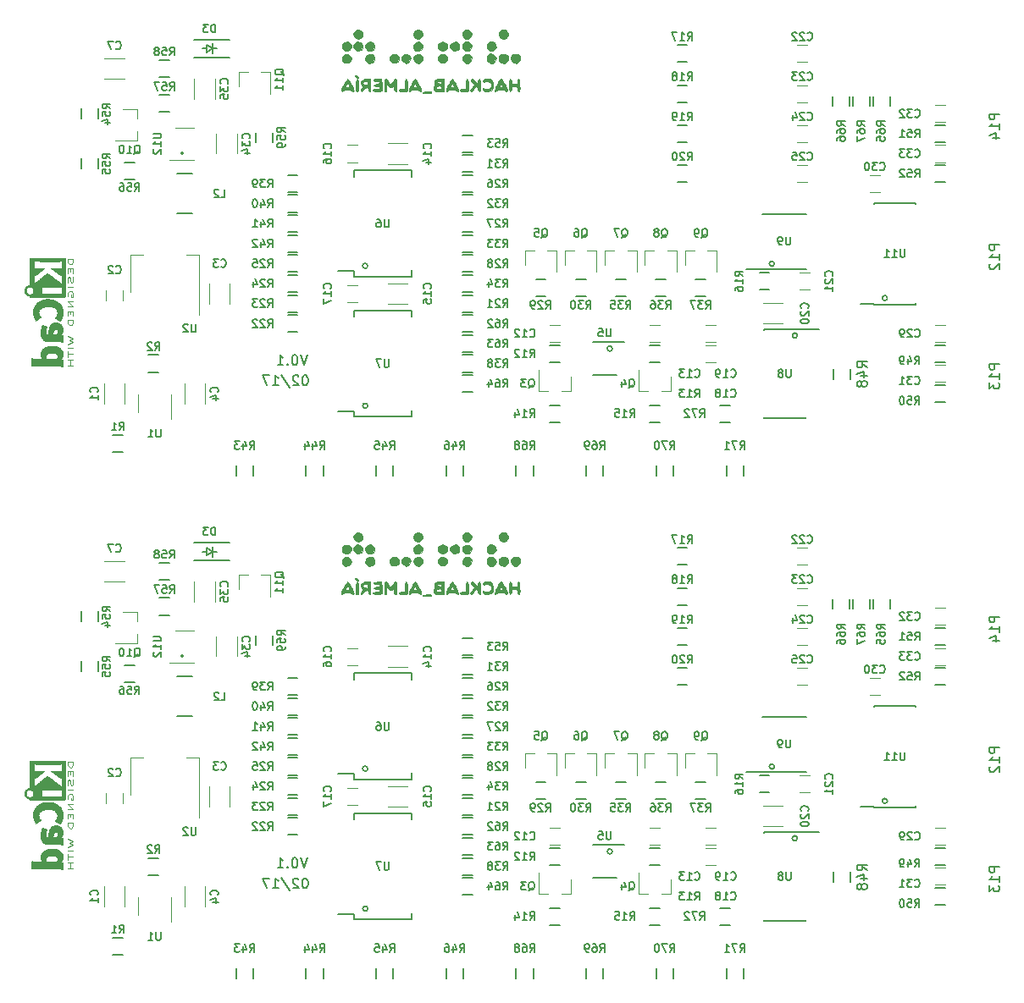
<source format=gbo>
G04 #@! TF.GenerationSoftware,KiCad,Pcbnew,no-vcs-found-7650~57~ubuntu14.04.1*
G04 #@! TF.CreationDate,2017-02-13T23:40:00+01:00*
G04 #@! TF.ProjectId,Wifi_PB_panel,576966695F50425F70616E656C2E6B69,V0.1*
G04 #@! TF.FileFunction,Legend,Bot*
G04 #@! TF.FilePolarity,Positive*
%FSLAX46Y46*%
G04 Gerber Fmt 4.6, Leading zero omitted, Abs format (unit mm)*
G04 Created by KiCad (PCBNEW no-vcs-found-7650~57~ubuntu14.04.1) date Mon Feb 13 23:40:00 2017*
%MOMM*%
%LPD*%
G01*
G04 APERTURE LIST*
%ADD10C,0.100000*%
%ADD11C,0.200000*%
%ADD12C,0.150000*%
%ADD13C,0.120000*%
%ADD14C,0.010000*%
%ADD15C,0.152400*%
%ADD16C,0.125000*%
G04 APERTURE END LIST*
D10*
D11*
X129243809Y-115442380D02*
X128910476Y-116442380D01*
X128577142Y-115442380D01*
X128053333Y-115442380D02*
X127958095Y-115442380D01*
X127862857Y-115490000D01*
X127815238Y-115537619D01*
X127767619Y-115632857D01*
X127720000Y-115823333D01*
X127720000Y-116061428D01*
X127767619Y-116251904D01*
X127815238Y-116347142D01*
X127862857Y-116394761D01*
X127958095Y-116442380D01*
X128053333Y-116442380D01*
X128148571Y-116394761D01*
X128196190Y-116347142D01*
X128243809Y-116251904D01*
X128291428Y-116061428D01*
X128291428Y-115823333D01*
X128243809Y-115632857D01*
X128196190Y-115537619D01*
X128148571Y-115490000D01*
X128053333Y-115442380D01*
X127291428Y-116347142D02*
X127243809Y-116394761D01*
X127291428Y-116442380D01*
X127339047Y-116394761D01*
X127291428Y-116347142D01*
X127291428Y-116442380D01*
X126291428Y-116442380D02*
X126862857Y-116442380D01*
X126577142Y-116442380D02*
X126577142Y-115442380D01*
X126672380Y-115585238D01*
X126767619Y-115680476D01*
X126862857Y-115728095D01*
X129090000Y-117482380D02*
X128994761Y-117482380D01*
X128899523Y-117530000D01*
X128851904Y-117577619D01*
X128804285Y-117672857D01*
X128756666Y-117863333D01*
X128756666Y-118101428D01*
X128804285Y-118291904D01*
X128851904Y-118387142D01*
X128899523Y-118434761D01*
X128994761Y-118482380D01*
X129090000Y-118482380D01*
X129185238Y-118434761D01*
X129232857Y-118387142D01*
X129280476Y-118291904D01*
X129328095Y-118101428D01*
X129328095Y-117863333D01*
X129280476Y-117672857D01*
X129232857Y-117577619D01*
X129185238Y-117530000D01*
X129090000Y-117482380D01*
X128375714Y-117577619D02*
X128328095Y-117530000D01*
X128232857Y-117482380D01*
X127994761Y-117482380D01*
X127899523Y-117530000D01*
X127851904Y-117577619D01*
X127804285Y-117672857D01*
X127804285Y-117768095D01*
X127851904Y-117910952D01*
X128423333Y-118482380D01*
X127804285Y-118482380D01*
X126661428Y-117434761D02*
X127518571Y-118720476D01*
X125804285Y-118482380D02*
X126375714Y-118482380D01*
X126090000Y-118482380D02*
X126090000Y-117482380D01*
X126185238Y-117625238D01*
X126280476Y-117720476D01*
X126375714Y-117768095D01*
X125470952Y-117482380D02*
X124804285Y-117482380D01*
X125232857Y-118482380D01*
X129090000Y-67182380D02*
X128994761Y-67182380D01*
X128899523Y-67230000D01*
X128851904Y-67277619D01*
X128804285Y-67372857D01*
X128756666Y-67563333D01*
X128756666Y-67801428D01*
X128804285Y-67991904D01*
X128851904Y-68087142D01*
X128899523Y-68134761D01*
X128994761Y-68182380D01*
X129090000Y-68182380D01*
X129185238Y-68134761D01*
X129232857Y-68087142D01*
X129280476Y-67991904D01*
X129328095Y-67801428D01*
X129328095Y-67563333D01*
X129280476Y-67372857D01*
X129232857Y-67277619D01*
X129185238Y-67230000D01*
X129090000Y-67182380D01*
X128375714Y-67277619D02*
X128328095Y-67230000D01*
X128232857Y-67182380D01*
X127994761Y-67182380D01*
X127899523Y-67230000D01*
X127851904Y-67277619D01*
X127804285Y-67372857D01*
X127804285Y-67468095D01*
X127851904Y-67610952D01*
X128423333Y-68182380D01*
X127804285Y-68182380D01*
X126661428Y-67134761D02*
X127518571Y-68420476D01*
X125804285Y-68182380D02*
X126375714Y-68182380D01*
X126090000Y-68182380D02*
X126090000Y-67182380D01*
X126185238Y-67325238D01*
X126280476Y-67420476D01*
X126375714Y-67468095D01*
X125470952Y-67182380D02*
X124804285Y-67182380D01*
X125232857Y-68182380D01*
X129243809Y-65142380D02*
X128910476Y-66142380D01*
X128577142Y-65142380D01*
X128053333Y-65142380D02*
X127958095Y-65142380D01*
X127862857Y-65190000D01*
X127815238Y-65237619D01*
X127767619Y-65332857D01*
X127720000Y-65523333D01*
X127720000Y-65761428D01*
X127767619Y-65951904D01*
X127815238Y-66047142D01*
X127862857Y-66094761D01*
X127958095Y-66142380D01*
X128053333Y-66142380D01*
X128148571Y-66094761D01*
X128196190Y-66047142D01*
X128243809Y-65951904D01*
X128291428Y-65761428D01*
X128291428Y-65523333D01*
X128243809Y-65332857D01*
X128196190Y-65237619D01*
X128148571Y-65190000D01*
X128053333Y-65142380D01*
X127291428Y-66047142D02*
X127243809Y-66094761D01*
X127291428Y-66142380D01*
X127339047Y-66094761D01*
X127291428Y-66047142D01*
X127291428Y-66142380D01*
X126291428Y-66142380D02*
X126862857Y-66142380D01*
X126577142Y-66142380D02*
X126577142Y-65142380D01*
X126672380Y-65285238D01*
X126767619Y-65380476D01*
X126862857Y-65428095D01*
D12*
X115500000Y-87650000D02*
X114500000Y-87650000D01*
X114500000Y-85950000D02*
X115500000Y-85950000D01*
X115500000Y-91150000D02*
X114500000Y-91150000D01*
X114500000Y-89450000D02*
X115500000Y-89450000D01*
X111000000Y-96150000D02*
X112000000Y-96150000D01*
X112000000Y-97850000D02*
X111000000Y-97850000D01*
X193000000Y-94150000D02*
X192000000Y-94150000D01*
X192000000Y-92450000D02*
X193000000Y-92450000D01*
X193000000Y-120150000D02*
X192000000Y-120150000D01*
X192000000Y-118450000D02*
X193000000Y-118450000D01*
X164500000Y-122150000D02*
X163500000Y-122150000D01*
X163500000Y-120450000D02*
X164500000Y-120450000D01*
X192000000Y-96450000D02*
X193000000Y-96450000D01*
X193000000Y-98150000D02*
X192000000Y-98150000D01*
X108350000Y-90800000D02*
X108350000Y-91800000D01*
X106650000Y-91800000D02*
X106650000Y-90800000D01*
X144800000Y-93450000D02*
X145800000Y-93450000D01*
X145800000Y-95150000D02*
X144800000Y-95150000D01*
X153500000Y-114450000D02*
X154500000Y-114450000D01*
X154500000Y-116150000D02*
X153500000Y-116150000D01*
D13*
X167020000Y-104990000D02*
X167950000Y-104990000D01*
X170180000Y-104990000D02*
X169250000Y-104990000D01*
X170180000Y-104990000D02*
X170180000Y-107150000D01*
X167020000Y-104990000D02*
X167020000Y-106450000D01*
X122215000Y-93290000D02*
X122215000Y-95290000D01*
X120165000Y-95290000D02*
X120165000Y-93290000D01*
X193000000Y-96150000D02*
X192000000Y-96150000D01*
X192000000Y-94450000D02*
X193000000Y-94450000D01*
X133300000Y-108450000D02*
X134300000Y-108450000D01*
X134300000Y-110150000D02*
X133300000Y-110150000D01*
X110850000Y-108950000D02*
X110850000Y-109950000D01*
X109150000Y-109950000D02*
X109150000Y-108950000D01*
D12*
X153500000Y-120450000D02*
X154500000Y-120450000D01*
X154500000Y-122150000D02*
X153500000Y-122150000D01*
X163500000Y-114450000D02*
X164500000Y-114450000D01*
X164500000Y-116150000D02*
X163500000Y-116150000D01*
X145800000Y-101150000D02*
X144800000Y-101150000D01*
X144800000Y-99450000D02*
X145800000Y-99450000D01*
D13*
X111590000Y-105390000D02*
X112850000Y-105390000D01*
X118410000Y-105390000D02*
X117150000Y-105390000D01*
X111590000Y-109150000D02*
X111590000Y-105390000D01*
X118410000Y-111400000D02*
X118410000Y-105390000D01*
D12*
X144800000Y-103450000D02*
X145800000Y-103450000D01*
X145800000Y-105150000D02*
X144800000Y-105150000D01*
D13*
X108975000Y-120300000D02*
X108975000Y-118300000D01*
X111025000Y-118300000D02*
X111025000Y-120300000D01*
D12*
X158850000Y-126500000D02*
X158850000Y-127500000D01*
X157150000Y-127500000D02*
X157150000Y-126500000D01*
X150150000Y-127500000D02*
X150150000Y-126500000D01*
X151850000Y-126500000D02*
X151850000Y-127500000D01*
D14*
G36*
X141250436Y-89094473D02*
X140993659Y-89117656D01*
X140839278Y-89158216D01*
X140800645Y-89192625D01*
X140822901Y-89236617D01*
X140936143Y-89261974D01*
X141156255Y-89271671D01*
X141224209Y-89272000D01*
X141465882Y-89266812D01*
X141604921Y-89247746D01*
X141665400Y-89209550D01*
X141674000Y-89173848D01*
X141652207Y-89121220D01*
X141569936Y-89094658D01*
X141401848Y-89089414D01*
X141250436Y-89094473D01*
X141250436Y-89094473D01*
G37*
X141250436Y-89094473D02*
X140993659Y-89117656D01*
X140839278Y-89158216D01*
X140800645Y-89192625D01*
X140822901Y-89236617D01*
X140936143Y-89261974D01*
X141156255Y-89271671D01*
X141224209Y-89272000D01*
X141465882Y-89266812D01*
X141604921Y-89247746D01*
X141665400Y-89209550D01*
X141674000Y-89173848D01*
X141652207Y-89121220D01*
X141569936Y-89094658D01*
X141401848Y-89089414D01*
X141250436Y-89094473D01*
G36*
X149502596Y-87864839D02*
X149473862Y-87943802D01*
X149458437Y-88101428D01*
X149452960Y-88359007D01*
X149452750Y-88446500D01*
X149456159Y-88734063D01*
X149468627Y-88916045D01*
X149493516Y-89013735D01*
X149534186Y-89048423D01*
X149548000Y-89049750D01*
X149623983Y-88992133D01*
X149662534Y-88816631D01*
X149662959Y-88811625D01*
X149681633Y-88663868D01*
X149730054Y-88594905D01*
X149845774Y-88574705D01*
X149960750Y-88573500D01*
X150133802Y-88579130D01*
X150217425Y-88615631D01*
X150249179Y-88712421D01*
X150258542Y-88806716D01*
X150295469Y-88970444D01*
X150359593Y-89063058D01*
X150429816Y-89065197D01*
X150471456Y-89002097D01*
X150485275Y-88899855D01*
X150491691Y-88706959D01*
X150489783Y-88459590D01*
X150487364Y-88377692D01*
X150473354Y-88107298D01*
X150451290Y-87942444D01*
X150416609Y-87861717D01*
X150373500Y-87843250D01*
X150297518Y-87900866D01*
X150258967Y-88076368D01*
X150258542Y-88081375D01*
X150239868Y-88229131D01*
X150191447Y-88298094D01*
X150075727Y-88318294D01*
X149960750Y-88319500D01*
X149787743Y-88313981D01*
X149704180Y-88277405D01*
X149672507Y-88179744D01*
X149662959Y-88081375D01*
X149625177Y-87903340D01*
X149550005Y-87843275D01*
X149548000Y-87843250D01*
X149502596Y-87864839D01*
X149502596Y-87864839D01*
G37*
X149502596Y-87864839D02*
X149473862Y-87943802D01*
X149458437Y-88101428D01*
X149452960Y-88359007D01*
X149452750Y-88446500D01*
X149456159Y-88734063D01*
X149468627Y-88916045D01*
X149493516Y-89013735D01*
X149534186Y-89048423D01*
X149548000Y-89049750D01*
X149623983Y-88992133D01*
X149662534Y-88816631D01*
X149662959Y-88811625D01*
X149681633Y-88663868D01*
X149730054Y-88594905D01*
X149845774Y-88574705D01*
X149960750Y-88573500D01*
X150133802Y-88579130D01*
X150217425Y-88615631D01*
X150249179Y-88712421D01*
X150258542Y-88806716D01*
X150295469Y-88970444D01*
X150359593Y-89063058D01*
X150429816Y-89065197D01*
X150471456Y-89002097D01*
X150485275Y-88899855D01*
X150491691Y-88706959D01*
X150489783Y-88459590D01*
X150487364Y-88377692D01*
X150473354Y-88107298D01*
X150451290Y-87942444D01*
X150416609Y-87861717D01*
X150373500Y-87843250D01*
X150297518Y-87900866D01*
X150258967Y-88076368D01*
X150258542Y-88081375D01*
X150239868Y-88229131D01*
X150191447Y-88298094D01*
X150075727Y-88318294D01*
X149960750Y-88319500D01*
X149787743Y-88313981D01*
X149704180Y-88277405D01*
X149672507Y-88179744D01*
X149662959Y-88081375D01*
X149625177Y-87903340D01*
X149550005Y-87843275D01*
X149548000Y-87843250D01*
X149502596Y-87864839D01*
G36*
X148545322Y-87865220D02*
X148447671Y-88006667D01*
X148334258Y-88206269D01*
X148219438Y-88434454D01*
X148117569Y-88661649D01*
X148043005Y-88858282D01*
X148010101Y-88994783D01*
X148017830Y-89037229D01*
X148107419Y-89059759D01*
X148202125Y-88997449D01*
X148334973Y-88930815D01*
X148524882Y-88894273D01*
X148729018Y-88888413D01*
X148904545Y-88913822D01*
X149008628Y-88971091D01*
X149017037Y-88986250D01*
X149100312Y-89070165D01*
X149210686Y-89065505D01*
X149262704Y-89017266D01*
X149252476Y-88934506D01*
X149190025Y-88774139D01*
X149091118Y-88565419D01*
X149060289Y-88506692D01*
X148774321Y-88506692D01*
X148753981Y-88604692D01*
X148636621Y-88636916D01*
X148627250Y-88637000D01*
X148507899Y-88616279D01*
X148468500Y-88576487D01*
X148492862Y-88478548D01*
X148543779Y-88350757D01*
X148619057Y-88185539D01*
X148700279Y-88331894D01*
X148774321Y-88506692D01*
X149060289Y-88506692D01*
X148971522Y-88337603D01*
X148847003Y-88119945D01*
X148733330Y-87941700D01*
X148646268Y-87832124D01*
X148612856Y-87811500D01*
X148545322Y-87865220D01*
X148545322Y-87865220D01*
G37*
X148545322Y-87865220D02*
X148447671Y-88006667D01*
X148334258Y-88206269D01*
X148219438Y-88434454D01*
X148117569Y-88661649D01*
X148043005Y-88858282D01*
X148010101Y-88994783D01*
X148017830Y-89037229D01*
X148107419Y-89059759D01*
X148202125Y-88997449D01*
X148334973Y-88930815D01*
X148524882Y-88894273D01*
X148729018Y-88888413D01*
X148904545Y-88913822D01*
X149008628Y-88971091D01*
X149017037Y-88986250D01*
X149100312Y-89070165D01*
X149210686Y-89065505D01*
X149262704Y-89017266D01*
X149252476Y-88934506D01*
X149190025Y-88774139D01*
X149091118Y-88565419D01*
X149060289Y-88506692D01*
X148774321Y-88506692D01*
X148753981Y-88604692D01*
X148636621Y-88636916D01*
X148627250Y-88637000D01*
X148507899Y-88616279D01*
X148468500Y-88576487D01*
X148492862Y-88478548D01*
X148543779Y-88350757D01*
X148619057Y-88185539D01*
X148700279Y-88331894D01*
X148774321Y-88506692D01*
X149060289Y-88506692D01*
X148971522Y-88337603D01*
X148847003Y-88119945D01*
X148733330Y-87941700D01*
X148646268Y-87832124D01*
X148612856Y-87811500D01*
X148545322Y-87865220D01*
G36*
X147049185Y-87840638D02*
X146894431Y-87909126D01*
X146819629Y-88013066D01*
X146817500Y-88035984D01*
X146858562Y-88113046D01*
X146986736Y-88109039D01*
X147103250Y-88070193D01*
X147286895Y-88051869D01*
X147467521Y-88114443D01*
X147594542Y-88235931D01*
X147618517Y-88294095D01*
X147630745Y-88538449D01*
X147542809Y-88719445D01*
X147371903Y-88822267D01*
X147135221Y-88832098D01*
X147024293Y-88806158D01*
X146849579Y-88773636D01*
X146769676Y-88803309D01*
X146794946Y-88884704D01*
X146872160Y-88959966D01*
X147078833Y-89056041D01*
X147326477Y-89073697D01*
X147556279Y-89012231D01*
X147625435Y-88968963D01*
X147783808Y-88775106D01*
X147858337Y-88530596D01*
X147849073Y-88274043D01*
X147756069Y-88044054D01*
X147624012Y-87906946D01*
X147450889Y-87833642D01*
X147246975Y-87813508D01*
X147049185Y-87840638D01*
X147049185Y-87840638D01*
G37*
X147049185Y-87840638D02*
X146894431Y-87909126D01*
X146819629Y-88013066D01*
X146817500Y-88035984D01*
X146858562Y-88113046D01*
X146986736Y-88109039D01*
X147103250Y-88070193D01*
X147286895Y-88051869D01*
X147467521Y-88114443D01*
X147594542Y-88235931D01*
X147618517Y-88294095D01*
X147630745Y-88538449D01*
X147542809Y-88719445D01*
X147371903Y-88822267D01*
X147135221Y-88832098D01*
X147024293Y-88806158D01*
X146849579Y-88773636D01*
X146769676Y-88803309D01*
X146794946Y-88884704D01*
X146872160Y-88959966D01*
X147078833Y-89056041D01*
X147326477Y-89073697D01*
X147556279Y-89012231D01*
X147625435Y-88968963D01*
X147783808Y-88775106D01*
X147858337Y-88530596D01*
X147849073Y-88274043D01*
X147756069Y-88044054D01*
X147624012Y-87906946D01*
X147450889Y-87833642D01*
X147246975Y-87813508D01*
X147049185Y-87840638D01*
G36*
X145619926Y-87854055D02*
X145624881Y-87962752D01*
X145701884Y-88109139D01*
X145780950Y-88204189D01*
X145950899Y-88381577D01*
X145749200Y-88632565D01*
X145632138Y-88796732D01*
X145559363Y-88934402D01*
X145547500Y-88982526D01*
X145579805Y-89071941D01*
X145666604Y-89061771D01*
X145792720Y-88958618D01*
X145900444Y-88829000D01*
X146015713Y-88682880D01*
X146101977Y-88590967D01*
X146127100Y-88575000D01*
X146210685Y-88627166D01*
X146285489Y-88759086D01*
X146319291Y-88886026D01*
X146368385Y-89015787D01*
X146446730Y-89070368D01*
X146519973Y-89031236D01*
X146534456Y-89002097D01*
X146548275Y-88899855D01*
X146554691Y-88706959D01*
X146552783Y-88459590D01*
X146550364Y-88377692D01*
X146536354Y-88107298D01*
X146514290Y-87942444D01*
X146479609Y-87861717D01*
X146436500Y-87843250D01*
X146357666Y-87904216D01*
X146309771Y-88083154D01*
X146309500Y-88085204D01*
X146277750Y-88327159D01*
X146026738Y-88069329D01*
X145875276Y-87927745D01*
X145748985Y-87834096D01*
X145693363Y-87811500D01*
X145619926Y-87854055D01*
X145619926Y-87854055D01*
G37*
X145619926Y-87854055D02*
X145624881Y-87962752D01*
X145701884Y-88109139D01*
X145780950Y-88204189D01*
X145950899Y-88381577D01*
X145749200Y-88632565D01*
X145632138Y-88796732D01*
X145559363Y-88934402D01*
X145547500Y-88982526D01*
X145579805Y-89071941D01*
X145666604Y-89061771D01*
X145792720Y-88958618D01*
X145900444Y-88829000D01*
X146015713Y-88682880D01*
X146101977Y-88590967D01*
X146127100Y-88575000D01*
X146210685Y-88627166D01*
X146285489Y-88759086D01*
X146319291Y-88886026D01*
X146368385Y-89015787D01*
X146446730Y-89070368D01*
X146519973Y-89031236D01*
X146534456Y-89002097D01*
X146548275Y-88899855D01*
X146554691Y-88706959D01*
X146552783Y-88459590D01*
X146550364Y-88377692D01*
X146536354Y-88107298D01*
X146514290Y-87942444D01*
X146479609Y-87861717D01*
X146436500Y-87843250D01*
X146357666Y-87904216D01*
X146309771Y-88083154D01*
X146309500Y-88085204D01*
X146277750Y-88327159D01*
X146026738Y-88069329D01*
X145875276Y-87927745D01*
X145748985Y-87834096D01*
X145693363Y-87811500D01*
X145619926Y-87854055D01*
G36*
X145178823Y-87870731D02*
X145145500Y-87967720D01*
X145124956Y-88156028D01*
X145116265Y-88332002D01*
X145097780Y-88820754D01*
X144798765Y-88840002D01*
X144600558Y-88866596D01*
X144510148Y-88917740D01*
X144499750Y-88954500D01*
X144556141Y-89012345D01*
X144698567Y-89053371D01*
X144886908Y-89075380D01*
X145081044Y-89076178D01*
X145240854Y-89053569D01*
X145326220Y-89005358D01*
X145328811Y-88999868D01*
X145342231Y-88898726D01*
X145348351Y-88706748D01*
X145346302Y-88459935D01*
X145343864Y-88377692D01*
X145329854Y-88107298D01*
X145307790Y-87942444D01*
X145273109Y-87861717D01*
X145230000Y-87843250D01*
X145178823Y-87870731D01*
X145178823Y-87870731D01*
G37*
X145178823Y-87870731D02*
X145145500Y-87967720D01*
X145124956Y-88156028D01*
X145116265Y-88332002D01*
X145097780Y-88820754D01*
X144798765Y-88840002D01*
X144600558Y-88866596D01*
X144510148Y-88917740D01*
X144499750Y-88954500D01*
X144556141Y-89012345D01*
X144698567Y-89053371D01*
X144886908Y-89075380D01*
X145081044Y-89076178D01*
X145240854Y-89053569D01*
X145326220Y-89005358D01*
X145328811Y-88999868D01*
X145342231Y-88898726D01*
X145348351Y-88706748D01*
X145346302Y-88459935D01*
X145343864Y-88377692D01*
X145329854Y-88107298D01*
X145307790Y-87942444D01*
X145273109Y-87861717D01*
X145230000Y-87843250D01*
X145178823Y-87870731D01*
G36*
X143693064Y-87864675D02*
X143599128Y-88004496D01*
X143484964Y-88201404D01*
X143366080Y-88425839D01*
X143257980Y-88648244D01*
X143176171Y-88839060D01*
X143136161Y-88968727D01*
X143134500Y-88987183D01*
X143176126Y-89067242D01*
X143263762Y-89071707D01*
X143341551Y-89000821D01*
X143347964Y-88986250D01*
X143417792Y-88924788D01*
X143580034Y-88895378D01*
X143727982Y-88891000D01*
X143992914Y-88912324D01*
X144140816Y-88975898D01*
X144150500Y-88986250D01*
X144265111Y-89075190D01*
X144356753Y-89040934D01*
X144371035Y-89020776D01*
X144361867Y-88937761D01*
X144302447Y-88776446D01*
X144239699Y-88637000D01*
X143957946Y-88637000D01*
X143764194Y-88637000D01*
X143632335Y-88625579D01*
X143597020Y-88572434D01*
X143614153Y-88494125D01*
X143678624Y-88314908D01*
X143734582Y-88255476D01*
X143796838Y-88310772D01*
X143851231Y-88413216D01*
X143957946Y-88637000D01*
X144239699Y-88637000D01*
X144207941Y-88566425D01*
X144093515Y-88337289D01*
X143974335Y-88118630D01*
X143865568Y-87940040D01*
X143782380Y-87831111D01*
X143751265Y-87811500D01*
X143693064Y-87864675D01*
X143693064Y-87864675D01*
G37*
X143693064Y-87864675D02*
X143599128Y-88004496D01*
X143484964Y-88201404D01*
X143366080Y-88425839D01*
X143257980Y-88648244D01*
X143176171Y-88839060D01*
X143136161Y-88968727D01*
X143134500Y-88987183D01*
X143176126Y-89067242D01*
X143263762Y-89071707D01*
X143341551Y-89000821D01*
X143347964Y-88986250D01*
X143417792Y-88924788D01*
X143580034Y-88895378D01*
X143727982Y-88891000D01*
X143992914Y-88912324D01*
X144140816Y-88975898D01*
X144150500Y-88986250D01*
X144265111Y-89075190D01*
X144356753Y-89040934D01*
X144371035Y-89020776D01*
X144361867Y-88937761D01*
X144302447Y-88776446D01*
X144239699Y-88637000D01*
X143957946Y-88637000D01*
X143764194Y-88637000D01*
X143632335Y-88625579D01*
X143597020Y-88572434D01*
X143614153Y-88494125D01*
X143678624Y-88314908D01*
X143734582Y-88255476D01*
X143796838Y-88310772D01*
X143851231Y-88413216D01*
X143957946Y-88637000D01*
X144239699Y-88637000D01*
X144207941Y-88566425D01*
X144093515Y-88337289D01*
X143974335Y-88118630D01*
X143865568Y-87940040D01*
X143782380Y-87831111D01*
X143751265Y-87811500D01*
X143693064Y-87864675D01*
G36*
X142279225Y-87838538D02*
X142091837Y-87922950D01*
X142008199Y-88078157D01*
X142009154Y-88220490D01*
X142001619Y-88394209D01*
X141950741Y-88496331D01*
X141871848Y-88653977D01*
X141890351Y-88832453D01*
X142000273Y-88978810D01*
X142005630Y-88982649D01*
X142188218Y-89051206D01*
X142476267Y-89080585D01*
X142547679Y-89081500D01*
X142948599Y-89081500D01*
X142936483Y-88668750D01*
X142690000Y-88668750D01*
X142675857Y-88771585D01*
X142609491Y-88816900D01*
X142454999Y-88827472D01*
X142439748Y-88827500D01*
X142268912Y-88810421D01*
X142157148Y-88768027D01*
X142144297Y-88754366D01*
X142149736Y-88665263D01*
X142246294Y-88580265D01*
X142399492Y-88522308D01*
X142511637Y-88510000D01*
X142642103Y-88529969D01*
X142687234Y-88612672D01*
X142690000Y-88668750D01*
X142936483Y-88668750D01*
X142930425Y-88462375D01*
X142922621Y-88196523D01*
X142690000Y-88196523D01*
X142668975Y-88285683D01*
X142582001Y-88312907D01*
X142484146Y-88307648D01*
X142313849Y-88257687D01*
X142257239Y-88176625D01*
X142268238Y-88100961D01*
X142359225Y-88069529D01*
X142463094Y-88065500D01*
X142617652Y-88078681D01*
X142681192Y-88131483D01*
X142690000Y-88196523D01*
X142922621Y-88196523D01*
X142912250Y-87843250D01*
X142571933Y-87823815D01*
X142279225Y-87838538D01*
X142279225Y-87838538D01*
G37*
X142279225Y-87838538D02*
X142091837Y-87922950D01*
X142008199Y-88078157D01*
X142009154Y-88220490D01*
X142001619Y-88394209D01*
X141950741Y-88496331D01*
X141871848Y-88653977D01*
X141890351Y-88832453D01*
X142000273Y-88978810D01*
X142005630Y-88982649D01*
X142188218Y-89051206D01*
X142476267Y-89080585D01*
X142547679Y-89081500D01*
X142948599Y-89081500D01*
X142936483Y-88668750D01*
X142690000Y-88668750D01*
X142675857Y-88771585D01*
X142609491Y-88816900D01*
X142454999Y-88827472D01*
X142439748Y-88827500D01*
X142268912Y-88810421D01*
X142157148Y-88768027D01*
X142144297Y-88754366D01*
X142149736Y-88665263D01*
X142246294Y-88580265D01*
X142399492Y-88522308D01*
X142511637Y-88510000D01*
X142642103Y-88529969D01*
X142687234Y-88612672D01*
X142690000Y-88668750D01*
X142936483Y-88668750D01*
X142930425Y-88462375D01*
X142922621Y-88196523D01*
X142690000Y-88196523D01*
X142668975Y-88285683D01*
X142582001Y-88312907D01*
X142484146Y-88307648D01*
X142313849Y-88257687D01*
X142257239Y-88176625D01*
X142268238Y-88100961D01*
X142359225Y-88069529D01*
X142463094Y-88065500D01*
X142617652Y-88078681D01*
X142681192Y-88131483D01*
X142690000Y-88196523D01*
X142922621Y-88196523D01*
X142912250Y-87843250D01*
X142571933Y-87823815D01*
X142279225Y-87838538D01*
G36*
X139976475Y-87867061D02*
X139880956Y-87997728D01*
X139769235Y-88189371D01*
X139655405Y-88412984D01*
X139553560Y-88639560D01*
X139477793Y-88840093D01*
X139442198Y-88985576D01*
X139451105Y-89041904D01*
X139530176Y-89071433D01*
X139605651Y-89002125D01*
X139714880Y-88934176D01*
X139892650Y-88894711D01*
X140095635Y-88884565D01*
X140280507Y-88904576D01*
X140403941Y-88955582D01*
X140426964Y-88986250D01*
X140502183Y-89068135D01*
X140596353Y-89070604D01*
X140653704Y-88997524D01*
X140655822Y-88970375D01*
X140625465Y-88859481D01*
X140548098Y-88679267D01*
X140513082Y-88608237D01*
X140213500Y-88608237D01*
X140158210Y-88628449D01*
X140025032Y-88636998D01*
X140023000Y-88637000D01*
X139889132Y-88628652D01*
X139832511Y-88608544D01*
X139832500Y-88608237D01*
X139859452Y-88516702D01*
X139920704Y-88391724D01*
X139986857Y-88287668D01*
X140023000Y-88256000D01*
X140072506Y-88305833D01*
X140140097Y-88419090D01*
X140196373Y-88541408D01*
X140213500Y-88608237D01*
X140513082Y-88608237D01*
X140440400Y-88460805D01*
X140319053Y-88235168D01*
X140200737Y-88033428D01*
X140102132Y-87886658D01*
X140041698Y-87826378D01*
X139976475Y-87867061D01*
X139976475Y-87867061D01*
G37*
X139976475Y-87867061D02*
X139880956Y-87997728D01*
X139769235Y-88189371D01*
X139655405Y-88412984D01*
X139553560Y-88639560D01*
X139477793Y-88840093D01*
X139442198Y-88985576D01*
X139451105Y-89041904D01*
X139530176Y-89071433D01*
X139605651Y-89002125D01*
X139714880Y-88934176D01*
X139892650Y-88894711D01*
X140095635Y-88884565D01*
X140280507Y-88904576D01*
X140403941Y-88955582D01*
X140426964Y-88986250D01*
X140502183Y-89068135D01*
X140596353Y-89070604D01*
X140653704Y-88997524D01*
X140655822Y-88970375D01*
X140625465Y-88859481D01*
X140548098Y-88679267D01*
X140513082Y-88608237D01*
X140213500Y-88608237D01*
X140158210Y-88628449D01*
X140025032Y-88636998D01*
X140023000Y-88637000D01*
X139889132Y-88628652D01*
X139832511Y-88608544D01*
X139832500Y-88608237D01*
X139859452Y-88516702D01*
X139920704Y-88391724D01*
X139986857Y-88287668D01*
X140023000Y-88256000D01*
X140072506Y-88305833D01*
X140140097Y-88419090D01*
X140196373Y-88541408D01*
X140213500Y-88608237D01*
X140513082Y-88608237D01*
X140440400Y-88460805D01*
X140319053Y-88235168D01*
X140200737Y-88033428D01*
X140102132Y-87886658D01*
X140041698Y-87826378D01*
X139976475Y-87867061D01*
G36*
X139082823Y-87870731D02*
X139049500Y-87967720D01*
X139028956Y-88156028D01*
X139020265Y-88332002D01*
X139001780Y-88820754D01*
X138702765Y-88840002D01*
X138504558Y-88866596D01*
X138414148Y-88917740D01*
X138403750Y-88954500D01*
X138460141Y-89012345D01*
X138602567Y-89053371D01*
X138790908Y-89075380D01*
X138985044Y-89076178D01*
X139144854Y-89053569D01*
X139230220Y-89005358D01*
X139232811Y-88999868D01*
X139246231Y-88898726D01*
X139252351Y-88706748D01*
X139250302Y-88459935D01*
X139247864Y-88377692D01*
X139233854Y-88107298D01*
X139211790Y-87942444D01*
X139177109Y-87861717D01*
X139134000Y-87843250D01*
X139082823Y-87870731D01*
X139082823Y-87870731D01*
G37*
X139082823Y-87870731D02*
X139049500Y-87967720D01*
X139028956Y-88156028D01*
X139020265Y-88332002D01*
X139001780Y-88820754D01*
X138702765Y-88840002D01*
X138504558Y-88866596D01*
X138414148Y-88917740D01*
X138403750Y-88954500D01*
X138460141Y-89012345D01*
X138602567Y-89053371D01*
X138790908Y-89075380D01*
X138985044Y-89076178D01*
X139144854Y-89053569D01*
X139230220Y-89005358D01*
X139232811Y-88999868D01*
X139246231Y-88898726D01*
X139252351Y-88706748D01*
X139250302Y-88459935D01*
X139247864Y-88377692D01*
X139233854Y-88107298D01*
X139211790Y-87942444D01*
X139177109Y-87861717D01*
X139134000Y-87843250D01*
X139082823Y-87870731D01*
G36*
X138028254Y-87837525D02*
X137914345Y-87955188D01*
X137807319Y-88097250D01*
X137690897Y-88253891D01*
X137606223Y-88357682D01*
X137578250Y-88383000D01*
X137531364Y-88335922D01*
X137435504Y-88214508D01*
X137349182Y-88097250D01*
X137205016Y-87911046D01*
X137102464Y-87822187D01*
X137034877Y-87836880D01*
X136995604Y-87961331D01*
X136977997Y-88201747D01*
X136975000Y-88446500D01*
X136978148Y-88742613D01*
X136989680Y-88932724D01*
X137012729Y-89037722D01*
X137050428Y-89078494D01*
X137070250Y-89081500D01*
X137124778Y-89052769D01*
X137154945Y-88950791D01*
X137166537Y-88751889D01*
X137167209Y-88684625D01*
X137168917Y-88287750D01*
X137341834Y-88494697D01*
X137488394Y-88646306D01*
X137601759Y-88689009D01*
X137710642Y-88624790D01*
X137793192Y-88525875D01*
X137923477Y-88351250D01*
X137925489Y-88615931D01*
X137944103Y-88879979D01*
X137997595Y-89031585D01*
X138089817Y-89081463D01*
X138093044Y-89081500D01*
X138134927Y-89054963D01*
X138161826Y-88962504D01*
X138176427Y-88784848D01*
X138181415Y-88502722D01*
X138181500Y-88446500D01*
X138175247Y-88119899D01*
X138152055Y-87913674D01*
X138105274Y-87821618D01*
X138028254Y-87837525D01*
X138028254Y-87837525D01*
G37*
X138028254Y-87837525D02*
X137914345Y-87955188D01*
X137807319Y-88097250D01*
X137690897Y-88253891D01*
X137606223Y-88357682D01*
X137578250Y-88383000D01*
X137531364Y-88335922D01*
X137435504Y-88214508D01*
X137349182Y-88097250D01*
X137205016Y-87911046D01*
X137102464Y-87822187D01*
X137034877Y-87836880D01*
X136995604Y-87961331D01*
X136977997Y-88201747D01*
X136975000Y-88446500D01*
X136978148Y-88742613D01*
X136989680Y-88932724D01*
X137012729Y-89037722D01*
X137050428Y-89078494D01*
X137070250Y-89081500D01*
X137124778Y-89052769D01*
X137154945Y-88950791D01*
X137166537Y-88751889D01*
X137167209Y-88684625D01*
X137168917Y-88287750D01*
X137341834Y-88494697D01*
X137488394Y-88646306D01*
X137601759Y-88689009D01*
X137710642Y-88624790D01*
X137793192Y-88525875D01*
X137923477Y-88351250D01*
X137925489Y-88615931D01*
X137944103Y-88879979D01*
X137997595Y-89031585D01*
X138089817Y-89081463D01*
X138093044Y-89081500D01*
X138134927Y-89054963D01*
X138161826Y-88962504D01*
X138176427Y-88784848D01*
X138181415Y-88502722D01*
X138181500Y-88446500D01*
X138175247Y-88119899D01*
X138152055Y-87913674D01*
X138105274Y-87821618D01*
X138028254Y-87837525D01*
G36*
X136044983Y-87849608D02*
X135916304Y-87872330D01*
X135866773Y-87916882D01*
X135863750Y-87938500D01*
X135906813Y-88004136D01*
X136048128Y-88042087D01*
X136165375Y-88053104D01*
X136352744Y-88074379D01*
X136443283Y-88115897D01*
X136466999Y-88191508D01*
X136467000Y-88192328D01*
X136440452Y-88272325D01*
X136340608Y-88314847D01*
X136197125Y-88331723D01*
X136008491Y-88362697D01*
X135930924Y-88423496D01*
X135927250Y-88446500D01*
X135976340Y-88516628D01*
X136132701Y-88555318D01*
X136197125Y-88561276D01*
X136372866Y-88585762D01*
X136452330Y-88635820D01*
X136467000Y-88700832D01*
X136446242Y-88773519D01*
X136364383Y-88814598D01*
X136192052Y-88836335D01*
X136133625Y-88840056D01*
X135924182Y-88863157D01*
X135820665Y-88906133D01*
X135800250Y-88954500D01*
X135856932Y-89010576D01*
X136001159Y-89051114D01*
X136194202Y-89074151D01*
X136397336Y-89077723D01*
X136571833Y-89059869D01*
X136678964Y-89018625D01*
X136692861Y-88999738D01*
X136706257Y-88898660D01*
X136712361Y-88706736D01*
X136710303Y-88459955D01*
X136707864Y-88377692D01*
X136689250Y-87843250D01*
X136276500Y-87843250D01*
X136044983Y-87849608D01*
X136044983Y-87849608D01*
G37*
X136044983Y-87849608D02*
X135916304Y-87872330D01*
X135866773Y-87916882D01*
X135863750Y-87938500D01*
X135906813Y-88004136D01*
X136048128Y-88042087D01*
X136165375Y-88053104D01*
X136352744Y-88074379D01*
X136443283Y-88115897D01*
X136466999Y-88191508D01*
X136467000Y-88192328D01*
X136440452Y-88272325D01*
X136340608Y-88314847D01*
X136197125Y-88331723D01*
X136008491Y-88362697D01*
X135930924Y-88423496D01*
X135927250Y-88446500D01*
X135976340Y-88516628D01*
X136132701Y-88555318D01*
X136197125Y-88561276D01*
X136372866Y-88585762D01*
X136452330Y-88635820D01*
X136467000Y-88700832D01*
X136446242Y-88773519D01*
X136364383Y-88814598D01*
X136192052Y-88836335D01*
X136133625Y-88840056D01*
X135924182Y-88863157D01*
X135820665Y-88906133D01*
X135800250Y-88954500D01*
X135856932Y-89010576D01*
X136001159Y-89051114D01*
X136194202Y-89074151D01*
X136397336Y-89077723D01*
X136571833Y-89059869D01*
X136678964Y-89018625D01*
X136692861Y-88999738D01*
X136706257Y-88898660D01*
X136712361Y-88706736D01*
X136710303Y-88459955D01*
X136707864Y-88377692D01*
X136689250Y-87843250D01*
X136276500Y-87843250D01*
X136044983Y-87849608D01*
G36*
X134861836Y-87855460D02*
X134746367Y-87939524D01*
X134721168Y-87964059D01*
X134593067Y-88127317D01*
X134576261Y-88272214D01*
X134667727Y-88435704D01*
X134681181Y-88452612D01*
X134756577Y-88557775D01*
X134759559Y-88638137D01*
X134687934Y-88751774D01*
X134668917Y-88777583D01*
X134586782Y-88911026D01*
X134587785Y-88996330D01*
X134617758Y-89034310D01*
X134683353Y-89063414D01*
X134767145Y-89013607D01*
X134890181Y-88875125D01*
X135061006Y-88701039D01*
X135197357Y-88639133D01*
X135291786Y-88689945D01*
X135335852Y-88842854D01*
X135386481Y-89014247D01*
X135469237Y-89070215D01*
X135520960Y-89069691D01*
X135552809Y-89029589D01*
X135568273Y-88927828D01*
X135570841Y-88742329D01*
X135564487Y-88467485D01*
X135558309Y-88256000D01*
X135324000Y-88256000D01*
X135306088Y-88393012D01*
X135233390Y-88442745D01*
X135177387Y-88446500D01*
X135004994Y-88408904D01*
X134913070Y-88360432D01*
X134824816Y-88249087D01*
X134848511Y-88148242D01*
X134969705Y-88080725D01*
X135099758Y-88065500D01*
X135249952Y-88075879D01*
X135311908Y-88128750D01*
X135324000Y-88256000D01*
X135558309Y-88256000D01*
X135546250Y-87843250D01*
X135213293Y-87824071D01*
X135000476Y-87821813D01*
X134861836Y-87855460D01*
X134861836Y-87855460D01*
G37*
X134861836Y-87855460D02*
X134746367Y-87939524D01*
X134721168Y-87964059D01*
X134593067Y-88127317D01*
X134576261Y-88272214D01*
X134667727Y-88435704D01*
X134681181Y-88452612D01*
X134756577Y-88557775D01*
X134759559Y-88638137D01*
X134687934Y-88751774D01*
X134668917Y-88777583D01*
X134586782Y-88911026D01*
X134587785Y-88996330D01*
X134617758Y-89034310D01*
X134683353Y-89063414D01*
X134767145Y-89013607D01*
X134890181Y-88875125D01*
X135061006Y-88701039D01*
X135197357Y-88639133D01*
X135291786Y-88689945D01*
X135335852Y-88842854D01*
X135386481Y-89014247D01*
X135469237Y-89070215D01*
X135520960Y-89069691D01*
X135552809Y-89029589D01*
X135568273Y-88927828D01*
X135570841Y-88742329D01*
X135564487Y-88467485D01*
X135558309Y-88256000D01*
X135324000Y-88256000D01*
X135306088Y-88393012D01*
X135233390Y-88442745D01*
X135177387Y-88446500D01*
X135004994Y-88408904D01*
X134913070Y-88360432D01*
X134824816Y-88249087D01*
X134848511Y-88148242D01*
X134969705Y-88080725D01*
X135099758Y-88065500D01*
X135249952Y-88075879D01*
X135311908Y-88128750D01*
X135324000Y-88256000D01*
X135558309Y-88256000D01*
X135546250Y-87843250D01*
X135213293Y-87824071D01*
X135000476Y-87821813D01*
X134861836Y-87855460D01*
G36*
X134198657Y-87866555D02*
X134167414Y-87950181D01*
X134147004Y-88114691D01*
X134133661Y-88380649D01*
X134131076Y-88462375D01*
X134125331Y-88751044D01*
X134130482Y-88935008D01*
X134149424Y-89036307D01*
X134185054Y-89076982D01*
X134212444Y-89081500D01*
X134319184Y-89034881D01*
X134344482Y-88996817D01*
X134357355Y-88897180D01*
X134363071Y-88706457D01*
X134360829Y-88460405D01*
X134358364Y-88377692D01*
X134344354Y-88107298D01*
X134322290Y-87942444D01*
X134287609Y-87861717D01*
X134244500Y-87843250D01*
X134198657Y-87866555D01*
X134198657Y-87866555D01*
G37*
X134198657Y-87866555D02*
X134167414Y-87950181D01*
X134147004Y-88114691D01*
X134133661Y-88380649D01*
X134131076Y-88462375D01*
X134125331Y-88751044D01*
X134130482Y-88935008D01*
X134149424Y-89036307D01*
X134185054Y-89076982D01*
X134212444Y-89081500D01*
X134319184Y-89034881D01*
X134344482Y-88996817D01*
X134357355Y-88897180D01*
X134363071Y-88706457D01*
X134360829Y-88460405D01*
X134358364Y-88377692D01*
X134344354Y-88107298D01*
X134322290Y-87942444D01*
X134287609Y-87861717D01*
X134244500Y-87843250D01*
X134198657Y-87866555D01*
G36*
X133219613Y-87896388D02*
X133116545Y-88039366D01*
X132991731Y-88247529D01*
X132911764Y-88396463D01*
X132779758Y-88661120D01*
X132704547Y-88837942D01*
X132679137Y-88948907D01*
X132696532Y-89015997D01*
X132709664Y-89031463D01*
X132789043Y-89076353D01*
X132865659Y-89014062D01*
X132874651Y-89002125D01*
X132983880Y-88934176D01*
X133161650Y-88894711D01*
X133364635Y-88884565D01*
X133549507Y-88904576D01*
X133672941Y-88955582D01*
X133695964Y-88986250D01*
X133773348Y-89073562D01*
X133864210Y-89050097D01*
X133903619Y-88987338D01*
X133891628Y-88890113D01*
X133827462Y-88720539D01*
X133774427Y-88608237D01*
X133482500Y-88608237D01*
X133427210Y-88628449D01*
X133294032Y-88636998D01*
X133292000Y-88637000D01*
X133158132Y-88628652D01*
X133101511Y-88608544D01*
X133101500Y-88608237D01*
X133128452Y-88516702D01*
X133189704Y-88391724D01*
X133255857Y-88287668D01*
X133292000Y-88256000D01*
X133341506Y-88305833D01*
X133409097Y-88419090D01*
X133465373Y-88541408D01*
X133482500Y-88608237D01*
X133774427Y-88608237D01*
X133727504Y-88508880D01*
X133608137Y-88285403D01*
X133485741Y-88080370D01*
X133376700Y-87924048D01*
X133297396Y-87846701D01*
X133284332Y-87843250D01*
X133219613Y-87896388D01*
X133219613Y-87896388D01*
G37*
X133219613Y-87896388D02*
X133116545Y-88039366D01*
X132991731Y-88247529D01*
X132911764Y-88396463D01*
X132779758Y-88661120D01*
X132704547Y-88837942D01*
X132679137Y-88948907D01*
X132696532Y-89015997D01*
X132709664Y-89031463D01*
X132789043Y-89076353D01*
X132865659Y-89014062D01*
X132874651Y-89002125D01*
X132983880Y-88934176D01*
X133161650Y-88894711D01*
X133364635Y-88884565D01*
X133549507Y-88904576D01*
X133672941Y-88955582D01*
X133695964Y-88986250D01*
X133773348Y-89073562D01*
X133864210Y-89050097D01*
X133903619Y-88987338D01*
X133891628Y-88890113D01*
X133827462Y-88720539D01*
X133774427Y-88608237D01*
X133482500Y-88608237D01*
X133427210Y-88628449D01*
X133294032Y-88636998D01*
X133292000Y-88637000D01*
X133158132Y-88628652D01*
X133101511Y-88608544D01*
X133101500Y-88608237D01*
X133128452Y-88516702D01*
X133189704Y-88391724D01*
X133255857Y-88287668D01*
X133292000Y-88256000D01*
X133341506Y-88305833D01*
X133409097Y-88419090D01*
X133465373Y-88541408D01*
X133482500Y-88608237D01*
X133774427Y-88608237D01*
X133727504Y-88508880D01*
X133608137Y-88285403D01*
X133485741Y-88080370D01*
X133376700Y-87924048D01*
X133297396Y-87846701D01*
X133284332Y-87843250D01*
X133219613Y-87896388D01*
G36*
X134003173Y-87498199D02*
X134023435Y-87550983D01*
X134108660Y-87625717D01*
X134259615Y-87728412D01*
X134355091Y-87736189D01*
X134398006Y-87692986D01*
X134388679Y-87608870D01*
X134301359Y-87521065D01*
X134180056Y-87461146D01*
X134072241Y-87459266D01*
X134003173Y-87498199D01*
X134003173Y-87498199D01*
G37*
X134003173Y-87498199D02*
X134023435Y-87550983D01*
X134108660Y-87625717D01*
X134259615Y-87728412D01*
X134355091Y-87736189D01*
X134398006Y-87692986D01*
X134388679Y-87608870D01*
X134301359Y-87521065D01*
X134180056Y-87461146D01*
X134072241Y-87459266D01*
X134003173Y-87498199D01*
G36*
X149861757Y-85365235D02*
X149705260Y-85479669D01*
X149673660Y-85528004D01*
X149611912Y-85751853D01*
X149651127Y-85960508D01*
X149769106Y-86130227D01*
X149943648Y-86237270D01*
X150152551Y-86257894D01*
X150308946Y-86207373D01*
X150470683Y-86058183D01*
X150550481Y-85841715D01*
X150539160Y-85625671D01*
X150440667Y-85461702D01*
X150268746Y-85360684D01*
X150062680Y-85327051D01*
X149861757Y-85365235D01*
X149861757Y-85365235D01*
G37*
X149861757Y-85365235D02*
X149705260Y-85479669D01*
X149673660Y-85528004D01*
X149611912Y-85751853D01*
X149651127Y-85960508D01*
X149769106Y-86130227D01*
X149943648Y-86237270D01*
X150152551Y-86257894D01*
X150308946Y-86207373D01*
X150470683Y-86058183D01*
X150550481Y-85841715D01*
X150539160Y-85625671D01*
X150440667Y-85461702D01*
X150268746Y-85360684D01*
X150062680Y-85327051D01*
X149861757Y-85365235D01*
G36*
X148655582Y-85376487D02*
X148499518Y-85477175D01*
X148446254Y-85555382D01*
X148405685Y-85772136D01*
X148435155Y-85979880D01*
X148516125Y-86113960D01*
X148711410Y-86226791D01*
X148925900Y-86256573D01*
X149071750Y-86215709D01*
X149262998Y-86052011D01*
X149351594Y-85852535D01*
X149338898Y-85647122D01*
X149226267Y-85465613D01*
X149032082Y-85344060D01*
X148850931Y-85325685D01*
X148655582Y-85376487D01*
X148655582Y-85376487D01*
G37*
X148655582Y-85376487D02*
X148499518Y-85477175D01*
X148446254Y-85555382D01*
X148405685Y-85772136D01*
X148435155Y-85979880D01*
X148516125Y-86113960D01*
X148711410Y-86226791D01*
X148925900Y-86256573D01*
X149071750Y-86215709D01*
X149262998Y-86052011D01*
X149351594Y-85852535D01*
X149338898Y-85647122D01*
X149226267Y-85465613D01*
X149032082Y-85344060D01*
X148850931Y-85325685D01*
X148655582Y-85376487D01*
G36*
X147415948Y-85367778D02*
X147270652Y-85513061D01*
X147200770Y-85732143D01*
X147198500Y-85784732D01*
X147227193Y-85984487D01*
X147331435Y-86127233D01*
X147365814Y-86155891D01*
X147555280Y-86264565D01*
X147739071Y-86265231D01*
X147873881Y-86213231D01*
X148014178Y-86089989D01*
X148118725Y-85903816D01*
X148151000Y-85748303D01*
X148112150Y-85643496D01*
X148017132Y-85504392D01*
X148002300Y-85486707D01*
X147811974Y-85343404D01*
X147606456Y-85307493D01*
X147415948Y-85367778D01*
X147415948Y-85367778D01*
G37*
X147415948Y-85367778D02*
X147270652Y-85513061D01*
X147200770Y-85732143D01*
X147198500Y-85784732D01*
X147227193Y-85984487D01*
X147331435Y-86127233D01*
X147365814Y-86155891D01*
X147555280Y-86264565D01*
X147739071Y-86265231D01*
X147873881Y-86213231D01*
X148014178Y-86089989D01*
X148118725Y-85903816D01*
X148151000Y-85748303D01*
X148112150Y-85643496D01*
X148017132Y-85504392D01*
X148002300Y-85486707D01*
X147811974Y-85343404D01*
X147606456Y-85307493D01*
X147415948Y-85367778D01*
G36*
X144960350Y-85410972D02*
X144820634Y-85563025D01*
X144764384Y-85776814D01*
X144764334Y-85783847D01*
X144817493Y-85986378D01*
X144953548Y-86149548D01*
X145137360Y-86246207D01*
X145333795Y-86249203D01*
X145357000Y-86241815D01*
X145547519Y-86115695D01*
X145656044Y-85927163D01*
X145673468Y-85713497D01*
X145590684Y-85511979D01*
X145547500Y-85462000D01*
X145357063Y-85346783D01*
X145150253Y-85334333D01*
X144960350Y-85410972D01*
X144960350Y-85410972D01*
G37*
X144960350Y-85410972D02*
X144820634Y-85563025D01*
X144764384Y-85776814D01*
X144764334Y-85783847D01*
X144817493Y-85986378D01*
X144953548Y-86149548D01*
X145137360Y-86246207D01*
X145333795Y-86249203D01*
X145357000Y-86241815D01*
X145547519Y-86115695D01*
X145656044Y-85927163D01*
X145673468Y-85713497D01*
X145590684Y-85511979D01*
X145547500Y-85462000D01*
X145357063Y-85346783D01*
X145150253Y-85334333D01*
X144960350Y-85410972D01*
G36*
X142577010Y-85387342D02*
X142418182Y-85522242D01*
X142329173Y-85706506D01*
X142328251Y-85906940D01*
X142395570Y-86046878D01*
X142580446Y-86194408D01*
X142810854Y-86234625D01*
X142984866Y-86192747D01*
X143166690Y-86062376D01*
X143254051Y-85886231D01*
X143253986Y-85694873D01*
X143173530Y-85518862D01*
X143019720Y-85388759D01*
X142799592Y-85335126D01*
X142787386Y-85335000D01*
X142577010Y-85387342D01*
X142577010Y-85387342D01*
G37*
X142577010Y-85387342D02*
X142418182Y-85522242D01*
X142329173Y-85706506D01*
X142328251Y-85906940D01*
X142395570Y-86046878D01*
X142580446Y-86194408D01*
X142810854Y-86234625D01*
X142984866Y-86192747D01*
X143166690Y-86062376D01*
X143254051Y-85886231D01*
X143253986Y-85694873D01*
X143173530Y-85518862D01*
X143019720Y-85388759D01*
X142799592Y-85335126D01*
X142787386Y-85335000D01*
X142577010Y-85387342D01*
G36*
X140070850Y-85410972D02*
X139931134Y-85563025D01*
X139874884Y-85776814D01*
X139874834Y-85783847D01*
X139927993Y-85986378D01*
X140064048Y-86149548D01*
X140247860Y-86246207D01*
X140444295Y-86249203D01*
X140467500Y-86241815D01*
X140658019Y-86115695D01*
X140766544Y-85927163D01*
X140783968Y-85713497D01*
X140701184Y-85511979D01*
X140658000Y-85462000D01*
X140467563Y-85346783D01*
X140260753Y-85334333D01*
X140070850Y-85410972D01*
X140070850Y-85410972D01*
G37*
X140070850Y-85410972D02*
X139931134Y-85563025D01*
X139874884Y-85776814D01*
X139874834Y-85783847D01*
X139927993Y-85986378D01*
X140064048Y-86149548D01*
X140247860Y-86246207D01*
X140444295Y-86249203D01*
X140467500Y-86241815D01*
X140658019Y-86115695D01*
X140766544Y-85927163D01*
X140783968Y-85713497D01*
X140701184Y-85511979D01*
X140658000Y-85462000D01*
X140467563Y-85346783D01*
X140260753Y-85334333D01*
X140070850Y-85410972D01*
G36*
X138998805Y-85347495D02*
X138814647Y-85442231D01*
X138757609Y-85502313D01*
X138645272Y-85700249D01*
X138650852Y-85877805D01*
X138768875Y-86056577D01*
X138976142Y-86217628D01*
X139191900Y-86252675D01*
X139304474Y-86222964D01*
X139473573Y-86091465D01*
X139566334Y-85877963D01*
X139578500Y-85751924D01*
X139525239Y-85554024D01*
X139388162Y-85413748D01*
X139201330Y-85341453D01*
X138998805Y-85347495D01*
X138998805Y-85347495D01*
G37*
X138998805Y-85347495D02*
X138814647Y-85442231D01*
X138757609Y-85502313D01*
X138645272Y-85700249D01*
X138650852Y-85877805D01*
X138768875Y-86056577D01*
X138976142Y-86217628D01*
X139191900Y-86252675D01*
X139304474Y-86222964D01*
X139473573Y-86091465D01*
X139566334Y-85877963D01*
X139578500Y-85751924D01*
X139525239Y-85554024D01*
X139388162Y-85413748D01*
X139201330Y-85341453D01*
X138998805Y-85347495D01*
G36*
X137758407Y-85375255D02*
X137605099Y-85492024D01*
X137506979Y-85659835D01*
X137488603Y-85861579D01*
X137545160Y-86030995D01*
X137675829Y-86157595D01*
X137871233Y-86228365D01*
X138074811Y-86225102D01*
X138112569Y-86213582D01*
X138318790Y-86083435D01*
X138418143Y-85899257D01*
X138404284Y-85684625D01*
X138303892Y-85502313D01*
X138132359Y-85363289D01*
X137942345Y-85326640D01*
X137758407Y-85375255D01*
X137758407Y-85375255D01*
G37*
X137758407Y-85375255D02*
X137605099Y-85492024D01*
X137506979Y-85659835D01*
X137488603Y-85861579D01*
X137545160Y-86030995D01*
X137675829Y-86157595D01*
X137871233Y-86228365D01*
X138074811Y-86225102D01*
X138112569Y-86213582D01*
X138318790Y-86083435D01*
X138418143Y-85899257D01*
X138404284Y-85684625D01*
X138303892Y-85502313D01*
X138132359Y-85363289D01*
X137942345Y-85326640D01*
X137758407Y-85375255D01*
G36*
X135276293Y-85401735D02*
X135197000Y-85462000D01*
X135084616Y-85646350D01*
X135071217Y-85845469D01*
X135139377Y-86031512D01*
X135271671Y-86176635D01*
X135450672Y-86252996D01*
X135658954Y-86232749D01*
X135675455Y-86226486D01*
X135862324Y-86092828D01*
X135964748Y-85898336D01*
X135973304Y-85681078D01*
X135878569Y-85479123D01*
X135864492Y-85462819D01*
X135693874Y-85359174D01*
X135480182Y-85338790D01*
X135276293Y-85401735D01*
X135276293Y-85401735D01*
G37*
X135276293Y-85401735D02*
X135197000Y-85462000D01*
X135084616Y-85646350D01*
X135071217Y-85845469D01*
X135139377Y-86031512D01*
X135271671Y-86176635D01*
X135450672Y-86252996D01*
X135658954Y-86232749D01*
X135675455Y-86226486D01*
X135862324Y-86092828D01*
X135964748Y-85898336D01*
X135973304Y-85681078D01*
X135878569Y-85479123D01*
X135864492Y-85462819D01*
X135693874Y-85359174D01*
X135480182Y-85338790D01*
X135276293Y-85401735D01*
G36*
X132976466Y-85378308D02*
X132816867Y-85494462D01*
X132728391Y-85672100D01*
X132720500Y-85751924D01*
X132774225Y-85990484D01*
X132917763Y-86158975D01*
X133124665Y-86238432D01*
X133362200Y-86212052D01*
X133519820Y-86101879D01*
X133635771Y-85921204D01*
X133673000Y-85753325D01*
X133636227Y-85648688D01*
X133547147Y-85509710D01*
X133541392Y-85502313D01*
X133372789Y-85371876D01*
X133173127Y-85333993D01*
X132976466Y-85378308D01*
X132976466Y-85378308D01*
G37*
X132976466Y-85378308D02*
X132816867Y-85494462D01*
X132728391Y-85672100D01*
X132720500Y-85751924D01*
X132774225Y-85990484D01*
X132917763Y-86158975D01*
X133124665Y-86238432D01*
X133362200Y-86212052D01*
X133519820Y-86101879D01*
X133635771Y-85921204D01*
X133673000Y-85753325D01*
X133636227Y-85648688D01*
X133547147Y-85509710D01*
X133541392Y-85502313D01*
X133372789Y-85371876D01*
X133173127Y-85333993D01*
X132976466Y-85378308D01*
G36*
X147400850Y-84169525D02*
X147262711Y-84317670D01*
X147199613Y-84536266D01*
X147198500Y-84573000D01*
X147249178Y-84803276D01*
X147382617Y-84966954D01*
X147570930Y-85045254D01*
X147786228Y-85019396D01*
X147831581Y-84999316D01*
X148028324Y-84844261D01*
X148122465Y-84642363D01*
X148102466Y-84419942D01*
X148094522Y-84399451D01*
X147960864Y-84206792D01*
X147780390Y-84108185D01*
X147583564Y-84097729D01*
X147400850Y-84169525D01*
X147400850Y-84169525D01*
G37*
X147400850Y-84169525D02*
X147262711Y-84317670D01*
X147199613Y-84536266D01*
X147198500Y-84573000D01*
X147249178Y-84803276D01*
X147382617Y-84966954D01*
X147570930Y-85045254D01*
X147786228Y-85019396D01*
X147831581Y-84999316D01*
X148028324Y-84844261D01*
X148122465Y-84642363D01*
X148102466Y-84419942D01*
X148094522Y-84399451D01*
X147960864Y-84206792D01*
X147780390Y-84108185D01*
X147583564Y-84097729D01*
X147400850Y-84169525D01*
G36*
X144952046Y-84204249D02*
X144814757Y-84362248D01*
X144764334Y-84568652D01*
X144817646Y-84784039D01*
X144955396Y-84938089D01*
X145144305Y-85017125D01*
X145351093Y-85007470D01*
X145542481Y-84895449D01*
X145547500Y-84890500D01*
X145650715Y-84710285D01*
X145670571Y-84494725D01*
X145607134Y-84296700D01*
X145546681Y-84223008D01*
X145351899Y-84119656D01*
X145142390Y-84118394D01*
X144952046Y-84204249D01*
X144952046Y-84204249D01*
G37*
X144952046Y-84204249D02*
X144814757Y-84362248D01*
X144764334Y-84568652D01*
X144817646Y-84784039D01*
X144955396Y-84938089D01*
X145144305Y-85017125D01*
X145351093Y-85007470D01*
X145542481Y-84895449D01*
X145547500Y-84890500D01*
X145650715Y-84710285D01*
X145670571Y-84494725D01*
X145607134Y-84296700D01*
X145546681Y-84223008D01*
X145351899Y-84119656D01*
X145142390Y-84118394D01*
X144952046Y-84204249D01*
G36*
X143892359Y-84128270D02*
X143699428Y-84242963D01*
X143663668Y-84280826D01*
X143540681Y-84473780D01*
X143534566Y-84651630D01*
X143644381Y-84846705D01*
X143647109Y-84850186D01*
X143824134Y-84983111D01*
X144041346Y-85019977D01*
X144252868Y-84958119D01*
X144341000Y-84890500D01*
X144436820Y-84731298D01*
X144468000Y-84580034D01*
X144416319Y-84353881D01*
X144282212Y-84195413D01*
X144097090Y-84116315D01*
X143892359Y-84128270D01*
X143892359Y-84128270D01*
G37*
X143892359Y-84128270D02*
X143699428Y-84242963D01*
X143663668Y-84280826D01*
X143540681Y-84473780D01*
X143534566Y-84651630D01*
X143644381Y-84846705D01*
X143647109Y-84850186D01*
X143824134Y-84983111D01*
X144041346Y-85019977D01*
X144252868Y-84958119D01*
X144341000Y-84890500D01*
X144436820Y-84731298D01*
X144468000Y-84580034D01*
X144416319Y-84353881D01*
X144282212Y-84195413D01*
X144097090Y-84116315D01*
X143892359Y-84128270D01*
G36*
X142634419Y-84137560D02*
X142425514Y-84270433D01*
X142325573Y-84455464D01*
X142340652Y-84670391D01*
X142440609Y-84850186D01*
X142618787Y-84985401D01*
X142833734Y-85020084D01*
X143042381Y-84952469D01*
X143132027Y-84878526D01*
X143246284Y-84669305D01*
X143244185Y-84425246D01*
X143220247Y-84348882D01*
X143114804Y-84227125D01*
X142937236Y-84143408D01*
X142741030Y-84117024D01*
X142634419Y-84137560D01*
X142634419Y-84137560D01*
G37*
X142634419Y-84137560D02*
X142425514Y-84270433D01*
X142325573Y-84455464D01*
X142340652Y-84670391D01*
X142440609Y-84850186D01*
X142618787Y-84985401D01*
X142833734Y-85020084D01*
X143042381Y-84952469D01*
X143132027Y-84878526D01*
X143246284Y-84669305D01*
X143244185Y-84425246D01*
X143220247Y-84348882D01*
X143114804Y-84227125D01*
X142937236Y-84143408D01*
X142741030Y-84117024D01*
X142634419Y-84137560D01*
G36*
X140122823Y-84161479D02*
X139967216Y-84301323D01*
X139884304Y-84492974D01*
X139889061Y-84702541D01*
X139990509Y-84889680D01*
X140161127Y-84993325D01*
X140374819Y-85013709D01*
X140578708Y-84950764D01*
X140658000Y-84890500D01*
X140773217Y-84700062D01*
X140785667Y-84493252D01*
X140709028Y-84303349D01*
X140556975Y-84163633D01*
X140343186Y-84107383D01*
X140336153Y-84107333D01*
X140122823Y-84161479D01*
X140122823Y-84161479D01*
G37*
X140122823Y-84161479D02*
X139967216Y-84301323D01*
X139884304Y-84492974D01*
X139889061Y-84702541D01*
X139990509Y-84889680D01*
X140161127Y-84993325D01*
X140374819Y-85013709D01*
X140578708Y-84950764D01*
X140658000Y-84890500D01*
X140773217Y-84700062D01*
X140785667Y-84493252D01*
X140709028Y-84303349D01*
X140556975Y-84163633D01*
X140343186Y-84107383D01*
X140336153Y-84107333D01*
X140122823Y-84161479D01*
G36*
X135303461Y-84160645D02*
X135149411Y-84298395D01*
X135070375Y-84487304D01*
X135080030Y-84694092D01*
X135192051Y-84885480D01*
X135197000Y-84890500D01*
X135377215Y-84993714D01*
X135592775Y-85013570D01*
X135790800Y-84950133D01*
X135864492Y-84889680D01*
X135967844Y-84694898D01*
X135969106Y-84485389D01*
X135883251Y-84295045D01*
X135725252Y-84157756D01*
X135518848Y-84107333D01*
X135303461Y-84160645D01*
X135303461Y-84160645D01*
G37*
X135303461Y-84160645D02*
X135149411Y-84298395D01*
X135070375Y-84487304D01*
X135080030Y-84694092D01*
X135192051Y-84885480D01*
X135197000Y-84890500D01*
X135377215Y-84993714D01*
X135592775Y-85013570D01*
X135790800Y-84950133D01*
X135864492Y-84889680D01*
X135967844Y-84694898D01*
X135969106Y-84485389D01*
X135883251Y-84295045D01*
X135725252Y-84157756D01*
X135518848Y-84107333D01*
X135303461Y-84160645D01*
G36*
X134098367Y-84176704D02*
X133949751Y-84329016D01*
X133935753Y-84356898D01*
X133872111Y-84545255D01*
X133893981Y-84694964D01*
X133995109Y-84850186D01*
X134172134Y-84983111D01*
X134389346Y-85019977D01*
X134600868Y-84958119D01*
X134689000Y-84890500D01*
X134805029Y-84697265D01*
X134813845Y-84486458D01*
X134722935Y-84295030D01*
X134541078Y-84160472D01*
X134306862Y-84116828D01*
X134098367Y-84176704D01*
X134098367Y-84176704D01*
G37*
X134098367Y-84176704D02*
X133949751Y-84329016D01*
X133935753Y-84356898D01*
X133872111Y-84545255D01*
X133893981Y-84694964D01*
X133995109Y-84850186D01*
X134172134Y-84983111D01*
X134389346Y-85019977D01*
X134600868Y-84958119D01*
X134689000Y-84890500D01*
X134805029Y-84697265D01*
X134813845Y-84486458D01*
X134722935Y-84295030D01*
X134541078Y-84160472D01*
X134306862Y-84116828D01*
X134098367Y-84176704D01*
G36*
X133028271Y-84147792D02*
X132995423Y-84160472D01*
X132818662Y-84274853D01*
X132734775Y-84446607D01*
X132720500Y-84609943D01*
X132773877Y-84803232D01*
X132911153Y-84939988D01*
X133098044Y-85010179D01*
X133300268Y-85003770D01*
X133483543Y-84910729D01*
X133541392Y-84850186D01*
X133647919Y-84682141D01*
X133662187Y-84531524D01*
X133600748Y-84356898D01*
X133463166Y-84192607D01*
X133260955Y-84119210D01*
X133028271Y-84147792D01*
X133028271Y-84147792D01*
G37*
X133028271Y-84147792D02*
X132995423Y-84160472D01*
X132818662Y-84274853D01*
X132734775Y-84446607D01*
X132720500Y-84609943D01*
X132773877Y-84803232D01*
X132911153Y-84939988D01*
X133098044Y-85010179D01*
X133300268Y-85003770D01*
X133483543Y-84910729D01*
X133541392Y-84850186D01*
X133647919Y-84682141D01*
X133662187Y-84531524D01*
X133600748Y-84356898D01*
X133463166Y-84192607D01*
X133260955Y-84119210D01*
X133028271Y-84147792D01*
G36*
X148572314Y-82990108D02*
X148439389Y-83167133D01*
X148402523Y-83384345D01*
X148464381Y-83595867D01*
X148532000Y-83684000D01*
X148721088Y-83791904D01*
X148943765Y-83804267D01*
X149151584Y-83722497D01*
X149219432Y-83664032D01*
X149337682Y-83458165D01*
X149336681Y-83237911D01*
X149217173Y-83030470D01*
X149201637Y-83014363D01*
X148999554Y-82883436D01*
X148784242Y-82878387D01*
X148572314Y-82990108D01*
X148572314Y-82990108D01*
G37*
X148572314Y-82990108D02*
X148439389Y-83167133D01*
X148402523Y-83384345D01*
X148464381Y-83595867D01*
X148532000Y-83684000D01*
X148721088Y-83791904D01*
X148943765Y-83804267D01*
X149151584Y-83722497D01*
X149219432Y-83664032D01*
X149337682Y-83458165D01*
X149336681Y-83237911D01*
X149217173Y-83030470D01*
X149201637Y-83014363D01*
X148999554Y-82883436D01*
X148784242Y-82878387D01*
X148572314Y-82990108D01*
G36*
X144951503Y-82980808D02*
X144815672Y-83140946D01*
X144764334Y-83366345D01*
X144818218Y-83574559D01*
X144957029Y-83725028D01*
X145146500Y-83803853D01*
X145352367Y-83797137D01*
X145540365Y-83690982D01*
X145547500Y-83684000D01*
X145645629Y-83513469D01*
X145671778Y-83305371D01*
X145624629Y-83113916D01*
X145563375Y-83032039D01*
X145355615Y-82913694D01*
X145141571Y-82900837D01*
X144951503Y-82980808D01*
X144951503Y-82980808D01*
G37*
X144951503Y-82980808D02*
X144815672Y-83140946D01*
X144764334Y-83366345D01*
X144818218Y-83574559D01*
X144957029Y-83725028D01*
X145146500Y-83803853D01*
X145352367Y-83797137D01*
X145540365Y-83690982D01*
X145547500Y-83684000D01*
X145645629Y-83513469D01*
X145671778Y-83305371D01*
X145624629Y-83113916D01*
X145563375Y-83032039D01*
X145355615Y-82913694D01*
X145141571Y-82900837D01*
X144951503Y-82980808D01*
G36*
X140062003Y-82980808D02*
X139926172Y-83140946D01*
X139874834Y-83366345D01*
X139928718Y-83574559D01*
X140067529Y-83725028D01*
X140257000Y-83803853D01*
X140462867Y-83797137D01*
X140650865Y-83690982D01*
X140658000Y-83684000D01*
X140756129Y-83513469D01*
X140782278Y-83305371D01*
X140735129Y-83113916D01*
X140673875Y-83032039D01*
X140466115Y-82913694D01*
X140252071Y-82900837D01*
X140062003Y-82980808D01*
X140062003Y-82980808D01*
G37*
X140062003Y-82980808D02*
X139926172Y-83140946D01*
X139874834Y-83366345D01*
X139928718Y-83574559D01*
X140067529Y-83725028D01*
X140257000Y-83803853D01*
X140462867Y-83797137D01*
X140650865Y-83690982D01*
X140658000Y-83684000D01*
X140756129Y-83513469D01*
X140782278Y-83305371D01*
X140735129Y-83113916D01*
X140673875Y-83032039D01*
X140466115Y-82913694D01*
X140252071Y-82900837D01*
X140062003Y-82980808D01*
G36*
X134181996Y-82921610D02*
X134177562Y-82923424D01*
X134010007Y-83050847D01*
X133893325Y-83244132D01*
X133863500Y-83392674D01*
X133900274Y-83497311D01*
X133989354Y-83636289D01*
X133995109Y-83643686D01*
X134173287Y-83778901D01*
X134388234Y-83813584D01*
X134596881Y-83745969D01*
X134686527Y-83672026D01*
X134798623Y-83477257D01*
X134807995Y-83274700D01*
X134732831Y-83091106D01*
X134591318Y-82953226D01*
X134401644Y-82887811D01*
X134181996Y-82921610D01*
X134181996Y-82921610D01*
G37*
X134181996Y-82921610D02*
X134177562Y-82923424D01*
X134010007Y-83050847D01*
X133893325Y-83244132D01*
X133863500Y-83392674D01*
X133900274Y-83497311D01*
X133989354Y-83636289D01*
X133995109Y-83643686D01*
X134173287Y-83778901D01*
X134388234Y-83813584D01*
X134596881Y-83745969D01*
X134686527Y-83672026D01*
X134798623Y-83477257D01*
X134807995Y-83274700D01*
X134732831Y-83091106D01*
X134591318Y-82953226D01*
X134401644Y-82887811D01*
X134181996Y-82921610D01*
D15*
X187250000Y-109745000D02*
G75*
G03X187250000Y-109745000I-250000J0D01*
G01*
D12*
X185925000Y-110375000D02*
X185925000Y-110350000D01*
X190075000Y-110375000D02*
X190075000Y-110270000D01*
X190075000Y-100225000D02*
X190075000Y-100330000D01*
X185925000Y-100225000D02*
X185925000Y-100330000D01*
X185925000Y-110375000D02*
X190075000Y-110375000D01*
X185925000Y-100225000D02*
X190075000Y-100225000D01*
X185925000Y-110350000D02*
X184550000Y-110350000D01*
D13*
X112390000Y-121200000D02*
X112390000Y-119400000D01*
X115610000Y-119400000D02*
X115610000Y-121850000D01*
D12*
X171500000Y-122150000D02*
X170500000Y-122150000D01*
X170500000Y-120450000D02*
X171500000Y-120450000D01*
X166250000Y-84450000D02*
X167250000Y-84450000D01*
X167250000Y-86150000D02*
X166250000Y-86150000D01*
X106650000Y-96800000D02*
X106650000Y-95800000D01*
X108350000Y-95800000D02*
X108350000Y-96800000D01*
D13*
X159020000Y-104990000D02*
X159950000Y-104990000D01*
X162180000Y-104990000D02*
X161250000Y-104990000D01*
X162180000Y-104990000D02*
X162180000Y-107150000D01*
X159020000Y-104990000D02*
X159020000Y-106450000D01*
X133300000Y-94450000D02*
X134300000Y-94450000D01*
X134300000Y-96150000D02*
X133300000Y-96150000D01*
D12*
X119182500Y-84800000D02*
X118801500Y-84800000D01*
X120198500Y-84800000D02*
X119817500Y-84800000D01*
X119817500Y-84800000D02*
X119182500Y-84419000D01*
X119182500Y-84419000D02*
X119182500Y-85181000D01*
X119182500Y-85181000D02*
X119817500Y-84800000D01*
X119817500Y-84292000D02*
X119817500Y-85308000D01*
X121500000Y-85700000D02*
X117960000Y-85700000D01*
X121500000Y-83900000D02*
X117960000Y-83900000D01*
X174451854Y-107199480D02*
X175451854Y-107199480D01*
X175451854Y-108899480D02*
X174451854Y-108899480D01*
X144800000Y-117450000D02*
X145800000Y-117450000D01*
X145800000Y-119150000D02*
X144800000Y-119150000D01*
X145800000Y-115150000D02*
X144800000Y-115150000D01*
X144800000Y-113450000D02*
X145800000Y-113450000D01*
X172850000Y-126500000D02*
X172850000Y-127500000D01*
X171150000Y-127500000D02*
X171150000Y-126500000D01*
X164150000Y-127500000D02*
X164150000Y-126500000D01*
X165850000Y-126500000D02*
X165850000Y-127500000D01*
X127300000Y-103450000D02*
X128300000Y-103450000D01*
X128300000Y-105150000D02*
X127300000Y-105150000D01*
X128300000Y-103150000D02*
X127300000Y-103150000D01*
X127300000Y-101450000D02*
X128300000Y-101450000D01*
D15*
X117790000Y-101300000D02*
X116210000Y-101300000D01*
X116210000Y-97300000D02*
X116210000Y-97300000D01*
X117790000Y-97300000D02*
X116210000Y-97300000D01*
X175951854Y-106324480D02*
G75*
G03X175951854Y-106324480I-250000J0D01*
G01*
D12*
X174751854Y-101324480D02*
X179151854Y-101324480D01*
X173176854Y-106849480D02*
X179151854Y-106849480D01*
D15*
X135300000Y-106525000D02*
G75*
G03X135300000Y-106525000I-250000J0D01*
G01*
D12*
X133925000Y-107625000D02*
X133925000Y-107050000D01*
X139675000Y-107625000D02*
X139675000Y-106975000D01*
X139675000Y-96975000D02*
X139675000Y-97625000D01*
X133925000Y-96975000D02*
X133925000Y-97625000D01*
X133925000Y-107625000D02*
X139675000Y-107625000D01*
X133925000Y-96975000D02*
X139675000Y-96975000D01*
X133925000Y-107050000D02*
X132325000Y-107050000D01*
D13*
X165580000Y-119060000D02*
X165580000Y-117600000D01*
X162420000Y-119060000D02*
X162420000Y-116900000D01*
X162420000Y-119060000D02*
X163350000Y-119060000D01*
X165580000Y-119060000D02*
X164650000Y-119060000D01*
X112260000Y-90820000D02*
X112260000Y-91750000D01*
X112260000Y-93980000D02*
X112260000Y-93050000D01*
X112260000Y-93980000D02*
X110100000Y-93980000D01*
X112260000Y-90820000D02*
X110800000Y-90820000D01*
D12*
X161100000Y-109600000D02*
X160100000Y-109600000D01*
X160100000Y-107900000D02*
X161100000Y-107900000D01*
X145800000Y-109150000D02*
X144800000Y-109150000D01*
X144800000Y-107450000D02*
X145800000Y-107450000D01*
X185500000Y-89550000D02*
X185500000Y-90550000D01*
X183800000Y-90550000D02*
X183800000Y-89550000D01*
X183500000Y-89550000D02*
X183500000Y-90550000D01*
X181800000Y-90550000D02*
X181800000Y-89550000D01*
X125840000Y-93190000D02*
X125840000Y-94190000D01*
X124140000Y-94190000D02*
X124140000Y-93190000D01*
D13*
X117975000Y-89800000D02*
X117975000Y-87800000D01*
X120025000Y-87800000D02*
X120025000Y-89800000D01*
X163020000Y-104990000D02*
X163020000Y-106450000D01*
X166180000Y-104990000D02*
X166180000Y-107150000D01*
X166180000Y-104990000D02*
X165250000Y-104990000D01*
X163020000Y-104990000D02*
X163950000Y-104990000D01*
D12*
X164100000Y-107900000D02*
X165100000Y-107900000D01*
X165100000Y-109600000D02*
X164100000Y-109600000D01*
X127300000Y-99450000D02*
X128300000Y-99450000D01*
X128300000Y-101150000D02*
X127300000Y-101150000D01*
D13*
X185500000Y-97450000D02*
X186500000Y-97450000D01*
X186500000Y-99150000D02*
X185500000Y-99150000D01*
X192000000Y-112450000D02*
X193000000Y-112450000D01*
X193000000Y-114150000D02*
X192000000Y-114150000D01*
X169100000Y-114450000D02*
X170100000Y-114450000D01*
X170100000Y-116150000D02*
X169100000Y-116150000D01*
D12*
X144850000Y-126500000D02*
X144850000Y-127500000D01*
X143150000Y-127500000D02*
X143150000Y-126500000D01*
D13*
X170100000Y-114150000D02*
X169100000Y-114150000D01*
X169100000Y-112450000D02*
X170100000Y-112450000D01*
D12*
X152100000Y-107900000D02*
X153100000Y-107900000D01*
X153100000Y-109600000D02*
X152100000Y-109600000D01*
X145800000Y-107150000D02*
X144800000Y-107150000D01*
X144800000Y-105450000D02*
X145800000Y-105450000D01*
D13*
X193000000Y-118150000D02*
X192000000Y-118150000D01*
X192000000Y-116450000D02*
X193000000Y-116450000D01*
D12*
X192000000Y-114450000D02*
X193000000Y-114450000D01*
X193000000Y-116150000D02*
X192000000Y-116150000D01*
D15*
X135300000Y-120525000D02*
G75*
G03X135300000Y-120525000I-250000J0D01*
G01*
D12*
X133925000Y-121050000D02*
X132325000Y-121050000D01*
X133925000Y-110975000D02*
X139675000Y-110975000D01*
X133925000Y-121625000D02*
X139675000Y-121625000D01*
X133925000Y-110975000D02*
X133925000Y-111625000D01*
X139675000Y-110975000D02*
X139675000Y-111625000D01*
X139675000Y-121625000D02*
X139675000Y-120975000D01*
X133925000Y-121625000D02*
X133925000Y-121050000D01*
X128300000Y-111150000D02*
X127300000Y-111150000D01*
X127300000Y-109450000D02*
X128300000Y-109450000D01*
X127300000Y-111450000D02*
X128300000Y-111450000D01*
X128300000Y-113150000D02*
X127300000Y-113150000D01*
X127300000Y-97450000D02*
X128300000Y-97450000D01*
X128300000Y-99150000D02*
X127300000Y-99150000D01*
X145800000Y-117150000D02*
X144800000Y-117150000D01*
X144800000Y-115450000D02*
X145800000Y-115450000D01*
D13*
X155580000Y-119060000D02*
X154650000Y-119060000D01*
X152420000Y-119060000D02*
X153350000Y-119060000D01*
X152420000Y-119060000D02*
X152420000Y-116900000D01*
X155580000Y-119060000D02*
X155580000Y-117600000D01*
X151020000Y-104990000D02*
X151020000Y-106450000D01*
X154180000Y-104990000D02*
X154180000Y-107150000D01*
X154180000Y-104990000D02*
X153250000Y-104990000D01*
X151020000Y-104990000D02*
X151950000Y-104990000D01*
X154500000Y-114150000D02*
X153500000Y-114150000D01*
X153500000Y-112450000D02*
X154500000Y-112450000D01*
X122420000Y-87140000D02*
X123350000Y-87140000D01*
X125580000Y-87140000D02*
X124650000Y-87140000D01*
X125580000Y-87140000D02*
X125580000Y-89300000D01*
X122420000Y-87140000D02*
X122420000Y-88600000D01*
X193000000Y-92150000D02*
X192000000Y-92150000D01*
X192000000Y-90450000D02*
X193000000Y-90450000D01*
X174800000Y-110255000D02*
X176800000Y-110255000D01*
X176800000Y-112305000D02*
X174800000Y-112305000D01*
D12*
X127300000Y-107450000D02*
X128300000Y-107450000D01*
X128300000Y-109150000D02*
X127300000Y-109150000D01*
D15*
X178250000Y-113490000D02*
G75*
G03X178250000Y-113490000I-250000J0D01*
G01*
D12*
X179075000Y-112850000D02*
X179075000Y-112875000D01*
X174925000Y-112850000D02*
X174925000Y-112965000D01*
X174925000Y-121750000D02*
X174925000Y-121635000D01*
X179075000Y-121750000D02*
X179075000Y-121635000D01*
X179075000Y-112850000D02*
X174925000Y-112850000D01*
X179075000Y-121750000D02*
X174925000Y-121750000D01*
X179075000Y-112875000D02*
X180450000Y-112875000D01*
D13*
X111000000Y-87825000D02*
X109000000Y-87825000D01*
X109000000Y-85775000D02*
X111000000Y-85775000D01*
D12*
X144800000Y-109450000D02*
X145800000Y-109450000D01*
X145800000Y-111150000D02*
X144800000Y-111150000D01*
D13*
X178451854Y-107199480D02*
X179451854Y-107199480D01*
X179451854Y-108899480D02*
X178451854Y-108899480D01*
X119475000Y-110300000D02*
X119475000Y-108300000D01*
X121525000Y-108300000D02*
X121525000Y-110300000D01*
X163500000Y-112450000D02*
X164500000Y-112450000D01*
X164500000Y-114150000D02*
X163500000Y-114150000D01*
X178250000Y-84450000D02*
X179250000Y-84450000D01*
X179250000Y-86150000D02*
X178250000Y-86150000D01*
X179250000Y-90150000D02*
X178250000Y-90150000D01*
X178250000Y-88450000D02*
X179250000Y-88450000D01*
X116975000Y-120300000D02*
X116975000Y-118300000D01*
X119025000Y-118300000D02*
X119025000Y-120300000D01*
D14*
G36*
X100991881Y-109038123D02*
X100992486Y-109064873D01*
X100993671Y-109085587D01*
X100995671Y-109102537D01*
X100998718Y-109117996D01*
X101003047Y-109134238D01*
X101006220Y-109144856D01*
X101030253Y-109210528D01*
X101060629Y-109269308D01*
X101098804Y-109323626D01*
X101141783Y-109371466D01*
X101198065Y-109421119D01*
X101259072Y-109461533D01*
X101324274Y-109492448D01*
X101393140Y-109513601D01*
X101450741Y-109523346D01*
X101483231Y-109526937D01*
X101486734Y-109551454D01*
X101494862Y-109580690D01*
X101510261Y-109602888D01*
X101522087Y-109612559D01*
X101523680Y-109613455D01*
X101525965Y-109614293D01*
X101529280Y-109615075D01*
X101533966Y-109615805D01*
X101540365Y-109616482D01*
X101548816Y-109617111D01*
X101559661Y-109617691D01*
X101573239Y-109618225D01*
X101589891Y-109618716D01*
X101609958Y-109619164D01*
X101633780Y-109619572D01*
X101661697Y-109619942D01*
X101694051Y-109620275D01*
X101731182Y-109620574D01*
X101773430Y-109620840D01*
X101821136Y-109621075D01*
X101874640Y-109621281D01*
X101934283Y-109621460D01*
X102000405Y-109621614D01*
X102073348Y-109621745D01*
X102153450Y-109621854D01*
X102241054Y-109621944D01*
X102336499Y-109622017D01*
X102440126Y-109622073D01*
X102552276Y-109622116D01*
X102673289Y-109622146D01*
X102803505Y-109622167D01*
X102943265Y-109622179D01*
X103092911Y-109622186D01*
X103252781Y-109622187D01*
X103261354Y-109622187D01*
X103421685Y-109622186D01*
X103571773Y-109622181D01*
X103711961Y-109622171D01*
X103842590Y-109622153D01*
X103964001Y-109622126D01*
X104076536Y-109622087D01*
X104180536Y-109622035D01*
X104276342Y-109621967D01*
X104364297Y-109621883D01*
X104444741Y-109621779D01*
X104518015Y-109621653D01*
X104584462Y-109621505D01*
X104644423Y-109621331D01*
X104698239Y-109621131D01*
X104746251Y-109620901D01*
X104788801Y-109620640D01*
X104826230Y-109620346D01*
X104858880Y-109620018D01*
X104887093Y-109619652D01*
X104911208Y-109619248D01*
X104931569Y-109618803D01*
X104948516Y-109618315D01*
X104962391Y-109617783D01*
X104973535Y-109617204D01*
X104982290Y-109616576D01*
X104988997Y-109615898D01*
X104993997Y-109615167D01*
X104997632Y-109614382D01*
X105000243Y-109613540D01*
X105002172Y-109612640D01*
X105002918Y-109612210D01*
X105016948Y-109601008D01*
X105027892Y-109587851D01*
X105028054Y-109587581D01*
X105028824Y-109585725D01*
X105029548Y-109582632D01*
X105030226Y-109577982D01*
X105030861Y-109571453D01*
X105031452Y-109562724D01*
X105032002Y-109551473D01*
X105032513Y-109537379D01*
X105032985Y-109520121D01*
X105033421Y-109499378D01*
X105033820Y-109474828D01*
X105034186Y-109446149D01*
X105034519Y-109413021D01*
X105034821Y-109375122D01*
X105035094Y-109332131D01*
X105035338Y-109283726D01*
X105035555Y-109229587D01*
X105035746Y-109169391D01*
X105035914Y-109102818D01*
X105036059Y-109029546D01*
X105036182Y-108949254D01*
X105036286Y-108861621D01*
X105036372Y-108766324D01*
X105036441Y-108663044D01*
X105036494Y-108551458D01*
X105036533Y-108431246D01*
X105036560Y-108302085D01*
X105036575Y-108163655D01*
X105036581Y-108015635D01*
X105036578Y-107857702D01*
X105036569Y-107689536D01*
X105036568Y-107674038D01*
X105036553Y-107504923D01*
X105036532Y-107346071D01*
X105036505Y-107197159D01*
X105036470Y-107057869D01*
X105036425Y-106927877D01*
X105036368Y-106806863D01*
X105036299Y-106694507D01*
X105036216Y-106590487D01*
X105036117Y-106494482D01*
X105036002Y-106406170D01*
X105035867Y-106325232D01*
X105035713Y-106251346D01*
X105035537Y-106184191D01*
X105035338Y-106123445D01*
X105035115Y-106068789D01*
X105034866Y-106019900D01*
X105034589Y-105976458D01*
X105034284Y-105938142D01*
X105033948Y-105904630D01*
X105033581Y-105875603D01*
X105033180Y-105850738D01*
X105032745Y-105829714D01*
X105032273Y-105812211D01*
X105031764Y-105797908D01*
X105031215Y-105786483D01*
X105030626Y-105777616D01*
X105029995Y-105770985D01*
X105029320Y-105766269D01*
X105028600Y-105763148D01*
X105027834Y-105761300D01*
X105027799Y-105761243D01*
X105016583Y-105748085D01*
X105004634Y-105738754D01*
X105002696Y-105737953D01*
X104999457Y-105737204D01*
X104994580Y-105736503D01*
X104987729Y-105735851D01*
X104978567Y-105735244D01*
X104966757Y-105734681D01*
X104951963Y-105734162D01*
X104933849Y-105733683D01*
X104912077Y-105733244D01*
X104886312Y-105732842D01*
X104856217Y-105732476D01*
X104821454Y-105732145D01*
X104781688Y-105731846D01*
X104736582Y-105731579D01*
X104685800Y-105731341D01*
X104629004Y-105731131D01*
X104565858Y-105730946D01*
X104496027Y-105730787D01*
X104419172Y-105730649D01*
X104334958Y-105730534D01*
X104243048Y-105730437D01*
X104143106Y-105730358D01*
X104034794Y-105730296D01*
X103917777Y-105730248D01*
X103791717Y-105730213D01*
X103656279Y-105730189D01*
X103511125Y-105730174D01*
X103355919Y-105730167D01*
X103100916Y-105730167D01*
X102950720Y-105730170D01*
X102810426Y-105730178D01*
X102679692Y-105730193D01*
X102558177Y-105730216D01*
X102445542Y-105730250D01*
X102341444Y-105730297D01*
X102245542Y-105730359D01*
X102157497Y-105730437D01*
X102076966Y-105730535D01*
X102003610Y-105730654D01*
X101937086Y-105730795D01*
X101898750Y-105730901D01*
X101898750Y-105952295D01*
X101929116Y-105977028D01*
X101967776Y-106003599D01*
X102012617Y-106026295D01*
X102059392Y-106043048D01*
X102070881Y-106046063D01*
X102075660Y-106047077D01*
X102081557Y-106048015D01*
X102088996Y-106048880D01*
X102098402Y-106049675D01*
X102110200Y-106050405D01*
X102124812Y-106051074D01*
X102142664Y-106051686D01*
X102164181Y-106052243D01*
X102189786Y-106052751D01*
X102219904Y-106053213D01*
X102254959Y-106053634D01*
X102295376Y-106054015D01*
X102341578Y-106054363D01*
X102393992Y-106054680D01*
X102453040Y-106054971D01*
X102519147Y-106055239D01*
X102592737Y-106055488D01*
X102674235Y-106055722D01*
X102764066Y-106055945D01*
X102862653Y-106056161D01*
X102970421Y-106056374D01*
X103087795Y-106056587D01*
X103215198Y-106056804D01*
X103256063Y-106056872D01*
X103387713Y-106057064D01*
X103513812Y-106057197D01*
X103634013Y-106057272D01*
X103747972Y-106057290D01*
X103855345Y-106057252D01*
X103955788Y-106057159D01*
X104048955Y-106057012D01*
X104134502Y-106056812D01*
X104212084Y-106056559D01*
X104281357Y-106056254D01*
X104341977Y-106055899D01*
X104393599Y-106055494D01*
X104435877Y-106055041D01*
X104468469Y-106054539D01*
X104491028Y-106053990D01*
X104499604Y-106053639D01*
X104536840Y-106051419D01*
X104565667Y-106049098D01*
X104588256Y-106046380D01*
X104606779Y-106042969D01*
X104623410Y-106038569D01*
X104633127Y-106035417D01*
X104677123Y-106017562D01*
X104714883Y-105995653D01*
X104740093Y-105976465D01*
X104752787Y-105966157D01*
X104761857Y-105959344D01*
X104764688Y-105957708D01*
X104765015Y-105962871D01*
X104765327Y-105977841D01*
X104765620Y-106001846D01*
X104765890Y-106034108D01*
X104766134Y-106073853D01*
X104766347Y-106120307D01*
X104766527Y-106172694D01*
X104766668Y-106230239D01*
X104766769Y-106292168D01*
X104766824Y-106357704D01*
X104766834Y-106399875D01*
X104766805Y-106481187D01*
X104766714Y-106552479D01*
X104766552Y-106614314D01*
X104766311Y-106667254D01*
X104765981Y-106711862D01*
X104765556Y-106748702D01*
X104765025Y-106778335D01*
X104764380Y-106801326D01*
X104763614Y-106818237D01*
X104762717Y-106829630D01*
X104761681Y-106836069D01*
X104760498Y-106838116D01*
X104760219Y-106838034D01*
X104752355Y-106832861D01*
X104739321Y-106823914D01*
X104729792Y-106817249D01*
X104702312Y-106801156D01*
X104666858Y-106785424D01*
X104626017Y-106771039D01*
X104582379Y-106758985D01*
X104568396Y-106755814D01*
X104558715Y-106753799D01*
X104549185Y-106752033D01*
X104539058Y-106750495D01*
X104527586Y-106749164D01*
X104514022Y-106748022D01*
X104497619Y-106747047D01*
X104477629Y-106746219D01*
X104453305Y-106745519D01*
X104423900Y-106744926D01*
X104388665Y-106744419D01*
X104346855Y-106743980D01*
X104297720Y-106743587D01*
X104240515Y-106743221D01*
X104174491Y-106742861D01*
X104098901Y-106742487D01*
X104069107Y-106742344D01*
X103984041Y-106741999D01*
X103907334Y-106741812D01*
X103839245Y-106741779D01*
X103780033Y-106741900D01*
X103729957Y-106742173D01*
X103689275Y-106742596D01*
X103658247Y-106743167D01*
X103637132Y-106743885D01*
X103626189Y-106744747D01*
X103624607Y-106745318D01*
X103629055Y-106749143D01*
X103641336Y-106758672D01*
X103660729Y-106773377D01*
X103686514Y-106792729D01*
X103717972Y-106816197D01*
X103754381Y-106843254D01*
X103795023Y-106873370D01*
X103839177Y-106906015D01*
X103886122Y-106940661D01*
X103935140Y-106976778D01*
X103985510Y-107013836D01*
X104036512Y-107051308D01*
X104087425Y-107088663D01*
X104137531Y-107125372D01*
X104186108Y-107160906D01*
X104232437Y-107194736D01*
X104275798Y-107226332D01*
X104315471Y-107255166D01*
X104350735Y-107280708D01*
X104380871Y-107302429D01*
X104405159Y-107319800D01*
X104422878Y-107332291D01*
X104428279Y-107336017D01*
X104475486Y-107366778D01*
X104521705Y-107394157D01*
X104564740Y-107416924D01*
X104602392Y-107433852D01*
X104605438Y-107435045D01*
X104621143Y-107440502D01*
X104636463Y-107444091D01*
X104654279Y-107446177D01*
X104677468Y-107447126D01*
X104702012Y-107447312D01*
X104766837Y-107447312D01*
X104766835Y-107932959D01*
X104766834Y-108418605D01*
X104763877Y-108415170D01*
X104763877Y-108587667D01*
X104764342Y-108592825D01*
X104764784Y-108607767D01*
X104765198Y-108631693D01*
X104765578Y-108663804D01*
X104765919Y-108703299D01*
X104766214Y-108749379D01*
X104766459Y-108801245D01*
X104766647Y-108858097D01*
X104766772Y-108919135D01*
X104766830Y-108983559D01*
X104766834Y-109003027D01*
X104766834Y-109418388D01*
X104741698Y-109399090D01*
X104704803Y-109375445D01*
X104660818Y-109355107D01*
X104632750Y-109345284D01*
X104628626Y-109344238D01*
X104622989Y-109343277D01*
X104615383Y-109342396D01*
X104605353Y-109341593D01*
X104592444Y-109340860D01*
X104576199Y-109340195D01*
X104556165Y-109339593D01*
X104531884Y-109339048D01*
X104502903Y-109338556D01*
X104468765Y-109338113D01*
X104429015Y-109337714D01*
X104383198Y-109337354D01*
X104330858Y-109337029D01*
X104271541Y-109336734D01*
X104204790Y-109336465D01*
X104130150Y-109336216D01*
X104047166Y-109335984D01*
X103955383Y-109335763D01*
X103854345Y-109335549D01*
X103743596Y-109335338D01*
X103633094Y-109335142D01*
X102660750Y-109333469D01*
X102660750Y-108960255D01*
X102660784Y-108885948D01*
X102660894Y-108821613D01*
X102661089Y-108766642D01*
X102661382Y-108720422D01*
X102661784Y-108682346D01*
X102662304Y-108651801D01*
X102662954Y-108628178D01*
X102663745Y-108610867D01*
X102664688Y-108599258D01*
X102665794Y-108592740D01*
X102667074Y-108590703D01*
X102667365Y-108590787D01*
X102676286Y-108597058D01*
X102684563Y-108603890D01*
X102698397Y-108613522D01*
X102719141Y-108624942D01*
X102743634Y-108636671D01*
X102768720Y-108647231D01*
X102791238Y-108655144D01*
X102798334Y-108657117D01*
X102807701Y-108658131D01*
X102826969Y-108659078D01*
X102855456Y-108659957D01*
X102892481Y-108660768D01*
X102937362Y-108661511D01*
X102989417Y-108662187D01*
X103047965Y-108662795D01*
X103112324Y-108663336D01*
X103181814Y-108663809D01*
X103255751Y-108664215D01*
X103333456Y-108664553D01*
X103414245Y-108664824D01*
X103497439Y-108665027D01*
X103582354Y-108665163D01*
X103668311Y-108665231D01*
X103754626Y-108665231D01*
X103840619Y-108665164D01*
X103925608Y-108665030D01*
X104008911Y-108664828D01*
X104089848Y-108664559D01*
X104167735Y-108664222D01*
X104241893Y-108663818D01*
X104311639Y-108663346D01*
X104376292Y-108662807D01*
X104435170Y-108662201D01*
X104487592Y-108661527D01*
X104532876Y-108660786D01*
X104570341Y-108659978D01*
X104599304Y-108659102D01*
X104619086Y-108658159D01*
X104629003Y-108657148D01*
X104629250Y-108657090D01*
X104660504Y-108646932D01*
X104693464Y-108632401D01*
X104723665Y-108615641D01*
X104741388Y-108603245D01*
X104753482Y-108594056D01*
X104761951Y-108588461D01*
X104763877Y-108587667D01*
X104763877Y-108415170D01*
X104735157Y-108381801D01*
X104718450Y-108363910D01*
X104694864Y-108340808D01*
X104665862Y-108313796D01*
X104632907Y-108284177D01*
X104597462Y-108253255D01*
X104560988Y-108222331D01*
X104524948Y-108192708D01*
X104504896Y-108176696D01*
X104494945Y-108169120D01*
X104476958Y-108155728D01*
X104451471Y-108136913D01*
X104419020Y-108113065D01*
X104380141Y-108084576D01*
X104335370Y-108051837D01*
X104285244Y-108015240D01*
X104230299Y-107975176D01*
X104171070Y-107932035D01*
X104108095Y-107886210D01*
X104041909Y-107838091D01*
X103973048Y-107788071D01*
X103902049Y-107736539D01*
X103854462Y-107702024D01*
X103251654Y-107264919D01*
X103230046Y-107282446D01*
X103223260Y-107287923D01*
X103208747Y-107299613D01*
X103187028Y-107317101D01*
X103158621Y-107339965D01*
X103124047Y-107367789D01*
X103083826Y-107400154D01*
X103038479Y-107436642D01*
X102988524Y-107476833D01*
X102934482Y-107520311D01*
X102876874Y-107566656D01*
X102816218Y-107615449D01*
X102753035Y-107666274D01*
X102689854Y-107717094D01*
X102624049Y-107770050D01*
X102559847Y-107821764D01*
X102497808Y-107871785D01*
X102438492Y-107919658D01*
X102382457Y-107964930D01*
X102330265Y-108007148D01*
X102282474Y-108045859D01*
X102239643Y-108080610D01*
X102202333Y-108110947D01*
X102171103Y-108136418D01*
X102146512Y-108156568D01*
X102129120Y-108170946D01*
X102120199Y-108178477D01*
X102089994Y-108205620D01*
X102058032Y-108236031D01*
X102025862Y-108268087D01*
X101995035Y-108300166D01*
X101967098Y-108330643D01*
X101943603Y-108357898D01*
X101926098Y-108380306D01*
X101922359Y-108385674D01*
X101898750Y-108420866D01*
X101898750Y-107461092D01*
X101915057Y-107466777D01*
X101928657Y-107469316D01*
X101948419Y-107470442D01*
X101969297Y-107469946D01*
X102007145Y-107463976D01*
X102048437Y-107450683D01*
X102093788Y-107429769D01*
X102143810Y-107400938D01*
X102199118Y-107363891D01*
X102221542Y-107347677D01*
X102233779Y-107338439D01*
X102252902Y-107323704D01*
X102278195Y-107304037D01*
X102308944Y-107280005D01*
X102344434Y-107252175D01*
X102383950Y-107221112D01*
X102426777Y-107187382D01*
X102472201Y-107151552D01*
X102519507Y-107114189D01*
X102567980Y-107075858D01*
X102616906Y-107037125D01*
X102665569Y-106998557D01*
X102713255Y-106960721D01*
X102759250Y-106924181D01*
X102802837Y-106889506D01*
X102843303Y-106857260D01*
X102879933Y-106828011D01*
X102912012Y-106802323D01*
X102938825Y-106780765D01*
X102959658Y-106763901D01*
X102973796Y-106752298D01*
X102980523Y-106746523D01*
X102980975Y-106746038D01*
X102976509Y-106745023D01*
X102962436Y-106744119D01*
X102939735Y-106743325D01*
X102909383Y-106742641D01*
X102872356Y-106742066D01*
X102829631Y-106741600D01*
X102782187Y-106741241D01*
X102730999Y-106740990D01*
X102677045Y-106740844D01*
X102621302Y-106740805D01*
X102564748Y-106740871D01*
X102508358Y-106741042D01*
X102453111Y-106741316D01*
X102399983Y-106741694D01*
X102349952Y-106742175D01*
X102303994Y-106742757D01*
X102263086Y-106743441D01*
X102228206Y-106744226D01*
X102200331Y-106745111D01*
X102180438Y-106746095D01*
X102174423Y-106746564D01*
X102106022Y-106755912D01*
X102044173Y-106770390D01*
X101989790Y-106789702D01*
X101943786Y-106813554D01*
X101923886Y-106827341D01*
X101898750Y-106846638D01*
X101898750Y-105952295D01*
X101898750Y-105730901D01*
X101877054Y-105730962D01*
X101823174Y-105731156D01*
X101775104Y-105731380D01*
X101732503Y-105731634D01*
X101695030Y-105731922D01*
X101662345Y-105732245D01*
X101634106Y-105732606D01*
X101609973Y-105733006D01*
X101589604Y-105733448D01*
X101572659Y-105733933D01*
X101558797Y-105734464D01*
X101547676Y-105735042D01*
X101538956Y-105735671D01*
X101532296Y-105736351D01*
X101527356Y-105737084D01*
X101523793Y-105737874D01*
X101521267Y-105738722D01*
X101519437Y-105739629D01*
X101517962Y-105740599D01*
X101517897Y-105740646D01*
X101505354Y-105752907D01*
X101504935Y-105753532D01*
X101504935Y-108619291D01*
X101552779Y-108620866D01*
X101596998Y-108626933D01*
X101609702Y-108629833D01*
X101666944Y-108649791D01*
X101720146Y-108678819D01*
X101768225Y-108715842D01*
X101810099Y-108759784D01*
X101844685Y-108809569D01*
X101870899Y-108864121D01*
X101882795Y-108901089D01*
X101888874Y-108933811D01*
X101892281Y-108972977D01*
X101892963Y-109014776D01*
X101890864Y-109055397D01*
X101885932Y-109091029D01*
X101885524Y-109093021D01*
X101871306Y-109139679D01*
X101848766Y-109187042D01*
X101819585Y-109232355D01*
X101785444Y-109272866D01*
X101762593Y-109294305D01*
X101715815Y-109327679D01*
X101662885Y-109354375D01*
X101636813Y-109364103D01*
X101618996Y-109369696D01*
X101603204Y-109373592D01*
X101586816Y-109376097D01*
X101567209Y-109377517D01*
X101541764Y-109378157D01*
X101515104Y-109378315D01*
X101483231Y-109378217D01*
X101459338Y-109377579D01*
X101440828Y-109376103D01*
X101425100Y-109373488D01*
X101409556Y-109369432D01*
X101393396Y-109364243D01*
X101340647Y-109341226D01*
X101291124Y-109309369D01*
X101246098Y-109270093D01*
X101206841Y-109224817D01*
X101174624Y-109174963D01*
X101150718Y-109121950D01*
X101138758Y-109079792D01*
X101133051Y-109036295D01*
X101132424Y-108987972D01*
X101136647Y-108939151D01*
X101145492Y-108894161D01*
X101149238Y-108881354D01*
X101172856Y-108824633D01*
X101205227Y-108772767D01*
X101245297Y-108726752D01*
X101292010Y-108687584D01*
X101344310Y-108656259D01*
X101401143Y-108633772D01*
X101415973Y-108629639D01*
X101457866Y-108622214D01*
X101504935Y-108619291D01*
X101504935Y-105753532D01*
X101495023Y-105768339D01*
X101494590Y-105769227D01*
X101493684Y-105771745D01*
X101492844Y-105775598D01*
X101492067Y-105781169D01*
X101491350Y-105788843D01*
X101490692Y-105799002D01*
X101490089Y-105812032D01*
X101489539Y-105828316D01*
X101489041Y-105848238D01*
X101488591Y-105872182D01*
X101488187Y-105900531D01*
X101487826Y-105933671D01*
X101487507Y-105971984D01*
X101487226Y-106015854D01*
X101486982Y-106065667D01*
X101486772Y-106121804D01*
X101486593Y-106184651D01*
X101486443Y-106254592D01*
X101486320Y-106332010D01*
X101486221Y-106417289D01*
X101486144Y-106510813D01*
X101486086Y-106612966D01*
X101486046Y-106724133D01*
X101486019Y-106844696D01*
X101486005Y-106975040D01*
X101486000Y-107115549D01*
X101486000Y-107128723D01*
X101485996Y-107270192D01*
X101485982Y-107401455D01*
X101485956Y-107522891D01*
X101485916Y-107634878D01*
X101485858Y-107737793D01*
X101485782Y-107832016D01*
X101485684Y-107917924D01*
X101485562Y-107995894D01*
X101485414Y-108066306D01*
X101485237Y-108129536D01*
X101485029Y-108185964D01*
X101484788Y-108235967D01*
X101484511Y-108279923D01*
X101484196Y-108318210D01*
X101483841Y-108351207D01*
X101483443Y-108379291D01*
X101483000Y-108402841D01*
X101482510Y-108422233D01*
X101481970Y-108437848D01*
X101481377Y-108450062D01*
X101480731Y-108459253D01*
X101480027Y-108465800D01*
X101479264Y-108470081D01*
X101478440Y-108472473D01*
X101477630Y-108473330D01*
X101466553Y-108475604D01*
X101451850Y-108476542D01*
X101433250Y-108478429D01*
X101407733Y-108483560D01*
X101378164Y-108491137D01*
X101347408Y-108500365D01*
X101318331Y-108510445D01*
X101294226Y-108520382D01*
X101235145Y-108552886D01*
X101179608Y-108593612D01*
X101129121Y-108641035D01*
X101085186Y-108693630D01*
X101049309Y-108749872D01*
X101031307Y-108786989D01*
X101017323Y-108821345D01*
X101006959Y-108851221D01*
X100999711Y-108879357D01*
X100995076Y-108908490D01*
X100992553Y-108941358D01*
X100991636Y-108980702D01*
X100991621Y-109003062D01*
X100991881Y-109038123D01*
X100991881Y-109038123D01*
G37*
X100991881Y-109038123D02*
X100992486Y-109064873D01*
X100993671Y-109085587D01*
X100995671Y-109102537D01*
X100998718Y-109117996D01*
X101003047Y-109134238D01*
X101006220Y-109144856D01*
X101030253Y-109210528D01*
X101060629Y-109269308D01*
X101098804Y-109323626D01*
X101141783Y-109371466D01*
X101198065Y-109421119D01*
X101259072Y-109461533D01*
X101324274Y-109492448D01*
X101393140Y-109513601D01*
X101450741Y-109523346D01*
X101483231Y-109526937D01*
X101486734Y-109551454D01*
X101494862Y-109580690D01*
X101510261Y-109602888D01*
X101522087Y-109612559D01*
X101523680Y-109613455D01*
X101525965Y-109614293D01*
X101529280Y-109615075D01*
X101533966Y-109615805D01*
X101540365Y-109616482D01*
X101548816Y-109617111D01*
X101559661Y-109617691D01*
X101573239Y-109618225D01*
X101589891Y-109618716D01*
X101609958Y-109619164D01*
X101633780Y-109619572D01*
X101661697Y-109619942D01*
X101694051Y-109620275D01*
X101731182Y-109620574D01*
X101773430Y-109620840D01*
X101821136Y-109621075D01*
X101874640Y-109621281D01*
X101934283Y-109621460D01*
X102000405Y-109621614D01*
X102073348Y-109621745D01*
X102153450Y-109621854D01*
X102241054Y-109621944D01*
X102336499Y-109622017D01*
X102440126Y-109622073D01*
X102552276Y-109622116D01*
X102673289Y-109622146D01*
X102803505Y-109622167D01*
X102943265Y-109622179D01*
X103092911Y-109622186D01*
X103252781Y-109622187D01*
X103261354Y-109622187D01*
X103421685Y-109622186D01*
X103571773Y-109622181D01*
X103711961Y-109622171D01*
X103842590Y-109622153D01*
X103964001Y-109622126D01*
X104076536Y-109622087D01*
X104180536Y-109622035D01*
X104276342Y-109621967D01*
X104364297Y-109621883D01*
X104444741Y-109621779D01*
X104518015Y-109621653D01*
X104584462Y-109621505D01*
X104644423Y-109621331D01*
X104698239Y-109621131D01*
X104746251Y-109620901D01*
X104788801Y-109620640D01*
X104826230Y-109620346D01*
X104858880Y-109620018D01*
X104887093Y-109619652D01*
X104911208Y-109619248D01*
X104931569Y-109618803D01*
X104948516Y-109618315D01*
X104962391Y-109617783D01*
X104973535Y-109617204D01*
X104982290Y-109616576D01*
X104988997Y-109615898D01*
X104993997Y-109615167D01*
X104997632Y-109614382D01*
X105000243Y-109613540D01*
X105002172Y-109612640D01*
X105002918Y-109612210D01*
X105016948Y-109601008D01*
X105027892Y-109587851D01*
X105028054Y-109587581D01*
X105028824Y-109585725D01*
X105029548Y-109582632D01*
X105030226Y-109577982D01*
X105030861Y-109571453D01*
X105031452Y-109562724D01*
X105032002Y-109551473D01*
X105032513Y-109537379D01*
X105032985Y-109520121D01*
X105033421Y-109499378D01*
X105033820Y-109474828D01*
X105034186Y-109446149D01*
X105034519Y-109413021D01*
X105034821Y-109375122D01*
X105035094Y-109332131D01*
X105035338Y-109283726D01*
X105035555Y-109229587D01*
X105035746Y-109169391D01*
X105035914Y-109102818D01*
X105036059Y-109029546D01*
X105036182Y-108949254D01*
X105036286Y-108861621D01*
X105036372Y-108766324D01*
X105036441Y-108663044D01*
X105036494Y-108551458D01*
X105036533Y-108431246D01*
X105036560Y-108302085D01*
X105036575Y-108163655D01*
X105036581Y-108015635D01*
X105036578Y-107857702D01*
X105036569Y-107689536D01*
X105036568Y-107674038D01*
X105036553Y-107504923D01*
X105036532Y-107346071D01*
X105036505Y-107197159D01*
X105036470Y-107057869D01*
X105036425Y-106927877D01*
X105036368Y-106806863D01*
X105036299Y-106694507D01*
X105036216Y-106590487D01*
X105036117Y-106494482D01*
X105036002Y-106406170D01*
X105035867Y-106325232D01*
X105035713Y-106251346D01*
X105035537Y-106184191D01*
X105035338Y-106123445D01*
X105035115Y-106068789D01*
X105034866Y-106019900D01*
X105034589Y-105976458D01*
X105034284Y-105938142D01*
X105033948Y-105904630D01*
X105033581Y-105875603D01*
X105033180Y-105850738D01*
X105032745Y-105829714D01*
X105032273Y-105812211D01*
X105031764Y-105797908D01*
X105031215Y-105786483D01*
X105030626Y-105777616D01*
X105029995Y-105770985D01*
X105029320Y-105766269D01*
X105028600Y-105763148D01*
X105027834Y-105761300D01*
X105027799Y-105761243D01*
X105016583Y-105748085D01*
X105004634Y-105738754D01*
X105002696Y-105737953D01*
X104999457Y-105737204D01*
X104994580Y-105736503D01*
X104987729Y-105735851D01*
X104978567Y-105735244D01*
X104966757Y-105734681D01*
X104951963Y-105734162D01*
X104933849Y-105733683D01*
X104912077Y-105733244D01*
X104886312Y-105732842D01*
X104856217Y-105732476D01*
X104821454Y-105732145D01*
X104781688Y-105731846D01*
X104736582Y-105731579D01*
X104685800Y-105731341D01*
X104629004Y-105731131D01*
X104565858Y-105730946D01*
X104496027Y-105730787D01*
X104419172Y-105730649D01*
X104334958Y-105730534D01*
X104243048Y-105730437D01*
X104143106Y-105730358D01*
X104034794Y-105730296D01*
X103917777Y-105730248D01*
X103791717Y-105730213D01*
X103656279Y-105730189D01*
X103511125Y-105730174D01*
X103355919Y-105730167D01*
X103100916Y-105730167D01*
X102950720Y-105730170D01*
X102810426Y-105730178D01*
X102679692Y-105730193D01*
X102558177Y-105730216D01*
X102445542Y-105730250D01*
X102341444Y-105730297D01*
X102245542Y-105730359D01*
X102157497Y-105730437D01*
X102076966Y-105730535D01*
X102003610Y-105730654D01*
X101937086Y-105730795D01*
X101898750Y-105730901D01*
X101898750Y-105952295D01*
X101929116Y-105977028D01*
X101967776Y-106003599D01*
X102012617Y-106026295D01*
X102059392Y-106043048D01*
X102070881Y-106046063D01*
X102075660Y-106047077D01*
X102081557Y-106048015D01*
X102088996Y-106048880D01*
X102098402Y-106049675D01*
X102110200Y-106050405D01*
X102124812Y-106051074D01*
X102142664Y-106051686D01*
X102164181Y-106052243D01*
X102189786Y-106052751D01*
X102219904Y-106053213D01*
X102254959Y-106053634D01*
X102295376Y-106054015D01*
X102341578Y-106054363D01*
X102393992Y-106054680D01*
X102453040Y-106054971D01*
X102519147Y-106055239D01*
X102592737Y-106055488D01*
X102674235Y-106055722D01*
X102764066Y-106055945D01*
X102862653Y-106056161D01*
X102970421Y-106056374D01*
X103087795Y-106056587D01*
X103215198Y-106056804D01*
X103256063Y-106056872D01*
X103387713Y-106057064D01*
X103513812Y-106057197D01*
X103634013Y-106057272D01*
X103747972Y-106057290D01*
X103855345Y-106057252D01*
X103955788Y-106057159D01*
X104048955Y-106057012D01*
X104134502Y-106056812D01*
X104212084Y-106056559D01*
X104281357Y-106056254D01*
X104341977Y-106055899D01*
X104393599Y-106055494D01*
X104435877Y-106055041D01*
X104468469Y-106054539D01*
X104491028Y-106053990D01*
X104499604Y-106053639D01*
X104536840Y-106051419D01*
X104565667Y-106049098D01*
X104588256Y-106046380D01*
X104606779Y-106042969D01*
X104623410Y-106038569D01*
X104633127Y-106035417D01*
X104677123Y-106017562D01*
X104714883Y-105995653D01*
X104740093Y-105976465D01*
X104752787Y-105966157D01*
X104761857Y-105959344D01*
X104764688Y-105957708D01*
X104765015Y-105962871D01*
X104765327Y-105977841D01*
X104765620Y-106001846D01*
X104765890Y-106034108D01*
X104766134Y-106073853D01*
X104766347Y-106120307D01*
X104766527Y-106172694D01*
X104766668Y-106230239D01*
X104766769Y-106292168D01*
X104766824Y-106357704D01*
X104766834Y-106399875D01*
X104766805Y-106481187D01*
X104766714Y-106552479D01*
X104766552Y-106614314D01*
X104766311Y-106667254D01*
X104765981Y-106711862D01*
X104765556Y-106748702D01*
X104765025Y-106778335D01*
X104764380Y-106801326D01*
X104763614Y-106818237D01*
X104762717Y-106829630D01*
X104761681Y-106836069D01*
X104760498Y-106838116D01*
X104760219Y-106838034D01*
X104752355Y-106832861D01*
X104739321Y-106823914D01*
X104729792Y-106817249D01*
X104702312Y-106801156D01*
X104666858Y-106785424D01*
X104626017Y-106771039D01*
X104582379Y-106758985D01*
X104568396Y-106755814D01*
X104558715Y-106753799D01*
X104549185Y-106752033D01*
X104539058Y-106750495D01*
X104527586Y-106749164D01*
X104514022Y-106748022D01*
X104497619Y-106747047D01*
X104477629Y-106746219D01*
X104453305Y-106745519D01*
X104423900Y-106744926D01*
X104388665Y-106744419D01*
X104346855Y-106743980D01*
X104297720Y-106743587D01*
X104240515Y-106743221D01*
X104174491Y-106742861D01*
X104098901Y-106742487D01*
X104069107Y-106742344D01*
X103984041Y-106741999D01*
X103907334Y-106741812D01*
X103839245Y-106741779D01*
X103780033Y-106741900D01*
X103729957Y-106742173D01*
X103689275Y-106742596D01*
X103658247Y-106743167D01*
X103637132Y-106743885D01*
X103626189Y-106744747D01*
X103624607Y-106745318D01*
X103629055Y-106749143D01*
X103641336Y-106758672D01*
X103660729Y-106773377D01*
X103686514Y-106792729D01*
X103717972Y-106816197D01*
X103754381Y-106843254D01*
X103795023Y-106873370D01*
X103839177Y-106906015D01*
X103886122Y-106940661D01*
X103935140Y-106976778D01*
X103985510Y-107013836D01*
X104036512Y-107051308D01*
X104087425Y-107088663D01*
X104137531Y-107125372D01*
X104186108Y-107160906D01*
X104232437Y-107194736D01*
X104275798Y-107226332D01*
X104315471Y-107255166D01*
X104350735Y-107280708D01*
X104380871Y-107302429D01*
X104405159Y-107319800D01*
X104422878Y-107332291D01*
X104428279Y-107336017D01*
X104475486Y-107366778D01*
X104521705Y-107394157D01*
X104564740Y-107416924D01*
X104602392Y-107433852D01*
X104605438Y-107435045D01*
X104621143Y-107440502D01*
X104636463Y-107444091D01*
X104654279Y-107446177D01*
X104677468Y-107447126D01*
X104702012Y-107447312D01*
X104766837Y-107447312D01*
X104766835Y-107932959D01*
X104766834Y-108418605D01*
X104763877Y-108415170D01*
X104763877Y-108587667D01*
X104764342Y-108592825D01*
X104764784Y-108607767D01*
X104765198Y-108631693D01*
X104765578Y-108663804D01*
X104765919Y-108703299D01*
X104766214Y-108749379D01*
X104766459Y-108801245D01*
X104766647Y-108858097D01*
X104766772Y-108919135D01*
X104766830Y-108983559D01*
X104766834Y-109003027D01*
X104766834Y-109418388D01*
X104741698Y-109399090D01*
X104704803Y-109375445D01*
X104660818Y-109355107D01*
X104632750Y-109345284D01*
X104628626Y-109344238D01*
X104622989Y-109343277D01*
X104615383Y-109342396D01*
X104605353Y-109341593D01*
X104592444Y-109340860D01*
X104576199Y-109340195D01*
X104556165Y-109339593D01*
X104531884Y-109339048D01*
X104502903Y-109338556D01*
X104468765Y-109338113D01*
X104429015Y-109337714D01*
X104383198Y-109337354D01*
X104330858Y-109337029D01*
X104271541Y-109336734D01*
X104204790Y-109336465D01*
X104130150Y-109336216D01*
X104047166Y-109335984D01*
X103955383Y-109335763D01*
X103854345Y-109335549D01*
X103743596Y-109335338D01*
X103633094Y-109335142D01*
X102660750Y-109333469D01*
X102660750Y-108960255D01*
X102660784Y-108885948D01*
X102660894Y-108821613D01*
X102661089Y-108766642D01*
X102661382Y-108720422D01*
X102661784Y-108682346D01*
X102662304Y-108651801D01*
X102662954Y-108628178D01*
X102663745Y-108610867D01*
X102664688Y-108599258D01*
X102665794Y-108592740D01*
X102667074Y-108590703D01*
X102667365Y-108590787D01*
X102676286Y-108597058D01*
X102684563Y-108603890D01*
X102698397Y-108613522D01*
X102719141Y-108624942D01*
X102743634Y-108636671D01*
X102768720Y-108647231D01*
X102791238Y-108655144D01*
X102798334Y-108657117D01*
X102807701Y-108658131D01*
X102826969Y-108659078D01*
X102855456Y-108659957D01*
X102892481Y-108660768D01*
X102937362Y-108661511D01*
X102989417Y-108662187D01*
X103047965Y-108662795D01*
X103112324Y-108663336D01*
X103181814Y-108663809D01*
X103255751Y-108664215D01*
X103333456Y-108664553D01*
X103414245Y-108664824D01*
X103497439Y-108665027D01*
X103582354Y-108665163D01*
X103668311Y-108665231D01*
X103754626Y-108665231D01*
X103840619Y-108665164D01*
X103925608Y-108665030D01*
X104008911Y-108664828D01*
X104089848Y-108664559D01*
X104167735Y-108664222D01*
X104241893Y-108663818D01*
X104311639Y-108663346D01*
X104376292Y-108662807D01*
X104435170Y-108662201D01*
X104487592Y-108661527D01*
X104532876Y-108660786D01*
X104570341Y-108659978D01*
X104599304Y-108659102D01*
X104619086Y-108658159D01*
X104629003Y-108657148D01*
X104629250Y-108657090D01*
X104660504Y-108646932D01*
X104693464Y-108632401D01*
X104723665Y-108615641D01*
X104741388Y-108603245D01*
X104753482Y-108594056D01*
X104761951Y-108588461D01*
X104763877Y-108587667D01*
X104763877Y-108415170D01*
X104735157Y-108381801D01*
X104718450Y-108363910D01*
X104694864Y-108340808D01*
X104665862Y-108313796D01*
X104632907Y-108284177D01*
X104597462Y-108253255D01*
X104560988Y-108222331D01*
X104524948Y-108192708D01*
X104504896Y-108176696D01*
X104494945Y-108169120D01*
X104476958Y-108155728D01*
X104451471Y-108136913D01*
X104419020Y-108113065D01*
X104380141Y-108084576D01*
X104335370Y-108051837D01*
X104285244Y-108015240D01*
X104230299Y-107975176D01*
X104171070Y-107932035D01*
X104108095Y-107886210D01*
X104041909Y-107838091D01*
X103973048Y-107788071D01*
X103902049Y-107736539D01*
X103854462Y-107702024D01*
X103251654Y-107264919D01*
X103230046Y-107282446D01*
X103223260Y-107287923D01*
X103208747Y-107299613D01*
X103187028Y-107317101D01*
X103158621Y-107339965D01*
X103124047Y-107367789D01*
X103083826Y-107400154D01*
X103038479Y-107436642D01*
X102988524Y-107476833D01*
X102934482Y-107520311D01*
X102876874Y-107566656D01*
X102816218Y-107615449D01*
X102753035Y-107666274D01*
X102689854Y-107717094D01*
X102624049Y-107770050D01*
X102559847Y-107821764D01*
X102497808Y-107871785D01*
X102438492Y-107919658D01*
X102382457Y-107964930D01*
X102330265Y-108007148D01*
X102282474Y-108045859D01*
X102239643Y-108080610D01*
X102202333Y-108110947D01*
X102171103Y-108136418D01*
X102146512Y-108156568D01*
X102129120Y-108170946D01*
X102120199Y-108178477D01*
X102089994Y-108205620D01*
X102058032Y-108236031D01*
X102025862Y-108268087D01*
X101995035Y-108300166D01*
X101967098Y-108330643D01*
X101943603Y-108357898D01*
X101926098Y-108380306D01*
X101922359Y-108385674D01*
X101898750Y-108420866D01*
X101898750Y-107461092D01*
X101915057Y-107466777D01*
X101928657Y-107469316D01*
X101948419Y-107470442D01*
X101969297Y-107469946D01*
X102007145Y-107463976D01*
X102048437Y-107450683D01*
X102093788Y-107429769D01*
X102143810Y-107400938D01*
X102199118Y-107363891D01*
X102221542Y-107347677D01*
X102233779Y-107338439D01*
X102252902Y-107323704D01*
X102278195Y-107304037D01*
X102308944Y-107280005D01*
X102344434Y-107252175D01*
X102383950Y-107221112D01*
X102426777Y-107187382D01*
X102472201Y-107151552D01*
X102519507Y-107114189D01*
X102567980Y-107075858D01*
X102616906Y-107037125D01*
X102665569Y-106998557D01*
X102713255Y-106960721D01*
X102759250Y-106924181D01*
X102802837Y-106889506D01*
X102843303Y-106857260D01*
X102879933Y-106828011D01*
X102912012Y-106802323D01*
X102938825Y-106780765D01*
X102959658Y-106763901D01*
X102973796Y-106752298D01*
X102980523Y-106746523D01*
X102980975Y-106746038D01*
X102976509Y-106745023D01*
X102962436Y-106744119D01*
X102939735Y-106743325D01*
X102909383Y-106742641D01*
X102872356Y-106742066D01*
X102829631Y-106741600D01*
X102782187Y-106741241D01*
X102730999Y-106740990D01*
X102677045Y-106740844D01*
X102621302Y-106740805D01*
X102564748Y-106740871D01*
X102508358Y-106741042D01*
X102453111Y-106741316D01*
X102399983Y-106741694D01*
X102349952Y-106742175D01*
X102303994Y-106742757D01*
X102263086Y-106743441D01*
X102228206Y-106744226D01*
X102200331Y-106745111D01*
X102180438Y-106746095D01*
X102174423Y-106746564D01*
X102106022Y-106755912D01*
X102044173Y-106770390D01*
X101989790Y-106789702D01*
X101943786Y-106813554D01*
X101923886Y-106827341D01*
X101898750Y-106846638D01*
X101898750Y-105952295D01*
X101898750Y-105730901D01*
X101877054Y-105730962D01*
X101823174Y-105731156D01*
X101775104Y-105731380D01*
X101732503Y-105731634D01*
X101695030Y-105731922D01*
X101662345Y-105732245D01*
X101634106Y-105732606D01*
X101609973Y-105733006D01*
X101589604Y-105733448D01*
X101572659Y-105733933D01*
X101558797Y-105734464D01*
X101547676Y-105735042D01*
X101538956Y-105735671D01*
X101532296Y-105736351D01*
X101527356Y-105737084D01*
X101523793Y-105737874D01*
X101521267Y-105738722D01*
X101519437Y-105739629D01*
X101517962Y-105740599D01*
X101517897Y-105740646D01*
X101505354Y-105752907D01*
X101504935Y-105753532D01*
X101504935Y-108619291D01*
X101552779Y-108620866D01*
X101596998Y-108626933D01*
X101609702Y-108629833D01*
X101666944Y-108649791D01*
X101720146Y-108678819D01*
X101768225Y-108715842D01*
X101810099Y-108759784D01*
X101844685Y-108809569D01*
X101870899Y-108864121D01*
X101882795Y-108901089D01*
X101888874Y-108933811D01*
X101892281Y-108972977D01*
X101892963Y-109014776D01*
X101890864Y-109055397D01*
X101885932Y-109091029D01*
X101885524Y-109093021D01*
X101871306Y-109139679D01*
X101848766Y-109187042D01*
X101819585Y-109232355D01*
X101785444Y-109272866D01*
X101762593Y-109294305D01*
X101715815Y-109327679D01*
X101662885Y-109354375D01*
X101636813Y-109364103D01*
X101618996Y-109369696D01*
X101603204Y-109373592D01*
X101586816Y-109376097D01*
X101567209Y-109377517D01*
X101541764Y-109378157D01*
X101515104Y-109378315D01*
X101483231Y-109378217D01*
X101459338Y-109377579D01*
X101440828Y-109376103D01*
X101425100Y-109373488D01*
X101409556Y-109369432D01*
X101393396Y-109364243D01*
X101340647Y-109341226D01*
X101291124Y-109309369D01*
X101246098Y-109270093D01*
X101206841Y-109224817D01*
X101174624Y-109174963D01*
X101150718Y-109121950D01*
X101138758Y-109079792D01*
X101133051Y-109036295D01*
X101132424Y-108987972D01*
X101136647Y-108939151D01*
X101145492Y-108894161D01*
X101149238Y-108881354D01*
X101172856Y-108824633D01*
X101205227Y-108772767D01*
X101245297Y-108726752D01*
X101292010Y-108687584D01*
X101344310Y-108656259D01*
X101401143Y-108633772D01*
X101415973Y-108629639D01*
X101457866Y-108622214D01*
X101504935Y-108619291D01*
X101504935Y-105753532D01*
X101495023Y-105768339D01*
X101494590Y-105769227D01*
X101493684Y-105771745D01*
X101492844Y-105775598D01*
X101492067Y-105781169D01*
X101491350Y-105788843D01*
X101490692Y-105799002D01*
X101490089Y-105812032D01*
X101489539Y-105828316D01*
X101489041Y-105848238D01*
X101488591Y-105872182D01*
X101488187Y-105900531D01*
X101487826Y-105933671D01*
X101487507Y-105971984D01*
X101487226Y-106015854D01*
X101486982Y-106065667D01*
X101486772Y-106121804D01*
X101486593Y-106184651D01*
X101486443Y-106254592D01*
X101486320Y-106332010D01*
X101486221Y-106417289D01*
X101486144Y-106510813D01*
X101486086Y-106612966D01*
X101486046Y-106724133D01*
X101486019Y-106844696D01*
X101486005Y-106975040D01*
X101486000Y-107115549D01*
X101486000Y-107128723D01*
X101485996Y-107270192D01*
X101485982Y-107401455D01*
X101485956Y-107522891D01*
X101485916Y-107634878D01*
X101485858Y-107737793D01*
X101485782Y-107832016D01*
X101485684Y-107917924D01*
X101485562Y-107995894D01*
X101485414Y-108066306D01*
X101485237Y-108129536D01*
X101485029Y-108185964D01*
X101484788Y-108235967D01*
X101484511Y-108279923D01*
X101484196Y-108318210D01*
X101483841Y-108351207D01*
X101483443Y-108379291D01*
X101483000Y-108402841D01*
X101482510Y-108422233D01*
X101481970Y-108437848D01*
X101481377Y-108450062D01*
X101480731Y-108459253D01*
X101480027Y-108465800D01*
X101479264Y-108470081D01*
X101478440Y-108472473D01*
X101477630Y-108473330D01*
X101466553Y-108475604D01*
X101451850Y-108476542D01*
X101433250Y-108478429D01*
X101407733Y-108483560D01*
X101378164Y-108491137D01*
X101347408Y-108500365D01*
X101318331Y-108510445D01*
X101294226Y-108520382D01*
X101235145Y-108552886D01*
X101179608Y-108593612D01*
X101129121Y-108641035D01*
X101085186Y-108693630D01*
X101049309Y-108749872D01*
X101031307Y-108786989D01*
X101017323Y-108821345D01*
X101006959Y-108851221D01*
X100999711Y-108879357D01*
X100995076Y-108908490D01*
X100992553Y-108941358D01*
X100991636Y-108980702D01*
X100991621Y-109003062D01*
X100991881Y-109038123D01*
G36*
X101860010Y-111295090D02*
X101877933Y-111408753D01*
X101906130Y-111522741D01*
X101944689Y-111636629D01*
X101946363Y-111640958D01*
X101954969Y-111661699D01*
X101967399Y-111689744D01*
X101982670Y-111722968D01*
X101999797Y-111759249D01*
X102017796Y-111796462D01*
X102028542Y-111818229D01*
X102045566Y-111852981D01*
X102061341Y-111886232D01*
X102075116Y-111916314D01*
X102086137Y-111941557D01*
X102093652Y-111960293D01*
X102096529Y-111969042D01*
X102102336Y-111986951D01*
X102108272Y-111996421D01*
X102111139Y-111997553D01*
X102116659Y-111994535D01*
X102129881Y-111986139D01*
X102149845Y-111973025D01*
X102175593Y-111955851D01*
X102206167Y-111935275D01*
X102240607Y-111911954D01*
X102277955Y-111886548D01*
X102317252Y-111859714D01*
X102357539Y-111832110D01*
X102397858Y-111804395D01*
X102437249Y-111777228D01*
X102474754Y-111751265D01*
X102509414Y-111727165D01*
X102540270Y-111705587D01*
X102566363Y-111687189D01*
X102586736Y-111672628D01*
X102600428Y-111662564D01*
X102606481Y-111657653D01*
X102606685Y-111657371D01*
X102603694Y-111652260D01*
X102594447Y-111641448D01*
X102580371Y-111626511D01*
X102562894Y-111609025D01*
X102562546Y-111608686D01*
X102511498Y-111552595D01*
X102470080Y-111492966D01*
X102438113Y-111429331D01*
X102415418Y-111361219D01*
X102401818Y-111288162D01*
X102397133Y-111209689D01*
X102397766Y-111175395D01*
X102404996Y-111098941D01*
X102420533Y-111028849D01*
X102444647Y-110964593D01*
X102477608Y-110905650D01*
X102519688Y-110851492D01*
X102571155Y-110801596D01*
X102603682Y-110775690D01*
X102669850Y-110732238D01*
X102745022Y-110693750D01*
X102828777Y-110660378D01*
X102920694Y-110632272D01*
X103020351Y-110609584D01*
X103107896Y-110595079D01*
X103141467Y-110591473D01*
X103183508Y-110588672D01*
X103231935Y-110586675D01*
X103284665Y-110585484D01*
X103339615Y-110585099D01*
X103394702Y-110585518D01*
X103447843Y-110586742D01*
X103496955Y-110588772D01*
X103539954Y-110591606D01*
X103573563Y-110595086D01*
X103677489Y-110612283D01*
X103772780Y-110635376D01*
X103859649Y-110664453D01*
X103938310Y-110699607D01*
X104008979Y-110740927D01*
X104071868Y-110788504D01*
X104105995Y-110820130D01*
X104158686Y-110879605D01*
X104201410Y-110942561D01*
X104234108Y-111008760D01*
X104256722Y-111077963D01*
X104269191Y-111149933D01*
X104271459Y-111224430D01*
X104263464Y-111301216D01*
X104245150Y-111380053D01*
X104244673Y-111381667D01*
X104217438Y-111454985D01*
X104179867Y-111526468D01*
X104132079Y-111595920D01*
X104074191Y-111663145D01*
X104073370Y-111664006D01*
X104020458Y-111719425D01*
X104058948Y-111743267D01*
X104087845Y-111761116D01*
X104121446Y-111781784D01*
X104158784Y-111804683D01*
X104198891Y-111829225D01*
X104240801Y-111854822D01*
X104283545Y-111880886D01*
X104326156Y-111906829D01*
X104367666Y-111932063D01*
X104407109Y-111956000D01*
X104443516Y-111978052D01*
X104475921Y-111997631D01*
X104503355Y-112014148D01*
X104524852Y-112027017D01*
X104539443Y-112035648D01*
X104546162Y-112039455D01*
X104546470Y-112039584D01*
X104550532Y-112035558D01*
X104555732Y-112024316D01*
X104558352Y-112016667D01*
X104563259Y-112004198D01*
X104572270Y-111984507D01*
X104584392Y-111959644D01*
X104598629Y-111931658D01*
X104610986Y-111908187D01*
X104645857Y-111841837D01*
X104675501Y-111782741D01*
X104700571Y-111729354D01*
X104721720Y-111680130D01*
X104739603Y-111633525D01*
X104754873Y-111587993D01*
X104768183Y-111541990D01*
X104771920Y-111527758D01*
X104790255Y-111444555D01*
X104804269Y-111355940D01*
X104813625Y-111265337D01*
X104817987Y-111176167D01*
X104817017Y-111091855D01*
X104816246Y-111077396D01*
X104804505Y-110958300D01*
X104783963Y-110845059D01*
X104754539Y-110737537D01*
X104716157Y-110635599D01*
X104668738Y-110539110D01*
X104612203Y-110447935D01*
X104546474Y-110361939D01*
X104471472Y-110280986D01*
X104387119Y-110204940D01*
X104293337Y-110133668D01*
X104252991Y-110106351D01*
X104152486Y-110046428D01*
X104046253Y-109994714D01*
X103933980Y-109951101D01*
X103815352Y-109915480D01*
X103690053Y-109887743D01*
X103560334Y-109868087D01*
X103529415Y-109865208D01*
X103490204Y-109862825D01*
X103444981Y-109860969D01*
X103396029Y-109859675D01*
X103345627Y-109858977D01*
X103296056Y-109858908D01*
X103249599Y-109859501D01*
X103208535Y-109860791D01*
X103179334Y-109862478D01*
X103047700Y-109876528D01*
X102923124Y-109898276D01*
X102805238Y-109927880D01*
X102693675Y-109965498D01*
X102588067Y-110011286D01*
X102488046Y-110065402D01*
X102393245Y-110128005D01*
X102303295Y-110199250D01*
X102226663Y-110270414D01*
X102146646Y-110357311D01*
X102076030Y-110448808D01*
X102014902Y-110544477D01*
X101963349Y-110643892D01*
X101921459Y-110746624D01*
X101889319Y-110852246D01*
X101867017Y-110960331D01*
X101854640Y-111070452D01*
X101852275Y-111182180D01*
X101860010Y-111295090D01*
X101860010Y-111295090D01*
G37*
X101860010Y-111295090D02*
X101877933Y-111408753D01*
X101906130Y-111522741D01*
X101944689Y-111636629D01*
X101946363Y-111640958D01*
X101954969Y-111661699D01*
X101967399Y-111689744D01*
X101982670Y-111722968D01*
X101999797Y-111759249D01*
X102017796Y-111796462D01*
X102028542Y-111818229D01*
X102045566Y-111852981D01*
X102061341Y-111886232D01*
X102075116Y-111916314D01*
X102086137Y-111941557D01*
X102093652Y-111960293D01*
X102096529Y-111969042D01*
X102102336Y-111986951D01*
X102108272Y-111996421D01*
X102111139Y-111997553D01*
X102116659Y-111994535D01*
X102129881Y-111986139D01*
X102149845Y-111973025D01*
X102175593Y-111955851D01*
X102206167Y-111935275D01*
X102240607Y-111911954D01*
X102277955Y-111886548D01*
X102317252Y-111859714D01*
X102357539Y-111832110D01*
X102397858Y-111804395D01*
X102437249Y-111777228D01*
X102474754Y-111751265D01*
X102509414Y-111727165D01*
X102540270Y-111705587D01*
X102566363Y-111687189D01*
X102586736Y-111672628D01*
X102600428Y-111662564D01*
X102606481Y-111657653D01*
X102606685Y-111657371D01*
X102603694Y-111652260D01*
X102594447Y-111641448D01*
X102580371Y-111626511D01*
X102562894Y-111609025D01*
X102562546Y-111608686D01*
X102511498Y-111552595D01*
X102470080Y-111492966D01*
X102438113Y-111429331D01*
X102415418Y-111361219D01*
X102401818Y-111288162D01*
X102397133Y-111209689D01*
X102397766Y-111175395D01*
X102404996Y-111098941D01*
X102420533Y-111028849D01*
X102444647Y-110964593D01*
X102477608Y-110905650D01*
X102519688Y-110851492D01*
X102571155Y-110801596D01*
X102603682Y-110775690D01*
X102669850Y-110732238D01*
X102745022Y-110693750D01*
X102828777Y-110660378D01*
X102920694Y-110632272D01*
X103020351Y-110609584D01*
X103107896Y-110595079D01*
X103141467Y-110591473D01*
X103183508Y-110588672D01*
X103231935Y-110586675D01*
X103284665Y-110585484D01*
X103339615Y-110585099D01*
X103394702Y-110585518D01*
X103447843Y-110586742D01*
X103496955Y-110588772D01*
X103539954Y-110591606D01*
X103573563Y-110595086D01*
X103677489Y-110612283D01*
X103772780Y-110635376D01*
X103859649Y-110664453D01*
X103938310Y-110699607D01*
X104008979Y-110740927D01*
X104071868Y-110788504D01*
X104105995Y-110820130D01*
X104158686Y-110879605D01*
X104201410Y-110942561D01*
X104234108Y-111008760D01*
X104256722Y-111077963D01*
X104269191Y-111149933D01*
X104271459Y-111224430D01*
X104263464Y-111301216D01*
X104245150Y-111380053D01*
X104244673Y-111381667D01*
X104217438Y-111454985D01*
X104179867Y-111526468D01*
X104132079Y-111595920D01*
X104074191Y-111663145D01*
X104073370Y-111664006D01*
X104020458Y-111719425D01*
X104058948Y-111743267D01*
X104087845Y-111761116D01*
X104121446Y-111781784D01*
X104158784Y-111804683D01*
X104198891Y-111829225D01*
X104240801Y-111854822D01*
X104283545Y-111880886D01*
X104326156Y-111906829D01*
X104367666Y-111932063D01*
X104407109Y-111956000D01*
X104443516Y-111978052D01*
X104475921Y-111997631D01*
X104503355Y-112014148D01*
X104524852Y-112027017D01*
X104539443Y-112035648D01*
X104546162Y-112039455D01*
X104546470Y-112039584D01*
X104550532Y-112035558D01*
X104555732Y-112024316D01*
X104558352Y-112016667D01*
X104563259Y-112004198D01*
X104572270Y-111984507D01*
X104584392Y-111959644D01*
X104598629Y-111931658D01*
X104610986Y-111908187D01*
X104645857Y-111841837D01*
X104675501Y-111782741D01*
X104700571Y-111729354D01*
X104721720Y-111680130D01*
X104739603Y-111633525D01*
X104754873Y-111587993D01*
X104768183Y-111541990D01*
X104771920Y-111527758D01*
X104790255Y-111444555D01*
X104804269Y-111355940D01*
X104813625Y-111265337D01*
X104817987Y-111176167D01*
X104817017Y-111091855D01*
X104816246Y-111077396D01*
X104804505Y-110958300D01*
X104783963Y-110845059D01*
X104754539Y-110737537D01*
X104716157Y-110635599D01*
X104668738Y-110539110D01*
X104612203Y-110447935D01*
X104546474Y-110361939D01*
X104471472Y-110280986D01*
X104387119Y-110204940D01*
X104293337Y-110133668D01*
X104252991Y-110106351D01*
X104152486Y-110046428D01*
X104046253Y-109994714D01*
X103933980Y-109951101D01*
X103815352Y-109915480D01*
X103690053Y-109887743D01*
X103560334Y-109868087D01*
X103529415Y-109865208D01*
X103490204Y-109862825D01*
X103444981Y-109860969D01*
X103396029Y-109859675D01*
X103345627Y-109858977D01*
X103296056Y-109858908D01*
X103249599Y-109859501D01*
X103208535Y-109860791D01*
X103179334Y-109862478D01*
X103047700Y-109876528D01*
X102923124Y-109898276D01*
X102805238Y-109927880D01*
X102693675Y-109965498D01*
X102588067Y-110011286D01*
X102488046Y-110065402D01*
X102393245Y-110128005D01*
X102303295Y-110199250D01*
X102226663Y-110270414D01*
X102146646Y-110357311D01*
X102076030Y-110448808D01*
X102014902Y-110544477D01*
X101963349Y-110643892D01*
X101921459Y-110746624D01*
X101889319Y-110852246D01*
X101867017Y-110960331D01*
X101854640Y-111070452D01*
X101852275Y-111182180D01*
X101860010Y-111295090D01*
G36*
X102617499Y-113287664D02*
X102621688Y-113364115D01*
X102629030Y-113434856D01*
X102631579Y-113452732D01*
X102649887Y-113546090D01*
X102675210Y-113631797D01*
X102707488Y-113709768D01*
X102746664Y-113779917D01*
X102792678Y-113842157D01*
X102845471Y-113896401D01*
X102904985Y-113942563D01*
X102971160Y-113980556D01*
X103000454Y-113993858D01*
X103034434Y-114006872D01*
X103074728Y-114020248D01*
X103117189Y-114032745D01*
X103157670Y-114043121D01*
X103183193Y-114048569D01*
X103200861Y-114051897D01*
X103217190Y-114054885D01*
X103232824Y-114057553D01*
X103248409Y-114059924D01*
X103264590Y-114062020D01*
X103282012Y-114063862D01*
X103301321Y-114065473D01*
X103323162Y-114066873D01*
X103348181Y-114068086D01*
X103377023Y-114069133D01*
X103410333Y-114070035D01*
X103448757Y-114070814D01*
X103492940Y-114071493D01*
X103543528Y-114072094D01*
X103601165Y-114072637D01*
X103666498Y-114073145D01*
X103740171Y-114073640D01*
X103822830Y-114074143D01*
X103915121Y-114074677D01*
X103962500Y-114074948D01*
X104058993Y-114075510D01*
X104145475Y-114076041D01*
X104222517Y-114076553D01*
X104290691Y-114077056D01*
X104350568Y-114077561D01*
X104402720Y-114078078D01*
X104447719Y-114078617D01*
X104486137Y-114079189D01*
X104518546Y-114079806D01*
X104545516Y-114080476D01*
X104567620Y-114081211D01*
X104585429Y-114082022D01*
X104599515Y-114082918D01*
X104610451Y-114083911D01*
X104618806Y-114085011D01*
X104625154Y-114086229D01*
X104629010Y-114087246D01*
X104662636Y-114099430D01*
X104696674Y-114115386D01*
X104727209Y-114133120D01*
X104745915Y-114146770D01*
X104758451Y-114156940D01*
X104767346Y-114163589D01*
X104769980Y-114165083D01*
X104770340Y-114159934D01*
X104770682Y-114145058D01*
X104770999Y-114121310D01*
X104771287Y-114089547D01*
X104771541Y-114050625D01*
X104771756Y-114005399D01*
X104771926Y-113954725D01*
X104772047Y-113899461D01*
X104772113Y-113840461D01*
X104772125Y-113802604D01*
X104772125Y-113440125D01*
X104612313Y-113440125D01*
X104639110Y-113410804D01*
X104684067Y-113354558D01*
X104723694Y-113290657D01*
X104757046Y-113221081D01*
X104783178Y-113147808D01*
X104801144Y-113072817D01*
X104801456Y-113071078D01*
X104804247Y-113050610D01*
X104806816Y-113023086D01*
X104809062Y-112990903D01*
X104810882Y-112956459D01*
X104812174Y-112922153D01*
X104812835Y-112890381D01*
X104812763Y-112863542D01*
X104811855Y-112844034D01*
X104811341Y-112839521D01*
X104800882Y-112774633D01*
X104789326Y-112718216D01*
X104776079Y-112668167D01*
X104760549Y-112622384D01*
X104742139Y-112578767D01*
X104731319Y-112556417D01*
X104701418Y-112501707D01*
X104670045Y-112454207D01*
X104634826Y-112410582D01*
X104605438Y-112379378D01*
X104544828Y-112325883D01*
X104478026Y-112280861D01*
X104405330Y-112244427D01*
X104327038Y-112216693D01*
X104243449Y-112197775D01*
X104154863Y-112187787D01*
X104118405Y-112186683D01*
X104118405Y-112827802D01*
X104165110Y-112834538D01*
X104205148Y-112848755D01*
X104236516Y-112868357D01*
X104266286Y-112896342D01*
X104292785Y-112930508D01*
X104314344Y-112968655D01*
X104329291Y-113008583D01*
X104330750Y-113014146D01*
X104334669Y-113038078D01*
X104336875Y-113069045D01*
X104337378Y-113103640D01*
X104336187Y-113138455D01*
X104333312Y-113170084D01*
X104330248Y-113188771D01*
X104315261Y-113237341D01*
X104291746Y-113284365D01*
X104261275Y-113327529D01*
X104225422Y-113364517D01*
X104195388Y-113387173D01*
X104170594Y-113403083D01*
X103847370Y-113403083D01*
X103841435Y-113363180D01*
X103838076Y-113330875D01*
X103836200Y-113291527D01*
X103835781Y-113248564D01*
X103836792Y-113205417D01*
X103839205Y-113165516D01*
X103842993Y-113132292D01*
X103843287Y-113130442D01*
X103856303Y-113069597D01*
X103874583Y-113013432D01*
X103897480Y-112963416D01*
X103924349Y-112921022D01*
X103946730Y-112895099D01*
X103984371Y-112864677D01*
X104026533Y-112843141D01*
X104071712Y-112830759D01*
X104118405Y-112827802D01*
X104118405Y-112186683D01*
X104100084Y-112186128D01*
X104014623Y-112190739D01*
X103934049Y-112204726D01*
X103858446Y-112228032D01*
X103787898Y-112260603D01*
X103722490Y-112302382D01*
X103662305Y-112353315D01*
X103607427Y-112413345D01*
X103557941Y-112482416D01*
X103513931Y-112560474D01*
X103504872Y-112579101D01*
X103476798Y-112644739D01*
X103453199Y-112713967D01*
X103433930Y-112787699D01*
X103418844Y-112866854D01*
X103407797Y-112952345D01*
X103400642Y-113045091D01*
X103397236Y-113146006D01*
X103397431Y-113256008D01*
X103397433Y-113256080D01*
X103400019Y-113408375D01*
X103368828Y-113408375D01*
X103325766Y-113405033D01*
X103279760Y-113395756D01*
X103235752Y-113381670D01*
X103217804Y-113374008D01*
X103175371Y-113349390D01*
X103140961Y-113318853D01*
X103114345Y-113281981D01*
X103095294Y-113238355D01*
X103083581Y-113187556D01*
X103078975Y-113129167D01*
X103078884Y-113119840D01*
X103083577Y-113032324D01*
X103097760Y-112941883D01*
X103121143Y-112849638D01*
X103153438Y-112756711D01*
X103194356Y-112664224D01*
X103198482Y-112655899D01*
X103207905Y-112636096D01*
X103214627Y-112620062D01*
X103217804Y-112609934D01*
X103217619Y-112607556D01*
X103209068Y-112603387D01*
X103192320Y-112596004D01*
X103168553Y-112585884D01*
X103138944Y-112573501D01*
X103104672Y-112559331D01*
X103066914Y-112543849D01*
X103026847Y-112527530D01*
X102985650Y-112510849D01*
X102944500Y-112494281D01*
X102904576Y-112478302D01*
X102867054Y-112463387D01*
X102833112Y-112450010D01*
X102803928Y-112438647D01*
X102780681Y-112429774D01*
X102764547Y-112423865D01*
X102756704Y-112421395D01*
X102756165Y-112421377D01*
X102752725Y-112428361D01*
X102750834Y-112441642D01*
X102750709Y-112446320D01*
X102749649Y-112461662D01*
X102746405Y-112484095D01*
X102740875Y-112514087D01*
X102732961Y-112552103D01*
X102722563Y-112598609D01*
X102709580Y-112654072D01*
X102693914Y-112718958D01*
X102682233Y-112766455D01*
X102671621Y-112809953D01*
X102661463Y-112852732D01*
X102652157Y-112893029D01*
X102644099Y-112929085D01*
X102637688Y-112959141D01*
X102633320Y-112981435D01*
X102632195Y-112988033D01*
X102623812Y-113055687D01*
X102618565Y-113130286D01*
X102616460Y-113208666D01*
X102617499Y-113287664D01*
X102617499Y-113287664D01*
G37*
X102617499Y-113287664D02*
X102621688Y-113364115D01*
X102629030Y-113434856D01*
X102631579Y-113452732D01*
X102649887Y-113546090D01*
X102675210Y-113631797D01*
X102707488Y-113709768D01*
X102746664Y-113779917D01*
X102792678Y-113842157D01*
X102845471Y-113896401D01*
X102904985Y-113942563D01*
X102971160Y-113980556D01*
X103000454Y-113993858D01*
X103034434Y-114006872D01*
X103074728Y-114020248D01*
X103117189Y-114032745D01*
X103157670Y-114043121D01*
X103183193Y-114048569D01*
X103200861Y-114051897D01*
X103217190Y-114054885D01*
X103232824Y-114057553D01*
X103248409Y-114059924D01*
X103264590Y-114062020D01*
X103282012Y-114063862D01*
X103301321Y-114065473D01*
X103323162Y-114066873D01*
X103348181Y-114068086D01*
X103377023Y-114069133D01*
X103410333Y-114070035D01*
X103448757Y-114070814D01*
X103492940Y-114071493D01*
X103543528Y-114072094D01*
X103601165Y-114072637D01*
X103666498Y-114073145D01*
X103740171Y-114073640D01*
X103822830Y-114074143D01*
X103915121Y-114074677D01*
X103962500Y-114074948D01*
X104058993Y-114075510D01*
X104145475Y-114076041D01*
X104222517Y-114076553D01*
X104290691Y-114077056D01*
X104350568Y-114077561D01*
X104402720Y-114078078D01*
X104447719Y-114078617D01*
X104486137Y-114079189D01*
X104518546Y-114079806D01*
X104545516Y-114080476D01*
X104567620Y-114081211D01*
X104585429Y-114082022D01*
X104599515Y-114082918D01*
X104610451Y-114083911D01*
X104618806Y-114085011D01*
X104625154Y-114086229D01*
X104629010Y-114087246D01*
X104662636Y-114099430D01*
X104696674Y-114115386D01*
X104727209Y-114133120D01*
X104745915Y-114146770D01*
X104758451Y-114156940D01*
X104767346Y-114163589D01*
X104769980Y-114165083D01*
X104770340Y-114159934D01*
X104770682Y-114145058D01*
X104770999Y-114121310D01*
X104771287Y-114089547D01*
X104771541Y-114050625D01*
X104771756Y-114005399D01*
X104771926Y-113954725D01*
X104772047Y-113899461D01*
X104772113Y-113840461D01*
X104772125Y-113802604D01*
X104772125Y-113440125D01*
X104612313Y-113440125D01*
X104639110Y-113410804D01*
X104684067Y-113354558D01*
X104723694Y-113290657D01*
X104757046Y-113221081D01*
X104783178Y-113147808D01*
X104801144Y-113072817D01*
X104801456Y-113071078D01*
X104804247Y-113050610D01*
X104806816Y-113023086D01*
X104809062Y-112990903D01*
X104810882Y-112956459D01*
X104812174Y-112922153D01*
X104812835Y-112890381D01*
X104812763Y-112863542D01*
X104811855Y-112844034D01*
X104811341Y-112839521D01*
X104800882Y-112774633D01*
X104789326Y-112718216D01*
X104776079Y-112668167D01*
X104760549Y-112622384D01*
X104742139Y-112578767D01*
X104731319Y-112556417D01*
X104701418Y-112501707D01*
X104670045Y-112454207D01*
X104634826Y-112410582D01*
X104605438Y-112379378D01*
X104544828Y-112325883D01*
X104478026Y-112280861D01*
X104405330Y-112244427D01*
X104327038Y-112216693D01*
X104243449Y-112197775D01*
X104154863Y-112187787D01*
X104118405Y-112186683D01*
X104118405Y-112827802D01*
X104165110Y-112834538D01*
X104205148Y-112848755D01*
X104236516Y-112868357D01*
X104266286Y-112896342D01*
X104292785Y-112930508D01*
X104314344Y-112968655D01*
X104329291Y-113008583D01*
X104330750Y-113014146D01*
X104334669Y-113038078D01*
X104336875Y-113069045D01*
X104337378Y-113103640D01*
X104336187Y-113138455D01*
X104333312Y-113170084D01*
X104330248Y-113188771D01*
X104315261Y-113237341D01*
X104291746Y-113284365D01*
X104261275Y-113327529D01*
X104225422Y-113364517D01*
X104195388Y-113387173D01*
X104170594Y-113403083D01*
X103847370Y-113403083D01*
X103841435Y-113363180D01*
X103838076Y-113330875D01*
X103836200Y-113291527D01*
X103835781Y-113248564D01*
X103836792Y-113205417D01*
X103839205Y-113165516D01*
X103842993Y-113132292D01*
X103843287Y-113130442D01*
X103856303Y-113069597D01*
X103874583Y-113013432D01*
X103897480Y-112963416D01*
X103924349Y-112921022D01*
X103946730Y-112895099D01*
X103984371Y-112864677D01*
X104026533Y-112843141D01*
X104071712Y-112830759D01*
X104118405Y-112827802D01*
X104118405Y-112186683D01*
X104100084Y-112186128D01*
X104014623Y-112190739D01*
X103934049Y-112204726D01*
X103858446Y-112228032D01*
X103787898Y-112260603D01*
X103722490Y-112302382D01*
X103662305Y-112353315D01*
X103607427Y-112413345D01*
X103557941Y-112482416D01*
X103513931Y-112560474D01*
X103504872Y-112579101D01*
X103476798Y-112644739D01*
X103453199Y-112713967D01*
X103433930Y-112787699D01*
X103418844Y-112866854D01*
X103407797Y-112952345D01*
X103400642Y-113045091D01*
X103397236Y-113146006D01*
X103397431Y-113256008D01*
X103397433Y-113256080D01*
X103400019Y-113408375D01*
X103368828Y-113408375D01*
X103325766Y-113405033D01*
X103279760Y-113395756D01*
X103235752Y-113381670D01*
X103217804Y-113374008D01*
X103175371Y-113349390D01*
X103140961Y-113318853D01*
X103114345Y-113281981D01*
X103095294Y-113238355D01*
X103083581Y-113187556D01*
X103078975Y-113129167D01*
X103078884Y-113119840D01*
X103083577Y-113032324D01*
X103097760Y-112941883D01*
X103121143Y-112849638D01*
X103153438Y-112756711D01*
X103194356Y-112664224D01*
X103198482Y-112655899D01*
X103207905Y-112636096D01*
X103214627Y-112620062D01*
X103217804Y-112609934D01*
X103217619Y-112607556D01*
X103209068Y-112603387D01*
X103192320Y-112596004D01*
X103168553Y-112585884D01*
X103138944Y-112573501D01*
X103104672Y-112559331D01*
X103066914Y-112543849D01*
X103026847Y-112527530D01*
X102985650Y-112510849D01*
X102944500Y-112494281D01*
X102904576Y-112478302D01*
X102867054Y-112463387D01*
X102833112Y-112450010D01*
X102803928Y-112438647D01*
X102780681Y-112429774D01*
X102764547Y-112423865D01*
X102756704Y-112421395D01*
X102756165Y-112421377D01*
X102752725Y-112428361D01*
X102750834Y-112441642D01*
X102750709Y-112446320D01*
X102749649Y-112461662D01*
X102746405Y-112484095D01*
X102740875Y-112514087D01*
X102732961Y-112552103D01*
X102722563Y-112598609D01*
X102709580Y-112654072D01*
X102693914Y-112718958D01*
X102682233Y-112766455D01*
X102671621Y-112809953D01*
X102661463Y-112852732D01*
X102652157Y-112893029D01*
X102644099Y-112929085D01*
X102637688Y-112959141D01*
X102633320Y-112981435D01*
X102632195Y-112988033D01*
X102623812Y-113055687D01*
X102618565Y-113130286D01*
X102616460Y-113208666D01*
X102617499Y-113287664D01*
G36*
X103113831Y-116525167D02*
X103259031Y-116525171D01*
X103394030Y-116525188D01*
X103519214Y-116525217D01*
X103634966Y-116525262D01*
X103741670Y-116525326D01*
X103839709Y-116525409D01*
X103929468Y-116525514D01*
X104011331Y-116525644D01*
X104085680Y-116525800D01*
X104152900Y-116525986D01*
X104213375Y-116526202D01*
X104267488Y-116526451D01*
X104315624Y-116526736D01*
X104358165Y-116527059D01*
X104395496Y-116527421D01*
X104428001Y-116527825D01*
X104456064Y-116528274D01*
X104480068Y-116528769D01*
X104500396Y-116529312D01*
X104517434Y-116529906D01*
X104531564Y-116530554D01*
X104543171Y-116531256D01*
X104552638Y-116532016D01*
X104560349Y-116532835D01*
X104565071Y-116533470D01*
X104628980Y-116546096D01*
X104684013Y-116563853D01*
X104730638Y-116586893D01*
X104734066Y-116588998D01*
X104750457Y-116599047D01*
X104763068Y-116606437D01*
X104769501Y-116609770D01*
X104769785Y-116609833D01*
X104770178Y-116604684D01*
X104770550Y-116589808D01*
X104770896Y-116566060D01*
X104771211Y-116534297D01*
X104771488Y-116495375D01*
X104771722Y-116450149D01*
X104771908Y-116399475D01*
X104772040Y-116344211D01*
X104772112Y-116285211D01*
X104772125Y-116247354D01*
X104772125Y-115884875D01*
X104612313Y-115884875D01*
X104637980Y-115856752D01*
X104684345Y-115798431D01*
X104724388Y-115732402D01*
X104757643Y-115659770D01*
X104783646Y-115581642D01*
X104801934Y-115499123D01*
X104808805Y-115449844D01*
X104810998Y-115423780D01*
X104812560Y-115392877D01*
X104813455Y-115359974D01*
X104813650Y-115327908D01*
X104813108Y-115299517D01*
X104811795Y-115277640D01*
X104811000Y-115271042D01*
X104804242Y-115228055D01*
X104798277Y-115193472D01*
X104792663Y-115165185D01*
X104786961Y-115141087D01*
X104780730Y-115119070D01*
X104776407Y-115105539D01*
X104745236Y-115027624D01*
X104704764Y-114952677D01*
X104656124Y-114882377D01*
X104600448Y-114818403D01*
X104552714Y-114773847D01*
X104474648Y-114714419D01*
X104390499Y-114663351D01*
X104300164Y-114620611D01*
X104203544Y-114586166D01*
X104100538Y-114559984D01*
X103991044Y-114542034D01*
X103874963Y-114532282D01*
X103790521Y-114530317D01*
X103735776Y-114531671D01*
X103735776Y-115231721D01*
X103785312Y-115232036D01*
X103833465Y-115233115D01*
X103878014Y-115234942D01*
X103916736Y-115237499D01*
X103947407Y-115240772D01*
X103950672Y-115241247D01*
X104018147Y-115253684D01*
X104076442Y-115269373D01*
X104126575Y-115288736D01*
X104169564Y-115312193D01*
X104206427Y-115340167D01*
X104219504Y-115352533D01*
X104245215Y-115380664D01*
X104263881Y-115407302D01*
X104277696Y-115436118D01*
X104287759Y-115466833D01*
X104292309Y-115492665D01*
X104294115Y-115525476D01*
X104293310Y-115562060D01*
X104290025Y-115599210D01*
X104284393Y-115633720D01*
X104280167Y-115651037D01*
X104267335Y-115687934D01*
X104249254Y-115728599D01*
X104227901Y-115769067D01*
X104205251Y-115805372D01*
X104198572Y-115814760D01*
X104174189Y-115847833D01*
X103216910Y-115847833D01*
X103192974Y-115814291D01*
X103157834Y-115757220D01*
X103132836Y-115698323D01*
X103117562Y-115636422D01*
X103112303Y-115588542D01*
X103112728Y-115535265D01*
X103120923Y-115488202D01*
X103137466Y-115445803D01*
X103162936Y-115406518D01*
X103192227Y-115374229D01*
X103230155Y-115342600D01*
X103274987Y-115315137D01*
X103327328Y-115291623D01*
X103387780Y-115271839D01*
X103456945Y-115255568D01*
X103535426Y-115242593D01*
X103568271Y-115238428D01*
X103601106Y-115235523D01*
X103641451Y-115233448D01*
X103687082Y-115232186D01*
X103735776Y-115231721D01*
X103735776Y-114531671D01*
X103656732Y-114533626D01*
X103530455Y-114543533D01*
X103411791Y-114559991D01*
X103300839Y-114582953D01*
X103197698Y-114612372D01*
X103102468Y-114648200D01*
X103015248Y-114690390D01*
X102936138Y-114738895D01*
X102865237Y-114793668D01*
X102802645Y-114854661D01*
X102748461Y-114921827D01*
X102702785Y-114995120D01*
X102670758Y-115062114D01*
X102646305Y-115132666D01*
X102629095Y-115208650D01*
X102619073Y-115288267D01*
X102616187Y-115369716D01*
X102620383Y-115451199D01*
X102631605Y-115530915D01*
X102649800Y-115607064D01*
X102674913Y-115677846D01*
X102690251Y-115711067D01*
X102711831Y-115750348D01*
X102735925Y-115788156D01*
X102760115Y-115820784D01*
X102767717Y-115829795D01*
X102784089Y-115848441D01*
X102340097Y-115846342D01*
X102255625Y-115845904D01*
X102181183Y-115845431D01*
X102116221Y-115844913D01*
X102060184Y-115844338D01*
X102012521Y-115843697D01*
X101972679Y-115842979D01*
X101940106Y-115842174D01*
X101914250Y-115841271D01*
X101894557Y-115840260D01*
X101880477Y-115839130D01*
X101871455Y-115837872D01*
X101869646Y-115837466D01*
X101832768Y-115825240D01*
X101795343Y-115808034D01*
X101762257Y-115788181D01*
X101754506Y-115782519D01*
X101740237Y-115772180D01*
X101728982Y-115765158D01*
X101724079Y-115763167D01*
X101722961Y-115768431D01*
X101721972Y-115784120D01*
X101721114Y-115810075D01*
X101720389Y-115846138D01*
X101719800Y-115892149D01*
X101719348Y-115947951D01*
X101719036Y-116013386D01*
X101718867Y-116088294D01*
X101718834Y-116144167D01*
X101718834Y-116525167D01*
X103113831Y-116525167D01*
X103113831Y-116525167D01*
G37*
X103113831Y-116525167D02*
X103259031Y-116525171D01*
X103394030Y-116525188D01*
X103519214Y-116525217D01*
X103634966Y-116525262D01*
X103741670Y-116525326D01*
X103839709Y-116525409D01*
X103929468Y-116525514D01*
X104011331Y-116525644D01*
X104085680Y-116525800D01*
X104152900Y-116525986D01*
X104213375Y-116526202D01*
X104267488Y-116526451D01*
X104315624Y-116526736D01*
X104358165Y-116527059D01*
X104395496Y-116527421D01*
X104428001Y-116527825D01*
X104456064Y-116528274D01*
X104480068Y-116528769D01*
X104500396Y-116529312D01*
X104517434Y-116529906D01*
X104531564Y-116530554D01*
X104543171Y-116531256D01*
X104552638Y-116532016D01*
X104560349Y-116532835D01*
X104565071Y-116533470D01*
X104628980Y-116546096D01*
X104684013Y-116563853D01*
X104730638Y-116586893D01*
X104734066Y-116588998D01*
X104750457Y-116599047D01*
X104763068Y-116606437D01*
X104769501Y-116609770D01*
X104769785Y-116609833D01*
X104770178Y-116604684D01*
X104770550Y-116589808D01*
X104770896Y-116566060D01*
X104771211Y-116534297D01*
X104771488Y-116495375D01*
X104771722Y-116450149D01*
X104771908Y-116399475D01*
X104772040Y-116344211D01*
X104772112Y-116285211D01*
X104772125Y-116247354D01*
X104772125Y-115884875D01*
X104612313Y-115884875D01*
X104637980Y-115856752D01*
X104684345Y-115798431D01*
X104724388Y-115732402D01*
X104757643Y-115659770D01*
X104783646Y-115581642D01*
X104801934Y-115499123D01*
X104808805Y-115449844D01*
X104810998Y-115423780D01*
X104812560Y-115392877D01*
X104813455Y-115359974D01*
X104813650Y-115327908D01*
X104813108Y-115299517D01*
X104811795Y-115277640D01*
X104811000Y-115271042D01*
X104804242Y-115228055D01*
X104798277Y-115193472D01*
X104792663Y-115165185D01*
X104786961Y-115141087D01*
X104780730Y-115119070D01*
X104776407Y-115105539D01*
X104745236Y-115027624D01*
X104704764Y-114952677D01*
X104656124Y-114882377D01*
X104600448Y-114818403D01*
X104552714Y-114773847D01*
X104474648Y-114714419D01*
X104390499Y-114663351D01*
X104300164Y-114620611D01*
X104203544Y-114586166D01*
X104100538Y-114559984D01*
X103991044Y-114542034D01*
X103874963Y-114532282D01*
X103790521Y-114530317D01*
X103735776Y-114531671D01*
X103735776Y-115231721D01*
X103785312Y-115232036D01*
X103833465Y-115233115D01*
X103878014Y-115234942D01*
X103916736Y-115237499D01*
X103947407Y-115240772D01*
X103950672Y-115241247D01*
X104018147Y-115253684D01*
X104076442Y-115269373D01*
X104126575Y-115288736D01*
X104169564Y-115312193D01*
X104206427Y-115340167D01*
X104219504Y-115352533D01*
X104245215Y-115380664D01*
X104263881Y-115407302D01*
X104277696Y-115436118D01*
X104287759Y-115466833D01*
X104292309Y-115492665D01*
X104294115Y-115525476D01*
X104293310Y-115562060D01*
X104290025Y-115599210D01*
X104284393Y-115633720D01*
X104280167Y-115651037D01*
X104267335Y-115687934D01*
X104249254Y-115728599D01*
X104227901Y-115769067D01*
X104205251Y-115805372D01*
X104198572Y-115814760D01*
X104174189Y-115847833D01*
X103216910Y-115847833D01*
X103192974Y-115814291D01*
X103157834Y-115757220D01*
X103132836Y-115698323D01*
X103117562Y-115636422D01*
X103112303Y-115588542D01*
X103112728Y-115535265D01*
X103120923Y-115488202D01*
X103137466Y-115445803D01*
X103162936Y-115406518D01*
X103192227Y-115374229D01*
X103230155Y-115342600D01*
X103274987Y-115315137D01*
X103327328Y-115291623D01*
X103387780Y-115271839D01*
X103456945Y-115255568D01*
X103535426Y-115242593D01*
X103568271Y-115238428D01*
X103601106Y-115235523D01*
X103641451Y-115233448D01*
X103687082Y-115232186D01*
X103735776Y-115231721D01*
X103735776Y-114531671D01*
X103656732Y-114533626D01*
X103530455Y-114543533D01*
X103411791Y-114559991D01*
X103300839Y-114582953D01*
X103197698Y-114612372D01*
X103102468Y-114648200D01*
X103015248Y-114690390D01*
X102936138Y-114738895D01*
X102865237Y-114793668D01*
X102802645Y-114854661D01*
X102748461Y-114921827D01*
X102702785Y-114995120D01*
X102670758Y-115062114D01*
X102646305Y-115132666D01*
X102629095Y-115208650D01*
X102619073Y-115288267D01*
X102616187Y-115369716D01*
X102620383Y-115451199D01*
X102631605Y-115530915D01*
X102649800Y-115607064D01*
X102674913Y-115677846D01*
X102690251Y-115711067D01*
X102711831Y-115750348D01*
X102735925Y-115788156D01*
X102760115Y-115820784D01*
X102767717Y-115829795D01*
X102784089Y-115848441D01*
X102340097Y-115846342D01*
X102255625Y-115845904D01*
X102181183Y-115845431D01*
X102116221Y-115844913D01*
X102060184Y-115844338D01*
X102012521Y-115843697D01*
X101972679Y-115842979D01*
X101940106Y-115842174D01*
X101914250Y-115841271D01*
X101894557Y-115840260D01*
X101880477Y-115839130D01*
X101871455Y-115837872D01*
X101869646Y-115837466D01*
X101832768Y-115825240D01*
X101795343Y-115808034D01*
X101762257Y-115788181D01*
X101754506Y-115782519D01*
X101740237Y-115772180D01*
X101728982Y-115765158D01*
X101724079Y-115763167D01*
X101722961Y-115768431D01*
X101721972Y-115784120D01*
X101721114Y-115810075D01*
X101720389Y-115846138D01*
X101719800Y-115892149D01*
X101719348Y-115947951D01*
X101719036Y-116013386D01*
X101718867Y-116088294D01*
X101718834Y-116144167D01*
X101718834Y-116525167D01*
X103113831Y-116525167D01*
D13*
X178250000Y-92450000D02*
X179250000Y-92450000D01*
X179250000Y-94150000D02*
X178250000Y-94150000D01*
D12*
X122150000Y-127500000D02*
X122150000Y-126500000D01*
X123850000Y-126500000D02*
X123850000Y-127500000D01*
X167250000Y-98150000D02*
X166250000Y-98150000D01*
X166250000Y-96450000D02*
X167250000Y-96450000D01*
X128300000Y-107150000D02*
X127300000Y-107150000D01*
X127300000Y-105450000D02*
X128300000Y-105450000D01*
X110840000Y-125150000D02*
X109840000Y-125150000D01*
X109840000Y-123450000D02*
X110840000Y-123450000D01*
X114400000Y-117150000D02*
X113400000Y-117150000D01*
X113400000Y-115450000D02*
X114400000Y-115450000D01*
X145800000Y-97150000D02*
X144800000Y-97150000D01*
X144800000Y-95450000D02*
X145800000Y-95450000D01*
X157100000Y-109600000D02*
X156100000Y-109600000D01*
X156100000Y-107900000D02*
X157100000Y-107900000D01*
D13*
X155020000Y-104990000D02*
X155020000Y-106450000D01*
X158180000Y-104990000D02*
X158180000Y-107150000D01*
X158180000Y-104990000D02*
X157250000Y-104990000D01*
X155020000Y-104990000D02*
X155950000Y-104990000D01*
D15*
X159750000Y-114800000D02*
G75*
G03X159750000Y-114800000I-250000J0D01*
G01*
D12*
X160225000Y-117450000D02*
X157775000Y-117450000D01*
X160950000Y-114150000D02*
X157775000Y-114150000D01*
D13*
X179250000Y-98150000D02*
X178250000Y-98150000D01*
X178250000Y-96450000D02*
X179250000Y-96450000D01*
X139300000Y-96325000D02*
X137300000Y-96325000D01*
X137300000Y-94275000D02*
X139300000Y-94275000D01*
D12*
X144800000Y-111450000D02*
X145800000Y-111450000D01*
X145800000Y-113150000D02*
X144800000Y-113150000D01*
X144800000Y-101450000D02*
X145800000Y-101450000D01*
X145800000Y-103150000D02*
X144800000Y-103150000D01*
X144800000Y-97450000D02*
X145800000Y-97450000D01*
X145800000Y-99150000D02*
X144800000Y-99150000D01*
X136150000Y-127500000D02*
X136150000Y-126500000D01*
X137850000Y-126500000D02*
X137850000Y-127500000D01*
X130850000Y-126500000D02*
X130850000Y-127500000D01*
X129150000Y-127500000D02*
X129150000Y-126500000D01*
D13*
X137300000Y-108275000D02*
X139300000Y-108275000D01*
X139300000Y-110325000D02*
X137300000Y-110325000D01*
D12*
X185800000Y-90550000D02*
X185800000Y-89550000D01*
X187500000Y-89550000D02*
X187500000Y-90550000D01*
X181820000Y-117840000D02*
X181820000Y-116840000D01*
X183520000Y-116840000D02*
X183520000Y-117840000D01*
D15*
X116900000Y-95250000D02*
G75*
G03X116900000Y-95250000I-150000J0D01*
G01*
D13*
X116100000Y-92690000D02*
X117900000Y-92690000D01*
X117900000Y-95910000D02*
X115450000Y-95910000D01*
D12*
X166250000Y-92450000D02*
X167250000Y-92450000D01*
X167250000Y-94150000D02*
X166250000Y-94150000D01*
X167250000Y-90150000D02*
X166250000Y-90150000D01*
X166250000Y-88450000D02*
X167250000Y-88450000D01*
X168100000Y-107900000D02*
X169100000Y-107900000D01*
X169100000Y-109600000D02*
X168100000Y-109600000D01*
D13*
X117900000Y-45610000D02*
X115450000Y-45610000D01*
X116100000Y-42390000D02*
X117900000Y-42390000D01*
D15*
X116900000Y-44950000D02*
G75*
G03X116900000Y-44950000I-150000J0D01*
G01*
D12*
X133925000Y-56750000D02*
X132325000Y-56750000D01*
X133925000Y-46675000D02*
X139675000Y-46675000D01*
X133925000Y-57325000D02*
X139675000Y-57325000D01*
X133925000Y-46675000D02*
X133925000Y-47325000D01*
X139675000Y-46675000D02*
X139675000Y-47325000D01*
X139675000Y-57325000D02*
X139675000Y-56675000D01*
X133925000Y-57325000D02*
X133925000Y-56750000D01*
D15*
X135300000Y-56225000D02*
G75*
G03X135300000Y-56225000I-250000J0D01*
G01*
D12*
X133925000Y-71325000D02*
X133925000Y-70750000D01*
X139675000Y-71325000D02*
X139675000Y-70675000D01*
X139675000Y-60675000D02*
X139675000Y-61325000D01*
X133925000Y-60675000D02*
X133925000Y-61325000D01*
X133925000Y-71325000D02*
X139675000Y-71325000D01*
X133925000Y-60675000D02*
X139675000Y-60675000D01*
X133925000Y-70750000D02*
X132325000Y-70750000D01*
D15*
X135300000Y-70225000D02*
G75*
G03X135300000Y-70225000I-250000J0D01*
G01*
D12*
X160950000Y-63850000D02*
X157775000Y-63850000D01*
X160225000Y-67150000D02*
X157775000Y-67150000D01*
D15*
X159750000Y-64500000D02*
G75*
G03X159750000Y-64500000I-250000J0D01*
G01*
D12*
X173176854Y-56549480D02*
X179151854Y-56549480D01*
X174751854Y-51024480D02*
X179151854Y-51024480D01*
D15*
X175951854Y-56024480D02*
G75*
G03X175951854Y-56024480I-250000J0D01*
G01*
D12*
X179075000Y-62575000D02*
X180450000Y-62575000D01*
X179075000Y-71450000D02*
X174925000Y-71450000D01*
X179075000Y-62550000D02*
X174925000Y-62550000D01*
X179075000Y-71450000D02*
X179075000Y-71335000D01*
X174925000Y-71450000D02*
X174925000Y-71335000D01*
X174925000Y-62550000D02*
X174925000Y-62665000D01*
X179075000Y-62550000D02*
X179075000Y-62575000D01*
D15*
X178250000Y-63190000D02*
G75*
G03X178250000Y-63190000I-250000J0D01*
G01*
D12*
X185925000Y-60050000D02*
X184550000Y-60050000D01*
X185925000Y-49925000D02*
X190075000Y-49925000D01*
X185925000Y-60075000D02*
X190075000Y-60075000D01*
X185925000Y-49925000D02*
X185925000Y-50030000D01*
X190075000Y-49925000D02*
X190075000Y-50030000D01*
X190075000Y-60075000D02*
X190075000Y-59970000D01*
X185925000Y-60075000D02*
X185925000Y-60050000D01*
D15*
X187250000Y-59445000D02*
G75*
G03X187250000Y-59445000I-250000J0D01*
G01*
D14*
G36*
X103113831Y-66225167D02*
X103259031Y-66225171D01*
X103394030Y-66225188D01*
X103519214Y-66225217D01*
X103634966Y-66225262D01*
X103741670Y-66225326D01*
X103839709Y-66225409D01*
X103929468Y-66225514D01*
X104011331Y-66225644D01*
X104085680Y-66225800D01*
X104152900Y-66225986D01*
X104213375Y-66226202D01*
X104267488Y-66226451D01*
X104315624Y-66226736D01*
X104358165Y-66227059D01*
X104395496Y-66227421D01*
X104428001Y-66227825D01*
X104456064Y-66228274D01*
X104480068Y-66228769D01*
X104500396Y-66229312D01*
X104517434Y-66229906D01*
X104531564Y-66230554D01*
X104543171Y-66231256D01*
X104552638Y-66232016D01*
X104560349Y-66232835D01*
X104565071Y-66233470D01*
X104628980Y-66246096D01*
X104684013Y-66263853D01*
X104730638Y-66286893D01*
X104734066Y-66288998D01*
X104750457Y-66299047D01*
X104763068Y-66306437D01*
X104769501Y-66309770D01*
X104769785Y-66309833D01*
X104770178Y-66304684D01*
X104770550Y-66289808D01*
X104770896Y-66266060D01*
X104771211Y-66234297D01*
X104771488Y-66195375D01*
X104771722Y-66150149D01*
X104771908Y-66099475D01*
X104772040Y-66044211D01*
X104772112Y-65985211D01*
X104772125Y-65947354D01*
X104772125Y-65584875D01*
X104612313Y-65584875D01*
X104637980Y-65556752D01*
X104684345Y-65498431D01*
X104724388Y-65432402D01*
X104757643Y-65359770D01*
X104783646Y-65281642D01*
X104801934Y-65199123D01*
X104808805Y-65149844D01*
X104810998Y-65123780D01*
X104812560Y-65092877D01*
X104813455Y-65059974D01*
X104813650Y-65027908D01*
X104813108Y-64999517D01*
X104811795Y-64977640D01*
X104811000Y-64971042D01*
X104804242Y-64928055D01*
X104798277Y-64893472D01*
X104792663Y-64865185D01*
X104786961Y-64841087D01*
X104780730Y-64819070D01*
X104776407Y-64805539D01*
X104745236Y-64727624D01*
X104704764Y-64652677D01*
X104656124Y-64582377D01*
X104600448Y-64518403D01*
X104552714Y-64473847D01*
X104474648Y-64414419D01*
X104390499Y-64363351D01*
X104300164Y-64320611D01*
X104203544Y-64286166D01*
X104100538Y-64259984D01*
X103991044Y-64242034D01*
X103874963Y-64232282D01*
X103790521Y-64230317D01*
X103735776Y-64231671D01*
X103735776Y-64931721D01*
X103785312Y-64932036D01*
X103833465Y-64933115D01*
X103878014Y-64934942D01*
X103916736Y-64937499D01*
X103947407Y-64940772D01*
X103950672Y-64941247D01*
X104018147Y-64953684D01*
X104076442Y-64969373D01*
X104126575Y-64988736D01*
X104169564Y-65012193D01*
X104206427Y-65040167D01*
X104219504Y-65052533D01*
X104245215Y-65080664D01*
X104263881Y-65107302D01*
X104277696Y-65136118D01*
X104287759Y-65166833D01*
X104292309Y-65192665D01*
X104294115Y-65225476D01*
X104293310Y-65262060D01*
X104290025Y-65299210D01*
X104284393Y-65333720D01*
X104280167Y-65351037D01*
X104267335Y-65387934D01*
X104249254Y-65428599D01*
X104227901Y-65469067D01*
X104205251Y-65505372D01*
X104198572Y-65514760D01*
X104174189Y-65547833D01*
X103216910Y-65547833D01*
X103192974Y-65514291D01*
X103157834Y-65457220D01*
X103132836Y-65398323D01*
X103117562Y-65336422D01*
X103112303Y-65288542D01*
X103112728Y-65235265D01*
X103120923Y-65188202D01*
X103137466Y-65145803D01*
X103162936Y-65106518D01*
X103192227Y-65074229D01*
X103230155Y-65042600D01*
X103274987Y-65015137D01*
X103327328Y-64991623D01*
X103387780Y-64971839D01*
X103456945Y-64955568D01*
X103535426Y-64942593D01*
X103568271Y-64938428D01*
X103601106Y-64935523D01*
X103641451Y-64933448D01*
X103687082Y-64932186D01*
X103735776Y-64931721D01*
X103735776Y-64231671D01*
X103656732Y-64233626D01*
X103530455Y-64243533D01*
X103411791Y-64259991D01*
X103300839Y-64282953D01*
X103197698Y-64312372D01*
X103102468Y-64348200D01*
X103015248Y-64390390D01*
X102936138Y-64438895D01*
X102865237Y-64493668D01*
X102802645Y-64554661D01*
X102748461Y-64621827D01*
X102702785Y-64695120D01*
X102670758Y-64762114D01*
X102646305Y-64832666D01*
X102629095Y-64908650D01*
X102619073Y-64988267D01*
X102616187Y-65069716D01*
X102620383Y-65151199D01*
X102631605Y-65230915D01*
X102649800Y-65307064D01*
X102674913Y-65377846D01*
X102690251Y-65411067D01*
X102711831Y-65450348D01*
X102735925Y-65488156D01*
X102760115Y-65520784D01*
X102767717Y-65529795D01*
X102784089Y-65548441D01*
X102340097Y-65546342D01*
X102255625Y-65545904D01*
X102181183Y-65545431D01*
X102116221Y-65544913D01*
X102060184Y-65544338D01*
X102012521Y-65543697D01*
X101972679Y-65542979D01*
X101940106Y-65542174D01*
X101914250Y-65541271D01*
X101894557Y-65540260D01*
X101880477Y-65539130D01*
X101871455Y-65537872D01*
X101869646Y-65537466D01*
X101832768Y-65525240D01*
X101795343Y-65508034D01*
X101762257Y-65488181D01*
X101754506Y-65482519D01*
X101740237Y-65472180D01*
X101728982Y-65465158D01*
X101724079Y-65463167D01*
X101722961Y-65468431D01*
X101721972Y-65484120D01*
X101721114Y-65510075D01*
X101720389Y-65546138D01*
X101719800Y-65592149D01*
X101719348Y-65647951D01*
X101719036Y-65713386D01*
X101718867Y-65788294D01*
X101718834Y-65844167D01*
X101718834Y-66225167D01*
X103113831Y-66225167D01*
X103113831Y-66225167D01*
G37*
X103113831Y-66225167D02*
X103259031Y-66225171D01*
X103394030Y-66225188D01*
X103519214Y-66225217D01*
X103634966Y-66225262D01*
X103741670Y-66225326D01*
X103839709Y-66225409D01*
X103929468Y-66225514D01*
X104011331Y-66225644D01*
X104085680Y-66225800D01*
X104152900Y-66225986D01*
X104213375Y-66226202D01*
X104267488Y-66226451D01*
X104315624Y-66226736D01*
X104358165Y-66227059D01*
X104395496Y-66227421D01*
X104428001Y-66227825D01*
X104456064Y-66228274D01*
X104480068Y-66228769D01*
X104500396Y-66229312D01*
X104517434Y-66229906D01*
X104531564Y-66230554D01*
X104543171Y-66231256D01*
X104552638Y-66232016D01*
X104560349Y-66232835D01*
X104565071Y-66233470D01*
X104628980Y-66246096D01*
X104684013Y-66263853D01*
X104730638Y-66286893D01*
X104734066Y-66288998D01*
X104750457Y-66299047D01*
X104763068Y-66306437D01*
X104769501Y-66309770D01*
X104769785Y-66309833D01*
X104770178Y-66304684D01*
X104770550Y-66289808D01*
X104770896Y-66266060D01*
X104771211Y-66234297D01*
X104771488Y-66195375D01*
X104771722Y-66150149D01*
X104771908Y-66099475D01*
X104772040Y-66044211D01*
X104772112Y-65985211D01*
X104772125Y-65947354D01*
X104772125Y-65584875D01*
X104612313Y-65584875D01*
X104637980Y-65556752D01*
X104684345Y-65498431D01*
X104724388Y-65432402D01*
X104757643Y-65359770D01*
X104783646Y-65281642D01*
X104801934Y-65199123D01*
X104808805Y-65149844D01*
X104810998Y-65123780D01*
X104812560Y-65092877D01*
X104813455Y-65059974D01*
X104813650Y-65027908D01*
X104813108Y-64999517D01*
X104811795Y-64977640D01*
X104811000Y-64971042D01*
X104804242Y-64928055D01*
X104798277Y-64893472D01*
X104792663Y-64865185D01*
X104786961Y-64841087D01*
X104780730Y-64819070D01*
X104776407Y-64805539D01*
X104745236Y-64727624D01*
X104704764Y-64652677D01*
X104656124Y-64582377D01*
X104600448Y-64518403D01*
X104552714Y-64473847D01*
X104474648Y-64414419D01*
X104390499Y-64363351D01*
X104300164Y-64320611D01*
X104203544Y-64286166D01*
X104100538Y-64259984D01*
X103991044Y-64242034D01*
X103874963Y-64232282D01*
X103790521Y-64230317D01*
X103735776Y-64231671D01*
X103735776Y-64931721D01*
X103785312Y-64932036D01*
X103833465Y-64933115D01*
X103878014Y-64934942D01*
X103916736Y-64937499D01*
X103947407Y-64940772D01*
X103950672Y-64941247D01*
X104018147Y-64953684D01*
X104076442Y-64969373D01*
X104126575Y-64988736D01*
X104169564Y-65012193D01*
X104206427Y-65040167D01*
X104219504Y-65052533D01*
X104245215Y-65080664D01*
X104263881Y-65107302D01*
X104277696Y-65136118D01*
X104287759Y-65166833D01*
X104292309Y-65192665D01*
X104294115Y-65225476D01*
X104293310Y-65262060D01*
X104290025Y-65299210D01*
X104284393Y-65333720D01*
X104280167Y-65351037D01*
X104267335Y-65387934D01*
X104249254Y-65428599D01*
X104227901Y-65469067D01*
X104205251Y-65505372D01*
X104198572Y-65514760D01*
X104174189Y-65547833D01*
X103216910Y-65547833D01*
X103192974Y-65514291D01*
X103157834Y-65457220D01*
X103132836Y-65398323D01*
X103117562Y-65336422D01*
X103112303Y-65288542D01*
X103112728Y-65235265D01*
X103120923Y-65188202D01*
X103137466Y-65145803D01*
X103162936Y-65106518D01*
X103192227Y-65074229D01*
X103230155Y-65042600D01*
X103274987Y-65015137D01*
X103327328Y-64991623D01*
X103387780Y-64971839D01*
X103456945Y-64955568D01*
X103535426Y-64942593D01*
X103568271Y-64938428D01*
X103601106Y-64935523D01*
X103641451Y-64933448D01*
X103687082Y-64932186D01*
X103735776Y-64931721D01*
X103735776Y-64231671D01*
X103656732Y-64233626D01*
X103530455Y-64243533D01*
X103411791Y-64259991D01*
X103300839Y-64282953D01*
X103197698Y-64312372D01*
X103102468Y-64348200D01*
X103015248Y-64390390D01*
X102936138Y-64438895D01*
X102865237Y-64493668D01*
X102802645Y-64554661D01*
X102748461Y-64621827D01*
X102702785Y-64695120D01*
X102670758Y-64762114D01*
X102646305Y-64832666D01*
X102629095Y-64908650D01*
X102619073Y-64988267D01*
X102616187Y-65069716D01*
X102620383Y-65151199D01*
X102631605Y-65230915D01*
X102649800Y-65307064D01*
X102674913Y-65377846D01*
X102690251Y-65411067D01*
X102711831Y-65450348D01*
X102735925Y-65488156D01*
X102760115Y-65520784D01*
X102767717Y-65529795D01*
X102784089Y-65548441D01*
X102340097Y-65546342D01*
X102255625Y-65545904D01*
X102181183Y-65545431D01*
X102116221Y-65544913D01*
X102060184Y-65544338D01*
X102012521Y-65543697D01*
X101972679Y-65542979D01*
X101940106Y-65542174D01*
X101914250Y-65541271D01*
X101894557Y-65540260D01*
X101880477Y-65539130D01*
X101871455Y-65537872D01*
X101869646Y-65537466D01*
X101832768Y-65525240D01*
X101795343Y-65508034D01*
X101762257Y-65488181D01*
X101754506Y-65482519D01*
X101740237Y-65472180D01*
X101728982Y-65465158D01*
X101724079Y-65463167D01*
X101722961Y-65468431D01*
X101721972Y-65484120D01*
X101721114Y-65510075D01*
X101720389Y-65546138D01*
X101719800Y-65592149D01*
X101719348Y-65647951D01*
X101719036Y-65713386D01*
X101718867Y-65788294D01*
X101718834Y-65844167D01*
X101718834Y-66225167D01*
X103113831Y-66225167D01*
G36*
X102617499Y-62987664D02*
X102621688Y-63064115D01*
X102629030Y-63134856D01*
X102631579Y-63152732D01*
X102649887Y-63246090D01*
X102675210Y-63331797D01*
X102707488Y-63409768D01*
X102746664Y-63479917D01*
X102792678Y-63542157D01*
X102845471Y-63596401D01*
X102904985Y-63642563D01*
X102971160Y-63680556D01*
X103000454Y-63693858D01*
X103034434Y-63706872D01*
X103074728Y-63720248D01*
X103117189Y-63732745D01*
X103157670Y-63743121D01*
X103183193Y-63748569D01*
X103200861Y-63751897D01*
X103217190Y-63754885D01*
X103232824Y-63757553D01*
X103248409Y-63759924D01*
X103264590Y-63762020D01*
X103282012Y-63763862D01*
X103301321Y-63765473D01*
X103323162Y-63766873D01*
X103348181Y-63768086D01*
X103377023Y-63769133D01*
X103410333Y-63770035D01*
X103448757Y-63770814D01*
X103492940Y-63771493D01*
X103543528Y-63772094D01*
X103601165Y-63772637D01*
X103666498Y-63773145D01*
X103740171Y-63773640D01*
X103822830Y-63774143D01*
X103915121Y-63774677D01*
X103962500Y-63774948D01*
X104058993Y-63775510D01*
X104145475Y-63776041D01*
X104222517Y-63776553D01*
X104290691Y-63777056D01*
X104350568Y-63777561D01*
X104402720Y-63778078D01*
X104447719Y-63778617D01*
X104486137Y-63779189D01*
X104518546Y-63779806D01*
X104545516Y-63780476D01*
X104567620Y-63781211D01*
X104585429Y-63782022D01*
X104599515Y-63782918D01*
X104610451Y-63783911D01*
X104618806Y-63785011D01*
X104625154Y-63786229D01*
X104629010Y-63787246D01*
X104662636Y-63799430D01*
X104696674Y-63815386D01*
X104727209Y-63833120D01*
X104745915Y-63846770D01*
X104758451Y-63856940D01*
X104767346Y-63863589D01*
X104769980Y-63865083D01*
X104770340Y-63859934D01*
X104770682Y-63845058D01*
X104770999Y-63821310D01*
X104771287Y-63789547D01*
X104771541Y-63750625D01*
X104771756Y-63705399D01*
X104771926Y-63654725D01*
X104772047Y-63599461D01*
X104772113Y-63540461D01*
X104772125Y-63502604D01*
X104772125Y-63140125D01*
X104612313Y-63140125D01*
X104639110Y-63110804D01*
X104684067Y-63054558D01*
X104723694Y-62990657D01*
X104757046Y-62921081D01*
X104783178Y-62847808D01*
X104801144Y-62772817D01*
X104801456Y-62771078D01*
X104804247Y-62750610D01*
X104806816Y-62723086D01*
X104809062Y-62690903D01*
X104810882Y-62656459D01*
X104812174Y-62622153D01*
X104812835Y-62590381D01*
X104812763Y-62563542D01*
X104811855Y-62544034D01*
X104811341Y-62539521D01*
X104800882Y-62474633D01*
X104789326Y-62418216D01*
X104776079Y-62368167D01*
X104760549Y-62322384D01*
X104742139Y-62278767D01*
X104731319Y-62256417D01*
X104701418Y-62201707D01*
X104670045Y-62154207D01*
X104634826Y-62110582D01*
X104605438Y-62079378D01*
X104544828Y-62025883D01*
X104478026Y-61980861D01*
X104405330Y-61944427D01*
X104327038Y-61916693D01*
X104243449Y-61897775D01*
X104154863Y-61887787D01*
X104118405Y-61886683D01*
X104118405Y-62527802D01*
X104165110Y-62534538D01*
X104205148Y-62548755D01*
X104236516Y-62568357D01*
X104266286Y-62596342D01*
X104292785Y-62630508D01*
X104314344Y-62668655D01*
X104329291Y-62708583D01*
X104330750Y-62714146D01*
X104334669Y-62738078D01*
X104336875Y-62769045D01*
X104337378Y-62803640D01*
X104336187Y-62838455D01*
X104333312Y-62870084D01*
X104330248Y-62888771D01*
X104315261Y-62937341D01*
X104291746Y-62984365D01*
X104261275Y-63027529D01*
X104225422Y-63064517D01*
X104195388Y-63087173D01*
X104170594Y-63103083D01*
X103847370Y-63103083D01*
X103841435Y-63063180D01*
X103838076Y-63030875D01*
X103836200Y-62991527D01*
X103835781Y-62948564D01*
X103836792Y-62905417D01*
X103839205Y-62865516D01*
X103842993Y-62832292D01*
X103843287Y-62830442D01*
X103856303Y-62769597D01*
X103874583Y-62713432D01*
X103897480Y-62663416D01*
X103924349Y-62621022D01*
X103946730Y-62595099D01*
X103984371Y-62564677D01*
X104026533Y-62543141D01*
X104071712Y-62530759D01*
X104118405Y-62527802D01*
X104118405Y-61886683D01*
X104100084Y-61886128D01*
X104014623Y-61890739D01*
X103934049Y-61904726D01*
X103858446Y-61928032D01*
X103787898Y-61960603D01*
X103722490Y-62002382D01*
X103662305Y-62053315D01*
X103607427Y-62113345D01*
X103557941Y-62182416D01*
X103513931Y-62260474D01*
X103504872Y-62279101D01*
X103476798Y-62344739D01*
X103453199Y-62413967D01*
X103433930Y-62487699D01*
X103418844Y-62566854D01*
X103407797Y-62652345D01*
X103400642Y-62745091D01*
X103397236Y-62846006D01*
X103397431Y-62956008D01*
X103397433Y-62956080D01*
X103400019Y-63108375D01*
X103368828Y-63108375D01*
X103325766Y-63105033D01*
X103279760Y-63095756D01*
X103235752Y-63081670D01*
X103217804Y-63074008D01*
X103175371Y-63049390D01*
X103140961Y-63018853D01*
X103114345Y-62981981D01*
X103095294Y-62938355D01*
X103083581Y-62887556D01*
X103078975Y-62829167D01*
X103078884Y-62819840D01*
X103083577Y-62732324D01*
X103097760Y-62641883D01*
X103121143Y-62549638D01*
X103153438Y-62456711D01*
X103194356Y-62364224D01*
X103198482Y-62355899D01*
X103207905Y-62336096D01*
X103214627Y-62320062D01*
X103217804Y-62309934D01*
X103217619Y-62307556D01*
X103209068Y-62303387D01*
X103192320Y-62296004D01*
X103168553Y-62285884D01*
X103138944Y-62273501D01*
X103104672Y-62259331D01*
X103066914Y-62243849D01*
X103026847Y-62227530D01*
X102985650Y-62210849D01*
X102944500Y-62194281D01*
X102904576Y-62178302D01*
X102867054Y-62163387D01*
X102833112Y-62150010D01*
X102803928Y-62138647D01*
X102780681Y-62129774D01*
X102764547Y-62123865D01*
X102756704Y-62121395D01*
X102756165Y-62121377D01*
X102752725Y-62128361D01*
X102750834Y-62141642D01*
X102750709Y-62146320D01*
X102749649Y-62161662D01*
X102746405Y-62184095D01*
X102740875Y-62214087D01*
X102732961Y-62252103D01*
X102722563Y-62298609D01*
X102709580Y-62354072D01*
X102693914Y-62418958D01*
X102682233Y-62466455D01*
X102671621Y-62509953D01*
X102661463Y-62552732D01*
X102652157Y-62593029D01*
X102644099Y-62629085D01*
X102637688Y-62659141D01*
X102633320Y-62681435D01*
X102632195Y-62688033D01*
X102623812Y-62755687D01*
X102618565Y-62830286D01*
X102616460Y-62908666D01*
X102617499Y-62987664D01*
X102617499Y-62987664D01*
G37*
X102617499Y-62987664D02*
X102621688Y-63064115D01*
X102629030Y-63134856D01*
X102631579Y-63152732D01*
X102649887Y-63246090D01*
X102675210Y-63331797D01*
X102707488Y-63409768D01*
X102746664Y-63479917D01*
X102792678Y-63542157D01*
X102845471Y-63596401D01*
X102904985Y-63642563D01*
X102971160Y-63680556D01*
X103000454Y-63693858D01*
X103034434Y-63706872D01*
X103074728Y-63720248D01*
X103117189Y-63732745D01*
X103157670Y-63743121D01*
X103183193Y-63748569D01*
X103200861Y-63751897D01*
X103217190Y-63754885D01*
X103232824Y-63757553D01*
X103248409Y-63759924D01*
X103264590Y-63762020D01*
X103282012Y-63763862D01*
X103301321Y-63765473D01*
X103323162Y-63766873D01*
X103348181Y-63768086D01*
X103377023Y-63769133D01*
X103410333Y-63770035D01*
X103448757Y-63770814D01*
X103492940Y-63771493D01*
X103543528Y-63772094D01*
X103601165Y-63772637D01*
X103666498Y-63773145D01*
X103740171Y-63773640D01*
X103822830Y-63774143D01*
X103915121Y-63774677D01*
X103962500Y-63774948D01*
X104058993Y-63775510D01*
X104145475Y-63776041D01*
X104222517Y-63776553D01*
X104290691Y-63777056D01*
X104350568Y-63777561D01*
X104402720Y-63778078D01*
X104447719Y-63778617D01*
X104486137Y-63779189D01*
X104518546Y-63779806D01*
X104545516Y-63780476D01*
X104567620Y-63781211D01*
X104585429Y-63782022D01*
X104599515Y-63782918D01*
X104610451Y-63783911D01*
X104618806Y-63785011D01*
X104625154Y-63786229D01*
X104629010Y-63787246D01*
X104662636Y-63799430D01*
X104696674Y-63815386D01*
X104727209Y-63833120D01*
X104745915Y-63846770D01*
X104758451Y-63856940D01*
X104767346Y-63863589D01*
X104769980Y-63865083D01*
X104770340Y-63859934D01*
X104770682Y-63845058D01*
X104770999Y-63821310D01*
X104771287Y-63789547D01*
X104771541Y-63750625D01*
X104771756Y-63705399D01*
X104771926Y-63654725D01*
X104772047Y-63599461D01*
X104772113Y-63540461D01*
X104772125Y-63502604D01*
X104772125Y-63140125D01*
X104612313Y-63140125D01*
X104639110Y-63110804D01*
X104684067Y-63054558D01*
X104723694Y-62990657D01*
X104757046Y-62921081D01*
X104783178Y-62847808D01*
X104801144Y-62772817D01*
X104801456Y-62771078D01*
X104804247Y-62750610D01*
X104806816Y-62723086D01*
X104809062Y-62690903D01*
X104810882Y-62656459D01*
X104812174Y-62622153D01*
X104812835Y-62590381D01*
X104812763Y-62563542D01*
X104811855Y-62544034D01*
X104811341Y-62539521D01*
X104800882Y-62474633D01*
X104789326Y-62418216D01*
X104776079Y-62368167D01*
X104760549Y-62322384D01*
X104742139Y-62278767D01*
X104731319Y-62256417D01*
X104701418Y-62201707D01*
X104670045Y-62154207D01*
X104634826Y-62110582D01*
X104605438Y-62079378D01*
X104544828Y-62025883D01*
X104478026Y-61980861D01*
X104405330Y-61944427D01*
X104327038Y-61916693D01*
X104243449Y-61897775D01*
X104154863Y-61887787D01*
X104118405Y-61886683D01*
X104118405Y-62527802D01*
X104165110Y-62534538D01*
X104205148Y-62548755D01*
X104236516Y-62568357D01*
X104266286Y-62596342D01*
X104292785Y-62630508D01*
X104314344Y-62668655D01*
X104329291Y-62708583D01*
X104330750Y-62714146D01*
X104334669Y-62738078D01*
X104336875Y-62769045D01*
X104337378Y-62803640D01*
X104336187Y-62838455D01*
X104333312Y-62870084D01*
X104330248Y-62888771D01*
X104315261Y-62937341D01*
X104291746Y-62984365D01*
X104261275Y-63027529D01*
X104225422Y-63064517D01*
X104195388Y-63087173D01*
X104170594Y-63103083D01*
X103847370Y-63103083D01*
X103841435Y-63063180D01*
X103838076Y-63030875D01*
X103836200Y-62991527D01*
X103835781Y-62948564D01*
X103836792Y-62905417D01*
X103839205Y-62865516D01*
X103842993Y-62832292D01*
X103843287Y-62830442D01*
X103856303Y-62769597D01*
X103874583Y-62713432D01*
X103897480Y-62663416D01*
X103924349Y-62621022D01*
X103946730Y-62595099D01*
X103984371Y-62564677D01*
X104026533Y-62543141D01*
X104071712Y-62530759D01*
X104118405Y-62527802D01*
X104118405Y-61886683D01*
X104100084Y-61886128D01*
X104014623Y-61890739D01*
X103934049Y-61904726D01*
X103858446Y-61928032D01*
X103787898Y-61960603D01*
X103722490Y-62002382D01*
X103662305Y-62053315D01*
X103607427Y-62113345D01*
X103557941Y-62182416D01*
X103513931Y-62260474D01*
X103504872Y-62279101D01*
X103476798Y-62344739D01*
X103453199Y-62413967D01*
X103433930Y-62487699D01*
X103418844Y-62566854D01*
X103407797Y-62652345D01*
X103400642Y-62745091D01*
X103397236Y-62846006D01*
X103397431Y-62956008D01*
X103397433Y-62956080D01*
X103400019Y-63108375D01*
X103368828Y-63108375D01*
X103325766Y-63105033D01*
X103279760Y-63095756D01*
X103235752Y-63081670D01*
X103217804Y-63074008D01*
X103175371Y-63049390D01*
X103140961Y-63018853D01*
X103114345Y-62981981D01*
X103095294Y-62938355D01*
X103083581Y-62887556D01*
X103078975Y-62829167D01*
X103078884Y-62819840D01*
X103083577Y-62732324D01*
X103097760Y-62641883D01*
X103121143Y-62549638D01*
X103153438Y-62456711D01*
X103194356Y-62364224D01*
X103198482Y-62355899D01*
X103207905Y-62336096D01*
X103214627Y-62320062D01*
X103217804Y-62309934D01*
X103217619Y-62307556D01*
X103209068Y-62303387D01*
X103192320Y-62296004D01*
X103168553Y-62285884D01*
X103138944Y-62273501D01*
X103104672Y-62259331D01*
X103066914Y-62243849D01*
X103026847Y-62227530D01*
X102985650Y-62210849D01*
X102944500Y-62194281D01*
X102904576Y-62178302D01*
X102867054Y-62163387D01*
X102833112Y-62150010D01*
X102803928Y-62138647D01*
X102780681Y-62129774D01*
X102764547Y-62123865D01*
X102756704Y-62121395D01*
X102756165Y-62121377D01*
X102752725Y-62128361D01*
X102750834Y-62141642D01*
X102750709Y-62146320D01*
X102749649Y-62161662D01*
X102746405Y-62184095D01*
X102740875Y-62214087D01*
X102732961Y-62252103D01*
X102722563Y-62298609D01*
X102709580Y-62354072D01*
X102693914Y-62418958D01*
X102682233Y-62466455D01*
X102671621Y-62509953D01*
X102661463Y-62552732D01*
X102652157Y-62593029D01*
X102644099Y-62629085D01*
X102637688Y-62659141D01*
X102633320Y-62681435D01*
X102632195Y-62688033D01*
X102623812Y-62755687D01*
X102618565Y-62830286D01*
X102616460Y-62908666D01*
X102617499Y-62987664D01*
G36*
X101860010Y-60995090D02*
X101877933Y-61108753D01*
X101906130Y-61222741D01*
X101944689Y-61336629D01*
X101946363Y-61340958D01*
X101954969Y-61361699D01*
X101967399Y-61389744D01*
X101982670Y-61422968D01*
X101999797Y-61459249D01*
X102017796Y-61496462D01*
X102028542Y-61518229D01*
X102045566Y-61552981D01*
X102061341Y-61586232D01*
X102075116Y-61616314D01*
X102086137Y-61641557D01*
X102093652Y-61660293D01*
X102096529Y-61669042D01*
X102102336Y-61686951D01*
X102108272Y-61696421D01*
X102111139Y-61697553D01*
X102116659Y-61694535D01*
X102129881Y-61686139D01*
X102149845Y-61673025D01*
X102175593Y-61655851D01*
X102206167Y-61635275D01*
X102240607Y-61611954D01*
X102277955Y-61586548D01*
X102317252Y-61559714D01*
X102357539Y-61532110D01*
X102397858Y-61504395D01*
X102437249Y-61477228D01*
X102474754Y-61451265D01*
X102509414Y-61427165D01*
X102540270Y-61405587D01*
X102566363Y-61387189D01*
X102586736Y-61372628D01*
X102600428Y-61362564D01*
X102606481Y-61357653D01*
X102606685Y-61357371D01*
X102603694Y-61352260D01*
X102594447Y-61341448D01*
X102580371Y-61326511D01*
X102562894Y-61309025D01*
X102562546Y-61308686D01*
X102511498Y-61252595D01*
X102470080Y-61192966D01*
X102438113Y-61129331D01*
X102415418Y-61061219D01*
X102401818Y-60988162D01*
X102397133Y-60909689D01*
X102397766Y-60875395D01*
X102404996Y-60798941D01*
X102420533Y-60728849D01*
X102444647Y-60664593D01*
X102477608Y-60605650D01*
X102519688Y-60551492D01*
X102571155Y-60501596D01*
X102603682Y-60475690D01*
X102669850Y-60432238D01*
X102745022Y-60393750D01*
X102828777Y-60360378D01*
X102920694Y-60332272D01*
X103020351Y-60309584D01*
X103107896Y-60295079D01*
X103141467Y-60291473D01*
X103183508Y-60288672D01*
X103231935Y-60286675D01*
X103284665Y-60285484D01*
X103339615Y-60285099D01*
X103394702Y-60285518D01*
X103447843Y-60286742D01*
X103496955Y-60288772D01*
X103539954Y-60291606D01*
X103573563Y-60295086D01*
X103677489Y-60312283D01*
X103772780Y-60335376D01*
X103859649Y-60364453D01*
X103938310Y-60399607D01*
X104008979Y-60440927D01*
X104071868Y-60488504D01*
X104105995Y-60520130D01*
X104158686Y-60579605D01*
X104201410Y-60642561D01*
X104234108Y-60708760D01*
X104256722Y-60777963D01*
X104269191Y-60849933D01*
X104271459Y-60924430D01*
X104263464Y-61001216D01*
X104245150Y-61080053D01*
X104244673Y-61081667D01*
X104217438Y-61154985D01*
X104179867Y-61226468D01*
X104132079Y-61295920D01*
X104074191Y-61363145D01*
X104073370Y-61364006D01*
X104020458Y-61419425D01*
X104058948Y-61443267D01*
X104087845Y-61461116D01*
X104121446Y-61481784D01*
X104158784Y-61504683D01*
X104198891Y-61529225D01*
X104240801Y-61554822D01*
X104283545Y-61580886D01*
X104326156Y-61606829D01*
X104367666Y-61632063D01*
X104407109Y-61656000D01*
X104443516Y-61678052D01*
X104475921Y-61697631D01*
X104503355Y-61714148D01*
X104524852Y-61727017D01*
X104539443Y-61735648D01*
X104546162Y-61739455D01*
X104546470Y-61739584D01*
X104550532Y-61735558D01*
X104555732Y-61724316D01*
X104558352Y-61716667D01*
X104563259Y-61704198D01*
X104572270Y-61684507D01*
X104584392Y-61659644D01*
X104598629Y-61631658D01*
X104610986Y-61608187D01*
X104645857Y-61541837D01*
X104675501Y-61482741D01*
X104700571Y-61429354D01*
X104721720Y-61380130D01*
X104739603Y-61333525D01*
X104754873Y-61287993D01*
X104768183Y-61241990D01*
X104771920Y-61227758D01*
X104790255Y-61144555D01*
X104804269Y-61055940D01*
X104813625Y-60965337D01*
X104817987Y-60876167D01*
X104817017Y-60791855D01*
X104816246Y-60777396D01*
X104804505Y-60658300D01*
X104783963Y-60545059D01*
X104754539Y-60437537D01*
X104716157Y-60335599D01*
X104668738Y-60239110D01*
X104612203Y-60147935D01*
X104546474Y-60061939D01*
X104471472Y-59980986D01*
X104387119Y-59904940D01*
X104293337Y-59833668D01*
X104252991Y-59806351D01*
X104152486Y-59746428D01*
X104046253Y-59694714D01*
X103933980Y-59651101D01*
X103815352Y-59615480D01*
X103690053Y-59587743D01*
X103560334Y-59568087D01*
X103529415Y-59565208D01*
X103490204Y-59562825D01*
X103444981Y-59560969D01*
X103396029Y-59559675D01*
X103345627Y-59558977D01*
X103296056Y-59558908D01*
X103249599Y-59559501D01*
X103208535Y-59560791D01*
X103179334Y-59562478D01*
X103047700Y-59576528D01*
X102923124Y-59598276D01*
X102805238Y-59627880D01*
X102693675Y-59665498D01*
X102588067Y-59711286D01*
X102488046Y-59765402D01*
X102393245Y-59828005D01*
X102303295Y-59899250D01*
X102226663Y-59970414D01*
X102146646Y-60057311D01*
X102076030Y-60148808D01*
X102014902Y-60244477D01*
X101963349Y-60343892D01*
X101921459Y-60446624D01*
X101889319Y-60552246D01*
X101867017Y-60660331D01*
X101854640Y-60770452D01*
X101852275Y-60882180D01*
X101860010Y-60995090D01*
X101860010Y-60995090D01*
G37*
X101860010Y-60995090D02*
X101877933Y-61108753D01*
X101906130Y-61222741D01*
X101944689Y-61336629D01*
X101946363Y-61340958D01*
X101954969Y-61361699D01*
X101967399Y-61389744D01*
X101982670Y-61422968D01*
X101999797Y-61459249D01*
X102017796Y-61496462D01*
X102028542Y-61518229D01*
X102045566Y-61552981D01*
X102061341Y-61586232D01*
X102075116Y-61616314D01*
X102086137Y-61641557D01*
X102093652Y-61660293D01*
X102096529Y-61669042D01*
X102102336Y-61686951D01*
X102108272Y-61696421D01*
X102111139Y-61697553D01*
X102116659Y-61694535D01*
X102129881Y-61686139D01*
X102149845Y-61673025D01*
X102175593Y-61655851D01*
X102206167Y-61635275D01*
X102240607Y-61611954D01*
X102277955Y-61586548D01*
X102317252Y-61559714D01*
X102357539Y-61532110D01*
X102397858Y-61504395D01*
X102437249Y-61477228D01*
X102474754Y-61451265D01*
X102509414Y-61427165D01*
X102540270Y-61405587D01*
X102566363Y-61387189D01*
X102586736Y-61372628D01*
X102600428Y-61362564D01*
X102606481Y-61357653D01*
X102606685Y-61357371D01*
X102603694Y-61352260D01*
X102594447Y-61341448D01*
X102580371Y-61326511D01*
X102562894Y-61309025D01*
X102562546Y-61308686D01*
X102511498Y-61252595D01*
X102470080Y-61192966D01*
X102438113Y-61129331D01*
X102415418Y-61061219D01*
X102401818Y-60988162D01*
X102397133Y-60909689D01*
X102397766Y-60875395D01*
X102404996Y-60798941D01*
X102420533Y-60728849D01*
X102444647Y-60664593D01*
X102477608Y-60605650D01*
X102519688Y-60551492D01*
X102571155Y-60501596D01*
X102603682Y-60475690D01*
X102669850Y-60432238D01*
X102745022Y-60393750D01*
X102828777Y-60360378D01*
X102920694Y-60332272D01*
X103020351Y-60309584D01*
X103107896Y-60295079D01*
X103141467Y-60291473D01*
X103183508Y-60288672D01*
X103231935Y-60286675D01*
X103284665Y-60285484D01*
X103339615Y-60285099D01*
X103394702Y-60285518D01*
X103447843Y-60286742D01*
X103496955Y-60288772D01*
X103539954Y-60291606D01*
X103573563Y-60295086D01*
X103677489Y-60312283D01*
X103772780Y-60335376D01*
X103859649Y-60364453D01*
X103938310Y-60399607D01*
X104008979Y-60440927D01*
X104071868Y-60488504D01*
X104105995Y-60520130D01*
X104158686Y-60579605D01*
X104201410Y-60642561D01*
X104234108Y-60708760D01*
X104256722Y-60777963D01*
X104269191Y-60849933D01*
X104271459Y-60924430D01*
X104263464Y-61001216D01*
X104245150Y-61080053D01*
X104244673Y-61081667D01*
X104217438Y-61154985D01*
X104179867Y-61226468D01*
X104132079Y-61295920D01*
X104074191Y-61363145D01*
X104073370Y-61364006D01*
X104020458Y-61419425D01*
X104058948Y-61443267D01*
X104087845Y-61461116D01*
X104121446Y-61481784D01*
X104158784Y-61504683D01*
X104198891Y-61529225D01*
X104240801Y-61554822D01*
X104283545Y-61580886D01*
X104326156Y-61606829D01*
X104367666Y-61632063D01*
X104407109Y-61656000D01*
X104443516Y-61678052D01*
X104475921Y-61697631D01*
X104503355Y-61714148D01*
X104524852Y-61727017D01*
X104539443Y-61735648D01*
X104546162Y-61739455D01*
X104546470Y-61739584D01*
X104550532Y-61735558D01*
X104555732Y-61724316D01*
X104558352Y-61716667D01*
X104563259Y-61704198D01*
X104572270Y-61684507D01*
X104584392Y-61659644D01*
X104598629Y-61631658D01*
X104610986Y-61608187D01*
X104645857Y-61541837D01*
X104675501Y-61482741D01*
X104700571Y-61429354D01*
X104721720Y-61380130D01*
X104739603Y-61333525D01*
X104754873Y-61287993D01*
X104768183Y-61241990D01*
X104771920Y-61227758D01*
X104790255Y-61144555D01*
X104804269Y-61055940D01*
X104813625Y-60965337D01*
X104817987Y-60876167D01*
X104817017Y-60791855D01*
X104816246Y-60777396D01*
X104804505Y-60658300D01*
X104783963Y-60545059D01*
X104754539Y-60437537D01*
X104716157Y-60335599D01*
X104668738Y-60239110D01*
X104612203Y-60147935D01*
X104546474Y-60061939D01*
X104471472Y-59980986D01*
X104387119Y-59904940D01*
X104293337Y-59833668D01*
X104252991Y-59806351D01*
X104152486Y-59746428D01*
X104046253Y-59694714D01*
X103933980Y-59651101D01*
X103815352Y-59615480D01*
X103690053Y-59587743D01*
X103560334Y-59568087D01*
X103529415Y-59565208D01*
X103490204Y-59562825D01*
X103444981Y-59560969D01*
X103396029Y-59559675D01*
X103345627Y-59558977D01*
X103296056Y-59558908D01*
X103249599Y-59559501D01*
X103208535Y-59560791D01*
X103179334Y-59562478D01*
X103047700Y-59576528D01*
X102923124Y-59598276D01*
X102805238Y-59627880D01*
X102693675Y-59665498D01*
X102588067Y-59711286D01*
X102488046Y-59765402D01*
X102393245Y-59828005D01*
X102303295Y-59899250D01*
X102226663Y-59970414D01*
X102146646Y-60057311D01*
X102076030Y-60148808D01*
X102014902Y-60244477D01*
X101963349Y-60343892D01*
X101921459Y-60446624D01*
X101889319Y-60552246D01*
X101867017Y-60660331D01*
X101854640Y-60770452D01*
X101852275Y-60882180D01*
X101860010Y-60995090D01*
G36*
X100991881Y-58738123D02*
X100992486Y-58764873D01*
X100993671Y-58785587D01*
X100995671Y-58802537D01*
X100998718Y-58817996D01*
X101003047Y-58834238D01*
X101006220Y-58844856D01*
X101030253Y-58910528D01*
X101060629Y-58969308D01*
X101098804Y-59023626D01*
X101141783Y-59071466D01*
X101198065Y-59121119D01*
X101259072Y-59161533D01*
X101324274Y-59192448D01*
X101393140Y-59213601D01*
X101450741Y-59223346D01*
X101483231Y-59226937D01*
X101486734Y-59251454D01*
X101494862Y-59280690D01*
X101510261Y-59302888D01*
X101522087Y-59312559D01*
X101523680Y-59313455D01*
X101525965Y-59314293D01*
X101529280Y-59315075D01*
X101533966Y-59315805D01*
X101540365Y-59316482D01*
X101548816Y-59317111D01*
X101559661Y-59317691D01*
X101573239Y-59318225D01*
X101589891Y-59318716D01*
X101609958Y-59319164D01*
X101633780Y-59319572D01*
X101661697Y-59319942D01*
X101694051Y-59320275D01*
X101731182Y-59320574D01*
X101773430Y-59320840D01*
X101821136Y-59321075D01*
X101874640Y-59321281D01*
X101934283Y-59321460D01*
X102000405Y-59321614D01*
X102073348Y-59321745D01*
X102153450Y-59321854D01*
X102241054Y-59321944D01*
X102336499Y-59322017D01*
X102440126Y-59322073D01*
X102552276Y-59322116D01*
X102673289Y-59322146D01*
X102803505Y-59322167D01*
X102943265Y-59322179D01*
X103092911Y-59322186D01*
X103252781Y-59322187D01*
X103261354Y-59322187D01*
X103421685Y-59322186D01*
X103571773Y-59322181D01*
X103711961Y-59322171D01*
X103842590Y-59322153D01*
X103964001Y-59322126D01*
X104076536Y-59322087D01*
X104180536Y-59322035D01*
X104276342Y-59321967D01*
X104364297Y-59321883D01*
X104444741Y-59321779D01*
X104518015Y-59321653D01*
X104584462Y-59321505D01*
X104644423Y-59321331D01*
X104698239Y-59321131D01*
X104746251Y-59320901D01*
X104788801Y-59320640D01*
X104826230Y-59320346D01*
X104858880Y-59320018D01*
X104887093Y-59319652D01*
X104911208Y-59319248D01*
X104931569Y-59318803D01*
X104948516Y-59318315D01*
X104962391Y-59317783D01*
X104973535Y-59317204D01*
X104982290Y-59316576D01*
X104988997Y-59315898D01*
X104993997Y-59315167D01*
X104997632Y-59314382D01*
X105000243Y-59313540D01*
X105002172Y-59312640D01*
X105002918Y-59312210D01*
X105016948Y-59301008D01*
X105027892Y-59287851D01*
X105028054Y-59287581D01*
X105028824Y-59285725D01*
X105029548Y-59282632D01*
X105030226Y-59277982D01*
X105030861Y-59271453D01*
X105031452Y-59262724D01*
X105032002Y-59251473D01*
X105032513Y-59237379D01*
X105032985Y-59220121D01*
X105033421Y-59199378D01*
X105033820Y-59174828D01*
X105034186Y-59146149D01*
X105034519Y-59113021D01*
X105034821Y-59075122D01*
X105035094Y-59032131D01*
X105035338Y-58983726D01*
X105035555Y-58929587D01*
X105035746Y-58869391D01*
X105035914Y-58802818D01*
X105036059Y-58729546D01*
X105036182Y-58649254D01*
X105036286Y-58561621D01*
X105036372Y-58466324D01*
X105036441Y-58363044D01*
X105036494Y-58251458D01*
X105036533Y-58131246D01*
X105036560Y-58002085D01*
X105036575Y-57863655D01*
X105036581Y-57715635D01*
X105036578Y-57557702D01*
X105036569Y-57389536D01*
X105036568Y-57374038D01*
X105036553Y-57204923D01*
X105036532Y-57046071D01*
X105036505Y-56897159D01*
X105036470Y-56757869D01*
X105036425Y-56627877D01*
X105036368Y-56506863D01*
X105036299Y-56394507D01*
X105036216Y-56290487D01*
X105036117Y-56194482D01*
X105036002Y-56106170D01*
X105035867Y-56025232D01*
X105035713Y-55951346D01*
X105035537Y-55884191D01*
X105035338Y-55823445D01*
X105035115Y-55768789D01*
X105034866Y-55719900D01*
X105034589Y-55676458D01*
X105034284Y-55638142D01*
X105033948Y-55604630D01*
X105033581Y-55575603D01*
X105033180Y-55550738D01*
X105032745Y-55529714D01*
X105032273Y-55512211D01*
X105031764Y-55497908D01*
X105031215Y-55486483D01*
X105030626Y-55477616D01*
X105029995Y-55470985D01*
X105029320Y-55466269D01*
X105028600Y-55463148D01*
X105027834Y-55461300D01*
X105027799Y-55461243D01*
X105016583Y-55448085D01*
X105004634Y-55438754D01*
X105002696Y-55437953D01*
X104999457Y-55437204D01*
X104994580Y-55436503D01*
X104987729Y-55435851D01*
X104978567Y-55435244D01*
X104966757Y-55434681D01*
X104951963Y-55434162D01*
X104933849Y-55433683D01*
X104912077Y-55433244D01*
X104886312Y-55432842D01*
X104856217Y-55432476D01*
X104821454Y-55432145D01*
X104781688Y-55431846D01*
X104736582Y-55431579D01*
X104685800Y-55431341D01*
X104629004Y-55431131D01*
X104565858Y-55430946D01*
X104496027Y-55430787D01*
X104419172Y-55430649D01*
X104334958Y-55430534D01*
X104243048Y-55430437D01*
X104143106Y-55430358D01*
X104034794Y-55430296D01*
X103917777Y-55430248D01*
X103791717Y-55430213D01*
X103656279Y-55430189D01*
X103511125Y-55430174D01*
X103355919Y-55430167D01*
X103100916Y-55430167D01*
X102950720Y-55430170D01*
X102810426Y-55430178D01*
X102679692Y-55430193D01*
X102558177Y-55430216D01*
X102445542Y-55430250D01*
X102341444Y-55430297D01*
X102245542Y-55430359D01*
X102157497Y-55430437D01*
X102076966Y-55430535D01*
X102003610Y-55430654D01*
X101937086Y-55430795D01*
X101898750Y-55430901D01*
X101898750Y-55652295D01*
X101929116Y-55677028D01*
X101967776Y-55703599D01*
X102012617Y-55726295D01*
X102059392Y-55743048D01*
X102070881Y-55746063D01*
X102075660Y-55747077D01*
X102081557Y-55748015D01*
X102088996Y-55748880D01*
X102098402Y-55749675D01*
X102110200Y-55750405D01*
X102124812Y-55751074D01*
X102142664Y-55751686D01*
X102164181Y-55752243D01*
X102189786Y-55752751D01*
X102219904Y-55753213D01*
X102254959Y-55753634D01*
X102295376Y-55754015D01*
X102341578Y-55754363D01*
X102393992Y-55754680D01*
X102453040Y-55754971D01*
X102519147Y-55755239D01*
X102592737Y-55755488D01*
X102674235Y-55755722D01*
X102764066Y-55755945D01*
X102862653Y-55756161D01*
X102970421Y-55756374D01*
X103087795Y-55756587D01*
X103215198Y-55756804D01*
X103256063Y-55756872D01*
X103387713Y-55757064D01*
X103513812Y-55757197D01*
X103634013Y-55757272D01*
X103747972Y-55757290D01*
X103855345Y-55757252D01*
X103955788Y-55757159D01*
X104048955Y-55757012D01*
X104134502Y-55756812D01*
X104212084Y-55756559D01*
X104281357Y-55756254D01*
X104341977Y-55755899D01*
X104393599Y-55755494D01*
X104435877Y-55755041D01*
X104468469Y-55754539D01*
X104491028Y-55753990D01*
X104499604Y-55753639D01*
X104536840Y-55751419D01*
X104565667Y-55749098D01*
X104588256Y-55746380D01*
X104606779Y-55742969D01*
X104623410Y-55738569D01*
X104633127Y-55735417D01*
X104677123Y-55717562D01*
X104714883Y-55695653D01*
X104740093Y-55676465D01*
X104752787Y-55666157D01*
X104761857Y-55659344D01*
X104764688Y-55657708D01*
X104765015Y-55662871D01*
X104765327Y-55677841D01*
X104765620Y-55701846D01*
X104765890Y-55734108D01*
X104766134Y-55773853D01*
X104766347Y-55820307D01*
X104766527Y-55872694D01*
X104766668Y-55930239D01*
X104766769Y-55992168D01*
X104766824Y-56057704D01*
X104766834Y-56099875D01*
X104766805Y-56181187D01*
X104766714Y-56252479D01*
X104766552Y-56314314D01*
X104766311Y-56367254D01*
X104765981Y-56411862D01*
X104765556Y-56448702D01*
X104765025Y-56478335D01*
X104764380Y-56501326D01*
X104763614Y-56518237D01*
X104762717Y-56529630D01*
X104761681Y-56536069D01*
X104760498Y-56538116D01*
X104760219Y-56538034D01*
X104752355Y-56532861D01*
X104739321Y-56523914D01*
X104729792Y-56517249D01*
X104702312Y-56501156D01*
X104666858Y-56485424D01*
X104626017Y-56471039D01*
X104582379Y-56458985D01*
X104568396Y-56455814D01*
X104558715Y-56453799D01*
X104549185Y-56452033D01*
X104539058Y-56450495D01*
X104527586Y-56449164D01*
X104514022Y-56448022D01*
X104497619Y-56447047D01*
X104477629Y-56446219D01*
X104453305Y-56445519D01*
X104423900Y-56444926D01*
X104388665Y-56444419D01*
X104346855Y-56443980D01*
X104297720Y-56443587D01*
X104240515Y-56443221D01*
X104174491Y-56442861D01*
X104098901Y-56442487D01*
X104069107Y-56442344D01*
X103984041Y-56441999D01*
X103907334Y-56441812D01*
X103839245Y-56441779D01*
X103780033Y-56441900D01*
X103729957Y-56442173D01*
X103689275Y-56442596D01*
X103658247Y-56443167D01*
X103637132Y-56443885D01*
X103626189Y-56444747D01*
X103624607Y-56445318D01*
X103629055Y-56449143D01*
X103641336Y-56458672D01*
X103660729Y-56473377D01*
X103686514Y-56492729D01*
X103717972Y-56516197D01*
X103754381Y-56543254D01*
X103795023Y-56573370D01*
X103839177Y-56606015D01*
X103886122Y-56640661D01*
X103935140Y-56676778D01*
X103985510Y-56713836D01*
X104036512Y-56751308D01*
X104087425Y-56788663D01*
X104137531Y-56825372D01*
X104186108Y-56860906D01*
X104232437Y-56894736D01*
X104275798Y-56926332D01*
X104315471Y-56955166D01*
X104350735Y-56980708D01*
X104380871Y-57002429D01*
X104405159Y-57019800D01*
X104422878Y-57032291D01*
X104428279Y-57036017D01*
X104475486Y-57066778D01*
X104521705Y-57094157D01*
X104564740Y-57116924D01*
X104602392Y-57133852D01*
X104605438Y-57135045D01*
X104621143Y-57140502D01*
X104636463Y-57144091D01*
X104654279Y-57146177D01*
X104677468Y-57147126D01*
X104702012Y-57147312D01*
X104766837Y-57147312D01*
X104766835Y-57632959D01*
X104766834Y-58118605D01*
X104763877Y-58115170D01*
X104763877Y-58287667D01*
X104764342Y-58292825D01*
X104764784Y-58307767D01*
X104765198Y-58331693D01*
X104765578Y-58363804D01*
X104765919Y-58403299D01*
X104766214Y-58449379D01*
X104766459Y-58501245D01*
X104766647Y-58558097D01*
X104766772Y-58619135D01*
X104766830Y-58683559D01*
X104766834Y-58703027D01*
X104766834Y-59118388D01*
X104741698Y-59099090D01*
X104704803Y-59075445D01*
X104660818Y-59055107D01*
X104632750Y-59045284D01*
X104628626Y-59044238D01*
X104622989Y-59043277D01*
X104615383Y-59042396D01*
X104605353Y-59041593D01*
X104592444Y-59040860D01*
X104576199Y-59040195D01*
X104556165Y-59039593D01*
X104531884Y-59039048D01*
X104502903Y-59038556D01*
X104468765Y-59038113D01*
X104429015Y-59037714D01*
X104383198Y-59037354D01*
X104330858Y-59037029D01*
X104271541Y-59036734D01*
X104204790Y-59036465D01*
X104130150Y-59036216D01*
X104047166Y-59035984D01*
X103955383Y-59035763D01*
X103854345Y-59035549D01*
X103743596Y-59035338D01*
X103633094Y-59035142D01*
X102660750Y-59033469D01*
X102660750Y-58660255D01*
X102660784Y-58585948D01*
X102660894Y-58521613D01*
X102661089Y-58466642D01*
X102661382Y-58420422D01*
X102661784Y-58382346D01*
X102662304Y-58351801D01*
X102662954Y-58328178D01*
X102663745Y-58310867D01*
X102664688Y-58299258D01*
X102665794Y-58292740D01*
X102667074Y-58290703D01*
X102667365Y-58290787D01*
X102676286Y-58297058D01*
X102684563Y-58303890D01*
X102698397Y-58313522D01*
X102719141Y-58324942D01*
X102743634Y-58336671D01*
X102768720Y-58347231D01*
X102791238Y-58355144D01*
X102798334Y-58357117D01*
X102807701Y-58358131D01*
X102826969Y-58359078D01*
X102855456Y-58359957D01*
X102892481Y-58360768D01*
X102937362Y-58361511D01*
X102989417Y-58362187D01*
X103047965Y-58362795D01*
X103112324Y-58363336D01*
X103181814Y-58363809D01*
X103255751Y-58364215D01*
X103333456Y-58364553D01*
X103414245Y-58364824D01*
X103497439Y-58365027D01*
X103582354Y-58365163D01*
X103668311Y-58365231D01*
X103754626Y-58365231D01*
X103840619Y-58365164D01*
X103925608Y-58365030D01*
X104008911Y-58364828D01*
X104089848Y-58364559D01*
X104167735Y-58364222D01*
X104241893Y-58363818D01*
X104311639Y-58363346D01*
X104376292Y-58362807D01*
X104435170Y-58362201D01*
X104487592Y-58361527D01*
X104532876Y-58360786D01*
X104570341Y-58359978D01*
X104599304Y-58359102D01*
X104619086Y-58358159D01*
X104629003Y-58357148D01*
X104629250Y-58357090D01*
X104660504Y-58346932D01*
X104693464Y-58332401D01*
X104723665Y-58315641D01*
X104741388Y-58303245D01*
X104753482Y-58294056D01*
X104761951Y-58288461D01*
X104763877Y-58287667D01*
X104763877Y-58115170D01*
X104735157Y-58081801D01*
X104718450Y-58063910D01*
X104694864Y-58040808D01*
X104665862Y-58013796D01*
X104632907Y-57984177D01*
X104597462Y-57953255D01*
X104560988Y-57922331D01*
X104524948Y-57892708D01*
X104504896Y-57876696D01*
X104494945Y-57869120D01*
X104476958Y-57855728D01*
X104451471Y-57836913D01*
X104419020Y-57813065D01*
X104380141Y-57784576D01*
X104335370Y-57751837D01*
X104285244Y-57715240D01*
X104230299Y-57675176D01*
X104171070Y-57632035D01*
X104108095Y-57586210D01*
X104041909Y-57538091D01*
X103973048Y-57488071D01*
X103902049Y-57436539D01*
X103854462Y-57402024D01*
X103251654Y-56964919D01*
X103230046Y-56982446D01*
X103223260Y-56987923D01*
X103208747Y-56999613D01*
X103187028Y-57017101D01*
X103158621Y-57039965D01*
X103124047Y-57067789D01*
X103083826Y-57100154D01*
X103038479Y-57136642D01*
X102988524Y-57176833D01*
X102934482Y-57220311D01*
X102876874Y-57266656D01*
X102816218Y-57315449D01*
X102753035Y-57366274D01*
X102689854Y-57417094D01*
X102624049Y-57470050D01*
X102559847Y-57521764D01*
X102497808Y-57571785D01*
X102438492Y-57619658D01*
X102382457Y-57664930D01*
X102330265Y-57707148D01*
X102282474Y-57745859D01*
X102239643Y-57780610D01*
X102202333Y-57810947D01*
X102171103Y-57836418D01*
X102146512Y-57856568D01*
X102129120Y-57870946D01*
X102120199Y-57878477D01*
X102089994Y-57905620D01*
X102058032Y-57936031D01*
X102025862Y-57968087D01*
X101995035Y-58000166D01*
X101967098Y-58030643D01*
X101943603Y-58057898D01*
X101926098Y-58080306D01*
X101922359Y-58085674D01*
X101898750Y-58120866D01*
X101898750Y-57161092D01*
X101915057Y-57166777D01*
X101928657Y-57169316D01*
X101948419Y-57170442D01*
X101969297Y-57169946D01*
X102007145Y-57163976D01*
X102048437Y-57150683D01*
X102093788Y-57129769D01*
X102143810Y-57100938D01*
X102199118Y-57063891D01*
X102221542Y-57047677D01*
X102233779Y-57038439D01*
X102252902Y-57023704D01*
X102278195Y-57004037D01*
X102308944Y-56980005D01*
X102344434Y-56952175D01*
X102383950Y-56921112D01*
X102426777Y-56887382D01*
X102472201Y-56851552D01*
X102519507Y-56814189D01*
X102567980Y-56775858D01*
X102616906Y-56737125D01*
X102665569Y-56698557D01*
X102713255Y-56660721D01*
X102759250Y-56624181D01*
X102802837Y-56589506D01*
X102843303Y-56557260D01*
X102879933Y-56528011D01*
X102912012Y-56502323D01*
X102938825Y-56480765D01*
X102959658Y-56463901D01*
X102973796Y-56452298D01*
X102980523Y-56446523D01*
X102980975Y-56446038D01*
X102976509Y-56445023D01*
X102962436Y-56444119D01*
X102939735Y-56443325D01*
X102909383Y-56442641D01*
X102872356Y-56442066D01*
X102829631Y-56441600D01*
X102782187Y-56441241D01*
X102730999Y-56440990D01*
X102677045Y-56440844D01*
X102621302Y-56440805D01*
X102564748Y-56440871D01*
X102508358Y-56441042D01*
X102453111Y-56441316D01*
X102399983Y-56441694D01*
X102349952Y-56442175D01*
X102303994Y-56442757D01*
X102263086Y-56443441D01*
X102228206Y-56444226D01*
X102200331Y-56445111D01*
X102180438Y-56446095D01*
X102174423Y-56446564D01*
X102106022Y-56455912D01*
X102044173Y-56470390D01*
X101989790Y-56489702D01*
X101943786Y-56513554D01*
X101923886Y-56527341D01*
X101898750Y-56546638D01*
X101898750Y-55652295D01*
X101898750Y-55430901D01*
X101877054Y-55430962D01*
X101823174Y-55431156D01*
X101775104Y-55431380D01*
X101732503Y-55431634D01*
X101695030Y-55431922D01*
X101662345Y-55432245D01*
X101634106Y-55432606D01*
X101609973Y-55433006D01*
X101589604Y-55433448D01*
X101572659Y-55433933D01*
X101558797Y-55434464D01*
X101547676Y-55435042D01*
X101538956Y-55435671D01*
X101532296Y-55436351D01*
X101527356Y-55437084D01*
X101523793Y-55437874D01*
X101521267Y-55438722D01*
X101519437Y-55439629D01*
X101517962Y-55440599D01*
X101517897Y-55440646D01*
X101505354Y-55452907D01*
X101504935Y-55453532D01*
X101504935Y-58319291D01*
X101552779Y-58320866D01*
X101596998Y-58326933D01*
X101609702Y-58329833D01*
X101666944Y-58349791D01*
X101720146Y-58378819D01*
X101768225Y-58415842D01*
X101810099Y-58459784D01*
X101844685Y-58509569D01*
X101870899Y-58564121D01*
X101882795Y-58601089D01*
X101888874Y-58633811D01*
X101892281Y-58672977D01*
X101892963Y-58714776D01*
X101890864Y-58755397D01*
X101885932Y-58791029D01*
X101885524Y-58793021D01*
X101871306Y-58839679D01*
X101848766Y-58887042D01*
X101819585Y-58932355D01*
X101785444Y-58972866D01*
X101762593Y-58994305D01*
X101715815Y-59027679D01*
X101662885Y-59054375D01*
X101636813Y-59064103D01*
X101618996Y-59069696D01*
X101603204Y-59073592D01*
X101586816Y-59076097D01*
X101567209Y-59077517D01*
X101541764Y-59078157D01*
X101515104Y-59078315D01*
X101483231Y-59078217D01*
X101459338Y-59077579D01*
X101440828Y-59076103D01*
X101425100Y-59073488D01*
X101409556Y-59069432D01*
X101393396Y-59064243D01*
X101340647Y-59041226D01*
X101291124Y-59009369D01*
X101246098Y-58970093D01*
X101206841Y-58924817D01*
X101174624Y-58874963D01*
X101150718Y-58821950D01*
X101138758Y-58779792D01*
X101133051Y-58736295D01*
X101132424Y-58687972D01*
X101136647Y-58639151D01*
X101145492Y-58594161D01*
X101149238Y-58581354D01*
X101172856Y-58524633D01*
X101205227Y-58472767D01*
X101245297Y-58426752D01*
X101292010Y-58387584D01*
X101344310Y-58356259D01*
X101401143Y-58333772D01*
X101415973Y-58329639D01*
X101457866Y-58322214D01*
X101504935Y-58319291D01*
X101504935Y-55453532D01*
X101495023Y-55468339D01*
X101494590Y-55469227D01*
X101493684Y-55471745D01*
X101492844Y-55475598D01*
X101492067Y-55481169D01*
X101491350Y-55488843D01*
X101490692Y-55499002D01*
X101490089Y-55512032D01*
X101489539Y-55528316D01*
X101489041Y-55548238D01*
X101488591Y-55572182D01*
X101488187Y-55600531D01*
X101487826Y-55633671D01*
X101487507Y-55671984D01*
X101487226Y-55715854D01*
X101486982Y-55765667D01*
X101486772Y-55821804D01*
X101486593Y-55884651D01*
X101486443Y-55954592D01*
X101486320Y-56032010D01*
X101486221Y-56117289D01*
X101486144Y-56210813D01*
X101486086Y-56312966D01*
X101486046Y-56424133D01*
X101486019Y-56544696D01*
X101486005Y-56675040D01*
X101486000Y-56815549D01*
X101486000Y-56828723D01*
X101485996Y-56970192D01*
X101485982Y-57101455D01*
X101485956Y-57222891D01*
X101485916Y-57334878D01*
X101485858Y-57437793D01*
X101485782Y-57532016D01*
X101485684Y-57617924D01*
X101485562Y-57695894D01*
X101485414Y-57766306D01*
X101485237Y-57829536D01*
X101485029Y-57885964D01*
X101484788Y-57935967D01*
X101484511Y-57979923D01*
X101484196Y-58018210D01*
X101483841Y-58051207D01*
X101483443Y-58079291D01*
X101483000Y-58102841D01*
X101482510Y-58122233D01*
X101481970Y-58137848D01*
X101481377Y-58150062D01*
X101480731Y-58159253D01*
X101480027Y-58165800D01*
X101479264Y-58170081D01*
X101478440Y-58172473D01*
X101477630Y-58173330D01*
X101466553Y-58175604D01*
X101451850Y-58176542D01*
X101433250Y-58178429D01*
X101407733Y-58183560D01*
X101378164Y-58191137D01*
X101347408Y-58200365D01*
X101318331Y-58210445D01*
X101294226Y-58220382D01*
X101235145Y-58252886D01*
X101179608Y-58293612D01*
X101129121Y-58341035D01*
X101085186Y-58393630D01*
X101049309Y-58449872D01*
X101031307Y-58486989D01*
X101017323Y-58521345D01*
X101006959Y-58551221D01*
X100999711Y-58579357D01*
X100995076Y-58608490D01*
X100992553Y-58641358D01*
X100991636Y-58680702D01*
X100991621Y-58703062D01*
X100991881Y-58738123D01*
X100991881Y-58738123D01*
G37*
X100991881Y-58738123D02*
X100992486Y-58764873D01*
X100993671Y-58785587D01*
X100995671Y-58802537D01*
X100998718Y-58817996D01*
X101003047Y-58834238D01*
X101006220Y-58844856D01*
X101030253Y-58910528D01*
X101060629Y-58969308D01*
X101098804Y-59023626D01*
X101141783Y-59071466D01*
X101198065Y-59121119D01*
X101259072Y-59161533D01*
X101324274Y-59192448D01*
X101393140Y-59213601D01*
X101450741Y-59223346D01*
X101483231Y-59226937D01*
X101486734Y-59251454D01*
X101494862Y-59280690D01*
X101510261Y-59302888D01*
X101522087Y-59312559D01*
X101523680Y-59313455D01*
X101525965Y-59314293D01*
X101529280Y-59315075D01*
X101533966Y-59315805D01*
X101540365Y-59316482D01*
X101548816Y-59317111D01*
X101559661Y-59317691D01*
X101573239Y-59318225D01*
X101589891Y-59318716D01*
X101609958Y-59319164D01*
X101633780Y-59319572D01*
X101661697Y-59319942D01*
X101694051Y-59320275D01*
X101731182Y-59320574D01*
X101773430Y-59320840D01*
X101821136Y-59321075D01*
X101874640Y-59321281D01*
X101934283Y-59321460D01*
X102000405Y-59321614D01*
X102073348Y-59321745D01*
X102153450Y-59321854D01*
X102241054Y-59321944D01*
X102336499Y-59322017D01*
X102440126Y-59322073D01*
X102552276Y-59322116D01*
X102673289Y-59322146D01*
X102803505Y-59322167D01*
X102943265Y-59322179D01*
X103092911Y-59322186D01*
X103252781Y-59322187D01*
X103261354Y-59322187D01*
X103421685Y-59322186D01*
X103571773Y-59322181D01*
X103711961Y-59322171D01*
X103842590Y-59322153D01*
X103964001Y-59322126D01*
X104076536Y-59322087D01*
X104180536Y-59322035D01*
X104276342Y-59321967D01*
X104364297Y-59321883D01*
X104444741Y-59321779D01*
X104518015Y-59321653D01*
X104584462Y-59321505D01*
X104644423Y-59321331D01*
X104698239Y-59321131D01*
X104746251Y-59320901D01*
X104788801Y-59320640D01*
X104826230Y-59320346D01*
X104858880Y-59320018D01*
X104887093Y-59319652D01*
X104911208Y-59319248D01*
X104931569Y-59318803D01*
X104948516Y-59318315D01*
X104962391Y-59317783D01*
X104973535Y-59317204D01*
X104982290Y-59316576D01*
X104988997Y-59315898D01*
X104993997Y-59315167D01*
X104997632Y-59314382D01*
X105000243Y-59313540D01*
X105002172Y-59312640D01*
X105002918Y-59312210D01*
X105016948Y-59301008D01*
X105027892Y-59287851D01*
X105028054Y-59287581D01*
X105028824Y-59285725D01*
X105029548Y-59282632D01*
X105030226Y-59277982D01*
X105030861Y-59271453D01*
X105031452Y-59262724D01*
X105032002Y-59251473D01*
X105032513Y-59237379D01*
X105032985Y-59220121D01*
X105033421Y-59199378D01*
X105033820Y-59174828D01*
X105034186Y-59146149D01*
X105034519Y-59113021D01*
X105034821Y-59075122D01*
X105035094Y-59032131D01*
X105035338Y-58983726D01*
X105035555Y-58929587D01*
X105035746Y-58869391D01*
X105035914Y-58802818D01*
X105036059Y-58729546D01*
X105036182Y-58649254D01*
X105036286Y-58561621D01*
X105036372Y-58466324D01*
X105036441Y-58363044D01*
X105036494Y-58251458D01*
X105036533Y-58131246D01*
X105036560Y-58002085D01*
X105036575Y-57863655D01*
X105036581Y-57715635D01*
X105036578Y-57557702D01*
X105036569Y-57389536D01*
X105036568Y-57374038D01*
X105036553Y-57204923D01*
X105036532Y-57046071D01*
X105036505Y-56897159D01*
X105036470Y-56757869D01*
X105036425Y-56627877D01*
X105036368Y-56506863D01*
X105036299Y-56394507D01*
X105036216Y-56290487D01*
X105036117Y-56194482D01*
X105036002Y-56106170D01*
X105035867Y-56025232D01*
X105035713Y-55951346D01*
X105035537Y-55884191D01*
X105035338Y-55823445D01*
X105035115Y-55768789D01*
X105034866Y-55719900D01*
X105034589Y-55676458D01*
X105034284Y-55638142D01*
X105033948Y-55604630D01*
X105033581Y-55575603D01*
X105033180Y-55550738D01*
X105032745Y-55529714D01*
X105032273Y-55512211D01*
X105031764Y-55497908D01*
X105031215Y-55486483D01*
X105030626Y-55477616D01*
X105029995Y-55470985D01*
X105029320Y-55466269D01*
X105028600Y-55463148D01*
X105027834Y-55461300D01*
X105027799Y-55461243D01*
X105016583Y-55448085D01*
X105004634Y-55438754D01*
X105002696Y-55437953D01*
X104999457Y-55437204D01*
X104994580Y-55436503D01*
X104987729Y-55435851D01*
X104978567Y-55435244D01*
X104966757Y-55434681D01*
X104951963Y-55434162D01*
X104933849Y-55433683D01*
X104912077Y-55433244D01*
X104886312Y-55432842D01*
X104856217Y-55432476D01*
X104821454Y-55432145D01*
X104781688Y-55431846D01*
X104736582Y-55431579D01*
X104685800Y-55431341D01*
X104629004Y-55431131D01*
X104565858Y-55430946D01*
X104496027Y-55430787D01*
X104419172Y-55430649D01*
X104334958Y-55430534D01*
X104243048Y-55430437D01*
X104143106Y-55430358D01*
X104034794Y-55430296D01*
X103917777Y-55430248D01*
X103791717Y-55430213D01*
X103656279Y-55430189D01*
X103511125Y-55430174D01*
X103355919Y-55430167D01*
X103100916Y-55430167D01*
X102950720Y-55430170D01*
X102810426Y-55430178D01*
X102679692Y-55430193D01*
X102558177Y-55430216D01*
X102445542Y-55430250D01*
X102341444Y-55430297D01*
X102245542Y-55430359D01*
X102157497Y-55430437D01*
X102076966Y-55430535D01*
X102003610Y-55430654D01*
X101937086Y-55430795D01*
X101898750Y-55430901D01*
X101898750Y-55652295D01*
X101929116Y-55677028D01*
X101967776Y-55703599D01*
X102012617Y-55726295D01*
X102059392Y-55743048D01*
X102070881Y-55746063D01*
X102075660Y-55747077D01*
X102081557Y-55748015D01*
X102088996Y-55748880D01*
X102098402Y-55749675D01*
X102110200Y-55750405D01*
X102124812Y-55751074D01*
X102142664Y-55751686D01*
X102164181Y-55752243D01*
X102189786Y-55752751D01*
X102219904Y-55753213D01*
X102254959Y-55753634D01*
X102295376Y-55754015D01*
X102341578Y-55754363D01*
X102393992Y-55754680D01*
X102453040Y-55754971D01*
X102519147Y-55755239D01*
X102592737Y-55755488D01*
X102674235Y-55755722D01*
X102764066Y-55755945D01*
X102862653Y-55756161D01*
X102970421Y-55756374D01*
X103087795Y-55756587D01*
X103215198Y-55756804D01*
X103256063Y-55756872D01*
X103387713Y-55757064D01*
X103513812Y-55757197D01*
X103634013Y-55757272D01*
X103747972Y-55757290D01*
X103855345Y-55757252D01*
X103955788Y-55757159D01*
X104048955Y-55757012D01*
X104134502Y-55756812D01*
X104212084Y-55756559D01*
X104281357Y-55756254D01*
X104341977Y-55755899D01*
X104393599Y-55755494D01*
X104435877Y-55755041D01*
X104468469Y-55754539D01*
X104491028Y-55753990D01*
X104499604Y-55753639D01*
X104536840Y-55751419D01*
X104565667Y-55749098D01*
X104588256Y-55746380D01*
X104606779Y-55742969D01*
X104623410Y-55738569D01*
X104633127Y-55735417D01*
X104677123Y-55717562D01*
X104714883Y-55695653D01*
X104740093Y-55676465D01*
X104752787Y-55666157D01*
X104761857Y-55659344D01*
X104764688Y-55657708D01*
X104765015Y-55662871D01*
X104765327Y-55677841D01*
X104765620Y-55701846D01*
X104765890Y-55734108D01*
X104766134Y-55773853D01*
X104766347Y-55820307D01*
X104766527Y-55872694D01*
X104766668Y-55930239D01*
X104766769Y-55992168D01*
X104766824Y-56057704D01*
X104766834Y-56099875D01*
X104766805Y-56181187D01*
X104766714Y-56252479D01*
X104766552Y-56314314D01*
X104766311Y-56367254D01*
X104765981Y-56411862D01*
X104765556Y-56448702D01*
X104765025Y-56478335D01*
X104764380Y-56501326D01*
X104763614Y-56518237D01*
X104762717Y-56529630D01*
X104761681Y-56536069D01*
X104760498Y-56538116D01*
X104760219Y-56538034D01*
X104752355Y-56532861D01*
X104739321Y-56523914D01*
X104729792Y-56517249D01*
X104702312Y-56501156D01*
X104666858Y-56485424D01*
X104626017Y-56471039D01*
X104582379Y-56458985D01*
X104568396Y-56455814D01*
X104558715Y-56453799D01*
X104549185Y-56452033D01*
X104539058Y-56450495D01*
X104527586Y-56449164D01*
X104514022Y-56448022D01*
X104497619Y-56447047D01*
X104477629Y-56446219D01*
X104453305Y-56445519D01*
X104423900Y-56444926D01*
X104388665Y-56444419D01*
X104346855Y-56443980D01*
X104297720Y-56443587D01*
X104240515Y-56443221D01*
X104174491Y-56442861D01*
X104098901Y-56442487D01*
X104069107Y-56442344D01*
X103984041Y-56441999D01*
X103907334Y-56441812D01*
X103839245Y-56441779D01*
X103780033Y-56441900D01*
X103729957Y-56442173D01*
X103689275Y-56442596D01*
X103658247Y-56443167D01*
X103637132Y-56443885D01*
X103626189Y-56444747D01*
X103624607Y-56445318D01*
X103629055Y-56449143D01*
X103641336Y-56458672D01*
X103660729Y-56473377D01*
X103686514Y-56492729D01*
X103717972Y-56516197D01*
X103754381Y-56543254D01*
X103795023Y-56573370D01*
X103839177Y-56606015D01*
X103886122Y-56640661D01*
X103935140Y-56676778D01*
X103985510Y-56713836D01*
X104036512Y-56751308D01*
X104087425Y-56788663D01*
X104137531Y-56825372D01*
X104186108Y-56860906D01*
X104232437Y-56894736D01*
X104275798Y-56926332D01*
X104315471Y-56955166D01*
X104350735Y-56980708D01*
X104380871Y-57002429D01*
X104405159Y-57019800D01*
X104422878Y-57032291D01*
X104428279Y-57036017D01*
X104475486Y-57066778D01*
X104521705Y-57094157D01*
X104564740Y-57116924D01*
X104602392Y-57133852D01*
X104605438Y-57135045D01*
X104621143Y-57140502D01*
X104636463Y-57144091D01*
X104654279Y-57146177D01*
X104677468Y-57147126D01*
X104702012Y-57147312D01*
X104766837Y-57147312D01*
X104766835Y-57632959D01*
X104766834Y-58118605D01*
X104763877Y-58115170D01*
X104763877Y-58287667D01*
X104764342Y-58292825D01*
X104764784Y-58307767D01*
X104765198Y-58331693D01*
X104765578Y-58363804D01*
X104765919Y-58403299D01*
X104766214Y-58449379D01*
X104766459Y-58501245D01*
X104766647Y-58558097D01*
X104766772Y-58619135D01*
X104766830Y-58683559D01*
X104766834Y-58703027D01*
X104766834Y-59118388D01*
X104741698Y-59099090D01*
X104704803Y-59075445D01*
X104660818Y-59055107D01*
X104632750Y-59045284D01*
X104628626Y-59044238D01*
X104622989Y-59043277D01*
X104615383Y-59042396D01*
X104605353Y-59041593D01*
X104592444Y-59040860D01*
X104576199Y-59040195D01*
X104556165Y-59039593D01*
X104531884Y-59039048D01*
X104502903Y-59038556D01*
X104468765Y-59038113D01*
X104429015Y-59037714D01*
X104383198Y-59037354D01*
X104330858Y-59037029D01*
X104271541Y-59036734D01*
X104204790Y-59036465D01*
X104130150Y-59036216D01*
X104047166Y-59035984D01*
X103955383Y-59035763D01*
X103854345Y-59035549D01*
X103743596Y-59035338D01*
X103633094Y-59035142D01*
X102660750Y-59033469D01*
X102660750Y-58660255D01*
X102660784Y-58585948D01*
X102660894Y-58521613D01*
X102661089Y-58466642D01*
X102661382Y-58420422D01*
X102661784Y-58382346D01*
X102662304Y-58351801D01*
X102662954Y-58328178D01*
X102663745Y-58310867D01*
X102664688Y-58299258D01*
X102665794Y-58292740D01*
X102667074Y-58290703D01*
X102667365Y-58290787D01*
X102676286Y-58297058D01*
X102684563Y-58303890D01*
X102698397Y-58313522D01*
X102719141Y-58324942D01*
X102743634Y-58336671D01*
X102768720Y-58347231D01*
X102791238Y-58355144D01*
X102798334Y-58357117D01*
X102807701Y-58358131D01*
X102826969Y-58359078D01*
X102855456Y-58359957D01*
X102892481Y-58360768D01*
X102937362Y-58361511D01*
X102989417Y-58362187D01*
X103047965Y-58362795D01*
X103112324Y-58363336D01*
X103181814Y-58363809D01*
X103255751Y-58364215D01*
X103333456Y-58364553D01*
X103414245Y-58364824D01*
X103497439Y-58365027D01*
X103582354Y-58365163D01*
X103668311Y-58365231D01*
X103754626Y-58365231D01*
X103840619Y-58365164D01*
X103925608Y-58365030D01*
X104008911Y-58364828D01*
X104089848Y-58364559D01*
X104167735Y-58364222D01*
X104241893Y-58363818D01*
X104311639Y-58363346D01*
X104376292Y-58362807D01*
X104435170Y-58362201D01*
X104487592Y-58361527D01*
X104532876Y-58360786D01*
X104570341Y-58359978D01*
X104599304Y-58359102D01*
X104619086Y-58358159D01*
X104629003Y-58357148D01*
X104629250Y-58357090D01*
X104660504Y-58346932D01*
X104693464Y-58332401D01*
X104723665Y-58315641D01*
X104741388Y-58303245D01*
X104753482Y-58294056D01*
X104761951Y-58288461D01*
X104763877Y-58287667D01*
X104763877Y-58115170D01*
X104735157Y-58081801D01*
X104718450Y-58063910D01*
X104694864Y-58040808D01*
X104665862Y-58013796D01*
X104632907Y-57984177D01*
X104597462Y-57953255D01*
X104560988Y-57922331D01*
X104524948Y-57892708D01*
X104504896Y-57876696D01*
X104494945Y-57869120D01*
X104476958Y-57855728D01*
X104451471Y-57836913D01*
X104419020Y-57813065D01*
X104380141Y-57784576D01*
X104335370Y-57751837D01*
X104285244Y-57715240D01*
X104230299Y-57675176D01*
X104171070Y-57632035D01*
X104108095Y-57586210D01*
X104041909Y-57538091D01*
X103973048Y-57488071D01*
X103902049Y-57436539D01*
X103854462Y-57402024D01*
X103251654Y-56964919D01*
X103230046Y-56982446D01*
X103223260Y-56987923D01*
X103208747Y-56999613D01*
X103187028Y-57017101D01*
X103158621Y-57039965D01*
X103124047Y-57067789D01*
X103083826Y-57100154D01*
X103038479Y-57136642D01*
X102988524Y-57176833D01*
X102934482Y-57220311D01*
X102876874Y-57266656D01*
X102816218Y-57315449D01*
X102753035Y-57366274D01*
X102689854Y-57417094D01*
X102624049Y-57470050D01*
X102559847Y-57521764D01*
X102497808Y-57571785D01*
X102438492Y-57619658D01*
X102382457Y-57664930D01*
X102330265Y-57707148D01*
X102282474Y-57745859D01*
X102239643Y-57780610D01*
X102202333Y-57810947D01*
X102171103Y-57836418D01*
X102146512Y-57856568D01*
X102129120Y-57870946D01*
X102120199Y-57878477D01*
X102089994Y-57905620D01*
X102058032Y-57936031D01*
X102025862Y-57968087D01*
X101995035Y-58000166D01*
X101967098Y-58030643D01*
X101943603Y-58057898D01*
X101926098Y-58080306D01*
X101922359Y-58085674D01*
X101898750Y-58120866D01*
X101898750Y-57161092D01*
X101915057Y-57166777D01*
X101928657Y-57169316D01*
X101948419Y-57170442D01*
X101969297Y-57169946D01*
X102007145Y-57163976D01*
X102048437Y-57150683D01*
X102093788Y-57129769D01*
X102143810Y-57100938D01*
X102199118Y-57063891D01*
X102221542Y-57047677D01*
X102233779Y-57038439D01*
X102252902Y-57023704D01*
X102278195Y-57004037D01*
X102308944Y-56980005D01*
X102344434Y-56952175D01*
X102383950Y-56921112D01*
X102426777Y-56887382D01*
X102472201Y-56851552D01*
X102519507Y-56814189D01*
X102567980Y-56775858D01*
X102616906Y-56737125D01*
X102665569Y-56698557D01*
X102713255Y-56660721D01*
X102759250Y-56624181D01*
X102802837Y-56589506D01*
X102843303Y-56557260D01*
X102879933Y-56528011D01*
X102912012Y-56502323D01*
X102938825Y-56480765D01*
X102959658Y-56463901D01*
X1029
... [276164 chars truncated]
</source>
